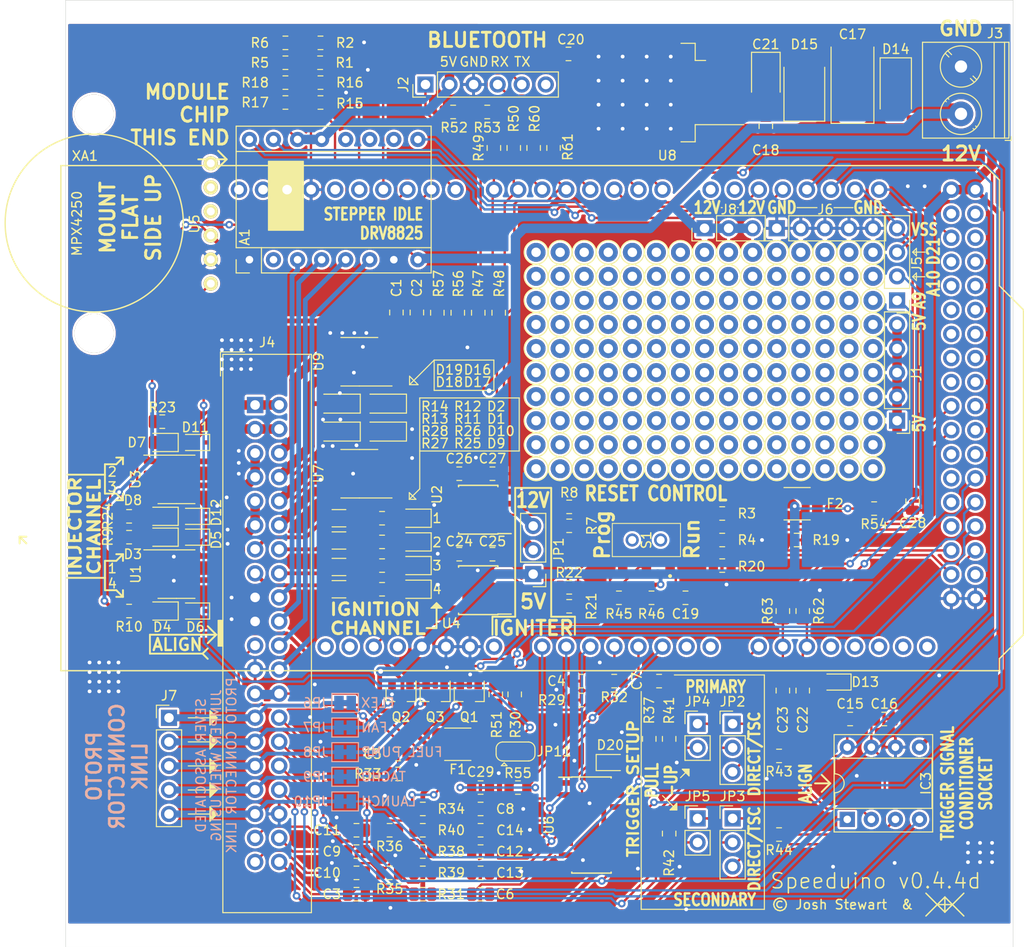
<source format=kicad_pcb>
(kicad_pcb (version 20171130) (host pcbnew "(5.1.9-0-10_14)")
  (title_block (title 0.4) (date 2021-03-27) (rev 4d) (company Speeduino))
  (layers (0 F.Cu signal) (31 B.Cu signal) (34 B.Paste user) (35 F.Paste user) (36 B.SilkS user) (37 F.SilkS user) (38 B.Mask user) (39 F.Mask user) (44 Edge.Cuts user))
  (net 0 "")
  (net 1 GND)
  (net 2 O2_Sensor)
  (net 3 "Net-(C4-Pad1)")
  (net 4 ADC-Clamp-4)
  (net 5 ADC-Clamp-5)
  (net 6 TPS_Sensor)
  (net 7 IAT_Sensor)
  (net 8 CLT_Sensor)
  (net 9 ADC-Clamp-3)
  (net 10 ADC-Clamp-1)
  (net 11 ADC-Clamp-2)
  (net 12 VDD)
  (net 13 12V-SW)
  (net 14 "Net-(D1-Pad2)")
  (net 15 "Net-(D2-Pad2)")
  (net 16 "Net-(D3-Pad2)")
  (net 17 "Net-(D3-Pad1)")
  (net 18 "Net-(D4-Pad1)")
  (net 19 "Net-(D4-Pad2)")
  (net 20 INJ-1-OUT)
  (net 21 INJ-2-OUT)
  (net 22 "Net-(D7-Pad2)")
  (net 23 "Net-(D8-Pad2)")
  (net 24 INJ-3-OUT)
  (net 25 INJ-4-OUT)
  (net 26 VRegIn)
  (net 27 IDLE-OUT)
  (net 28 BOOST-OUT)
  (net 29 MCU-D0)
  (net 30 MCU-D11)
  (net 31 MCU-D10)
  (net 32 "Net-(R5-Pad1)")
  (net 33 "Net-(R6-Pad1)")
  (net 34 "Net-(R7-Pad1)")
  (net 35 "Net-(R8-Pad1)")
  (net 36 "Net-(R11-Pad1)")
  (net 37 "Net-(R12-Pad1)")
  (net 38 IGN-1-OUT)
  (net 39 IGN-2-OUT)
  (net 40 MCU-D9)
  (net 41 MCU-D8)
  (net 42 "Net-(R17-Pad1)")
  (net 43 "Net-(R18-Pad1)")
  (net 44 MCU-D4)
  (net 45 "Net-(R48-Pad1)")
  (net 46 MCU-D49)
  (net 47 MCU-D1)
  (net 48 MCU-A10)
  (net 49 MCU-A9)
  (net 50 ADC-Clamp-6)
  (net 51 RESET)
  (net 52 MCU-D21)
  (net 53 MCU-D20)
  (net 54 MCU-D16)
  (net 55 MCU-D5)
  (net 56 MCU-D6)
  (net 57 MCU-D7)
  (net 58 MCU-D24)
  (net 59 MCU-D38)
  (net 60 MCU-D40)
  (net 61 MCU-D45)
  (net 62 MCU-D47)
  (net 63 MCU-D50)
  (net 64 MCU-D52)
  (net 65 "Net-(D10-Pad2)")
  (net 66 ADC-Clamp-10)
  (net 67 ADC-Clamp-8)
  (net 68 ADC-Clamp-9)
  (net 69 ADC-Clamp-13)
  (net 70 "Net-(C19-Pad1)")
  (net 71 "Net-(D11-Pad2)")
  (net 72 "Net-(D12-Pad2)")
  (net 73 "Net-(D9-Pad2)")
  (net 74 "Net-(J2-Pad5)")
  (net 75 "Net-(J5-Pad1)")
  (net 76 "Net-(J5-Pad2)")
  (net 77 "Net-(R21-Pad1)")
  (net 78 "Net-(R22-Pad1)")
  (net 79 "Net-(R25-Pad1)")
  (net 80 "Net-(R26-Pad1)")
  (net 81 IGN-3-OUT)
  (net 82 IGN-4-OUT)
  (net 83 "Net-(R45-Pad1)")
  (net 84 "Net-(R47-Pad1)")
  (net 85 "Net-(R56-Pad1)")
  (net 86 "Net-(R57-Pad1)")
  (net 87 MCU-D17)
  (net 88 MCU-D3)
  (net 89 STEP-A2)
  (net 90 STEP-A1)
  (net 91 STEP-B1)
  (net 92 STEP-B2)
  (net 93 Vdrive)
  (net 94 HC-2-OUT)
  (net 95 HC-1-OUT)
  (net 96 VR1-)
  (net 97 VR2-)
  (net 98 MAP-EXT)
  (net 99 TACHO-OUT)
  (net 100 "Net-(IC3-Pad2)")
  (net 101 "Net-(IC3-Pad3)")
  (net 102 PROTO-1)
  (net 103 PROTO-2)
  (net 104 PROTO-3)
  (net 105 CRANK-IN)
  (net 106 PROTO-4)
  (net 107 CAM-IN)
  (net 108 PROTO-5)
  (net 109 "Net-(JP2-Pad3)")
  (net 110 "Net-(JP3-Pad3)")
  (net 111 "Net-(JP4-Pad2)")
  (net 112 "Net-(JP5-Pad2)")
  (net 113 FAN-OUT)
  (net 114 FUELPUMP-OUT)
  (net 115 Clutch_in)
  (net 116 "Net-(A1-Pad2)")
  (net 117 "Net-(A1-Pad10)")
  (net 118 "Net-(A1-Pad11)")
  (net 119 "Net-(A1-Pad12)")
  (net 120 VDDA)
  (net 121 "Net-(J2-Pad6)")
  (net 122 "Net-(S1-Pad4)")
  (net 123 "Net-(S1-Pad5)")
  (net 124 "Net-(S1-Pad6)")
  (net 125 "Net-(U1-Pad4)")
  (net 126 "Net-(U1-Pad2)")
  (net 127 "Net-(U2-Pad8)")
  (net 128 "Net-(U2-Pad1)")
  (net 129 "Net-(U3-Pad4)")
  (net 130 "Net-(U3-Pad2)")
  (net 131 "Net-(U4-Pad1)")
  (net 132 "Net-(U4-Pad8)")
  (net 133 ADC-Clamp-7)
  (net 134 ADC-Clamp-11)
  (net 135 ADC-Clamp-12)
  (net 136 ADC-Clamp-14)
  (net 137 "Net-(U7-Pad4)")
  (net 138 "Net-(U7-Pad2)")
  (net 139 "Net-(U9-Pad4)")
  (net 140 "Net-(U9-Pad2)")
  (net 141 "Net-(XA1-PadVIN)")
  (net 142 "Net-(XA1-Pad3V3)")
  (net 143 "Net-(XA1-PadIORF)")
  (net 144 MCU-D15)
  (net 145 MCU-D14)
  (net 146 "Net-(XA1-PadSCL)")
  (net 147 "Net-(XA1-PadSDA)")
  (net 148 "Net-(XA1-PadAREF)")
  (net 149 MCU-D13)
  (net 150 MCU-D12)
  (net 151 MCU-A5)
  (net 152 MCU-A6)
  (net 153 MCU-A7)
  (net 154 "Net-(XA1-PadA11)")
  (net 155 "Net-(XA1-PadA12)")
  (net 156 "Net-(XA1-PadA13)")
  (net 157 "Net-(XA1-PadA14)")
  (net 158 "Net-(XA1-PadA15)")
  (net 159 MCU-D22)
  (net 160 MCU-D23)
  (net 161 MCU-D25)
  (net 162 MCU-D26)
  (net 163 MCU-D27)
  (net 164 MCU-D28)
  (net 165 MCU-D29)
  (net 166 MCU-D30)
  (net 167 MCU-D31)
  (net 168 MCU-D32)
  (net 169 MCU-D33)
  (net 170 MCU-D34)
  (net 171 MCU-D35)
  (net 172 MCU-D36)
  (net 173 MCU-D37)
  (net 174 MCU-D39)
  (net 175 MCU-D41)
  (net 176 MCU-D42)
  (net 177 MCU-D43)
  (net 178 MCU-D44)
  (net 179 MCU-D46)
  (net 180 MCU-D48)
  (net 181 MCU-D53)
  (net 182 "Net-(F2-Pad2)")
  (net 183 "Net-(JP11-Pad3)")
  (net 184 "Net-(JP11-Pad2)")
  (module Resistor_SMD:R_1206_3216Metric (layer F.Cu) (at 139.35 96.85)
    (fp_text reference R28 (at 10.125 -14.35) (layer F.SilkS))
    (fp_text value 10R)
    (pad 2 smd roundrect (at 1.4625 0) (size 1.125 1.75) (layers F.Cu F.Paste F.Mask) (roundrect_rratio 0.222222) (net 80 "Net-(R26-Pad1)"))
    (pad 1 smd roundrect (at -1.4625 0) (size 1.125 1.75) (layers F.Cu F.Paste F.Mask) (roundrect_rratio 0.222222) (net 81 IGN-3-OUT))
  )
  (module Resistor_SMD:R_1206_3216Metric (layer F.Cu) (at 139.35 99.2)
    (fp_text reference R27 (at 10.125 -15.4) (layer F.SilkS))
    (fp_text value 10R)
    (pad 2 smd roundrect (at 1.4625 0) (size 1.125 1.75) (layers F.Cu F.Paste F.Mask) (roundrect_rratio 0.222222) (net 79 "Net-(R25-Pad1)"))
    (pad 1 smd roundrect (at -1.4625 0) (size 1.125 1.75) (layers F.Cu F.Paste F.Mask) (roundrect_rratio 0.222222) (net 82 IGN-4-OUT))
  )
  (module Resistor_SMD:R_1206_3216Metric (layer F.Cu) (at 139.35 91.7)
    (fp_text reference R14 (at 10.125 -11.8) (layer F.SilkS))
    (fp_text value 10R)
    (pad 2 smd roundrect (at 1.4625 0) (size 1.125 1.75) (layers F.Cu F.Paste F.Mask) (roundrect_rratio 0.222222) (net 37 "Net-(R12-Pad1)"))
    (pad 1 smd roundrect (at -1.4625 0) (size 1.125 1.75) (layers F.Cu F.Paste F.Mask) (roundrect_rratio 0.222222) (net 38 IGN-1-OUT))
  )
  (module Resistor_SMD:R_1206_3216Metric (layer F.Cu) (at 139.35 94.05)
    (fp_text reference R13 (at 10.125 -12.85) (layer F.SilkS))
    (fp_text value 10R)
    (pad 2 smd roundrect (at 1.4625 0) (size 1.125 1.75) (layers F.Cu F.Paste F.Mask) (roundrect_rratio 0.222222) (net 36 "Net-(R11-Pad1)"))
    (pad 1 smd roundrect (at -1.4625 0) (size 1.125 1.75) (layers F.Cu F.Paste F.Mask) (roundrect_rratio 0.222222) (net 39 IGN-2-OUT))
  )
  (module Diode_SMD:D_SOD-123F (layer F.Cu) (at 139.4 79.6 180)
    (fp_text reference D19 (at -11.6 3.575) (layer F.SilkS))
    (fp_text value D)
    (pad 2 smd rect (at 1.4 0 180) (size 1.1 1.1) (layers F.Cu F.Paste F.Mask) (net 27 IDLE-OUT))
    (pad 1 smd rect (at -1.4 0 180) (size 1.1 1.1) (layers F.Cu F.Paste F.Mask) (net 13 12V-SW))
  )
  (module Diode_SMD:D_SOD-123F (layer F.Cu) (at 139.4 82.55 180)
    (fp_text reference D18 (at -11.6 5.225) (layer F.SilkS))
    (fp_text value D)
    (pad 2 smd rect (at 1.4 0 180) (size 1.1 1.1) (layers F.Cu F.Paste F.Mask) (net 95 HC-1-OUT))
    (pad 1 smd rect (at -1.4 0 180) (size 1.1 1.1) (layers F.Cu F.Paste F.Mask) (net 13 12V-SW))
  )
  (module Diode_SMD:D_SOD-123F (layer F.Cu) (at 144.275 82.55 180)
    (fp_text reference D17 (at -9.7 5.225) (layer F.SilkS))
    (fp_text value D)
    (pad 2 smd rect (at 1.4 0 180) (size 1.1 1.1) (layers F.Cu F.Paste F.Mask) (net 28 BOOST-OUT))
    (pad 1 smd rect (at -1.4 0 180) (size 1.1 1.1) (layers F.Cu F.Paste F.Mask) (net 13 12V-SW))
  )
  (module Diode_SMD:D_SOD-123F (layer F.Cu) (at 144.275 79.6 180)
    (fp_text reference D16 (at -9.7 3.575 180) (layer F.SilkS))
    (fp_text value D)
    (pad 2 smd rect (at 1.4 0 180) (size 1.1 1.1) (layers F.Cu F.Paste F.Mask) (net 94 HC-2-OUT))
    (pad 1 smd rect (at -1.4 0 180) (size 1.1 1.1) (layers F.Cu F.Paste F.Mask) (net 13 12V-SW))
  )
  (module Package_SO:SOIC-8_3.9x4.9mm_P1.27mm (layer F.Cu) (at 154.05 99.3 180)
    (fp_text reference U4 (at 2.85 -3.5 180) (layer F.SilkS))
    (fp_text value IXDN602)
    (pad 1 smd rect (at -2.7 -1.905 180) (size 1.55 0.6) (layers F.Cu F.Paste F.Mask) (net 131 "Net-(U4-Pad1)"))
    (pad 2 smd rect (at -2.7 -0.635 180) (size 1.55 0.6) (layers F.Cu F.Paste F.Mask) (net 77 "Net-(R21-Pad1)"))
    (pad 3 smd rect (at -2.7 0.635 180) (size 1.55 0.6) (layers F.Cu F.Paste F.Mask) (net 1 GND))
    (pad 4 smd rect (at -2.7 1.905 180) (size 1.55 0.6) (layers F.Cu F.Paste F.Mask) (net 78 "Net-(R22-Pad1)"))
    (pad 5 smd rect (at 2.7 1.905 180) (size 1.55 0.6) (layers F.Cu F.Paste F.Mask) (net 80 "Net-(R26-Pad1)"))
    (pad 6 smd rect (at 2.7 0.635 180) (size 1.55 0.6) (layers F.Cu F.Paste F.Mask) (net 93 Vdrive))
    (pad 7 smd rect (at 2.7 -0.635 180) (size 1.55 0.6) (layers F.Cu F.Paste F.Mask) (net 79 "Net-(R25-Pad1)"))
    (pad 8 smd rect (at 2.7 -1.905 180) (size 1.55 0.6) (layers F.Cu F.Paste F.Mask) (net 132 "Net-(U4-Pad8)"))
  )
  (module Connector_Pin:Pin_D1.0mm_L10.0mm (layer F.Cu) (at 195.715 86.48)
    (fp_text reference REF** hide)
    (fp_text value Pin_D1.0mm_L10.0mm)
    (pad 1 thru_hole circle (at 0 0) (size 2 2) (drill 1) (layers *.Cu *.Mask))
  )
  (module Connector_Pin:Pin_D1.0mm_L10.0mm (layer F.Cu) (at 193.175 86.48)
    (fp_text reference REF** hide)
    (fp_text value Pin_D1.0mm_L10.0mm)
    (pad 1 thru_hole circle (at 0 0) (size 2 2) (drill 1) (layers *.Cu *.Mask))
  )
  (module Connector_Pin:Pin_D1.0mm_L10.0mm (layer F.Cu) (at 190.635 86.48)
    (fp_text reference REF** hide)
    (fp_text value Pin_D1.0mm_L10.0mm)
    (pad 1 thru_hole circle (at 0 0) (size 2 2) (drill 1) (layers *.Cu *.Mask))
  )
  (module Connector_Pin:Pin_D1.0mm_L10.0mm (layer F.Cu) (at 188.095 86.48)
    (fp_text reference REF** hide)
    (fp_text value Pin_D1.0mm_L10.0mm)
    (pad 1 thru_hole circle (at 0 0) (size 2 2) (drill 1) (layers *.Cu *.Mask))
  )
  (module Connector_Pin:Pin_D1.0mm_L10.0mm (layer F.Cu) (at 185.555 86.48)
    (fp_text reference REF** hide)
    (fp_text value Pin_D1.0mm_L10.0mm)
    (pad 1 thru_hole circle (at 0 0) (size 2 2) (drill 1) (layers *.Cu *.Mask))
  )
  (module Connector_Pin:Pin_D1.0mm_L10.0mm (layer F.Cu) (at 183.015 86.48)
    (fp_text reference REF** hide)
    (fp_text value Pin_D1.0mm_L10.0mm)
    (pad 1 thru_hole circle (at 0 0) (size 2 2) (drill 1) (layers *.Cu *.Mask))
  )
  (module Connector_Pin:Pin_D1.0mm_L10.0mm (layer F.Cu) (at 180.475 86.48)
    (fp_text reference REF** hide)
    (fp_text value Pin_D1.0mm_L10.0mm)
    (pad 1 thru_hole circle (at 0 0) (size 2 2) (drill 1) (layers *.Cu *.Mask))
  )
  (module Connector_Pin:Pin_D1.0mm_L10.0mm (layer F.Cu) (at 177.935 86.48)
    (fp_text reference REF** hide)
    (fp_text value Pin_D1.0mm_L10.0mm)
    (pad 1 thru_hole circle (at 0 0) (size 2 2) (drill 1) (layers *.Cu *.Mask))
  )
  (module Connector_Pin:Pin_D1.0mm_L10.0mm (layer F.Cu) (at 175.395 86.48)
    (fp_text reference REF** hide)
    (fp_text value Pin_D1.0mm_L10.0mm)
    (pad 1 thru_hole circle (at 0 0) (size 2 2) (drill 1) (layers *.Cu *.Mask))
  )
  (module Connector_Pin:Pin_D1.0mm_L10.0mm (layer F.Cu) (at 172.855 86.48)
    (fp_text reference REF** hide)
    (fp_text value Pin_D1.0mm_L10.0mm)
    (pad 1 thru_hole circle (at 0 0) (size 2 2) (drill 1) (layers *.Cu *.Mask))
  )
  (module Connector_Pin:Pin_D1.0mm_L10.0mm (layer F.Cu) (at 170.315 86.48)
    (fp_text reference REF** hide)
    (fp_text value Pin_D1.0mm_L10.0mm)
    (pad 1 thru_hole circle (at 0 0) (size 2 2) (drill 1) (layers *.Cu *.Mask))
  )
  (module Connector_Pin:Pin_D1.0mm_L10.0mm (layer F.Cu) (at 167.775 86.48)
    (fp_text reference REF** hide)
    (fp_text value Pin_D1.0mm_L10.0mm)
    (pad 1 thru_hole circle (at 0 0) (size 2 2) (drill 1) (layers *.Cu *.Mask))
  )
  (module Connector_Pin:Pin_D1.0mm_L10.0mm (layer F.Cu) (at 165.235 86.48)
    (fp_text reference REF** hide)
    (fp_text value Pin_D1.0mm_L10.0mm)
    (pad 1 thru_hole circle (at 0 0) (size 2 2) (drill 1) (layers *.Cu *.Mask))
  )
  (module Connector_Pin:Pin_D1.0mm_L10.0mm (layer F.Cu) (at 162.695 86.48)
    (fp_text reference REF** hide)
    (fp_text value Pin_D1.0mm_L10.0mm)
    (pad 1 thru_hole circle (at 0 0) (size 2 2) (drill 1) (layers *.Cu *.Mask))
  )
  (module Connector_Pin:Pin_D1.0mm_L10.0mm (layer F.Cu) (at 160.155 86.48)
    (fp_text reference REF** hide)
    (fp_text value Pin_D1.0mm_L10.0mm)
    (pad 1 thru_hole circle (at 0 0) (size 2 2) (drill 1) (layers *.Cu *.Mask))
  )
  (module Connector_Pin:Pin_D1.0mm_L10.0mm (layer F.Cu) (at 195.715 83.94)
    (fp_text reference REF** hide)
    (fp_text value Pin_D1.0mm_L10.0mm)
    (pad 1 thru_hole circle (at 0 0) (size 2 2) (drill 1) (layers *.Cu *.Mask))
  )
  (module Connector_Pin:Pin_D1.0mm_L10.0mm (layer F.Cu) (at 193.175 83.94)
    (fp_text reference REF** hide)
    (fp_text value Pin_D1.0mm_L10.0mm)
    (pad 1 thru_hole circle (at 0 0) (size 2 2) (drill 1) (layers *.Cu *.Mask))
  )
  (module Connector_Pin:Pin_D1.0mm_L10.0mm (layer F.Cu) (at 190.635 83.94)
    (fp_text reference REF** hide)
    (fp_text value Pin_D1.0mm_L10.0mm)
    (pad 1 thru_hole circle (at 0 0) (size 2 2) (drill 1) (layers *.Cu *.Mask))
  )
  (module Connector_Pin:Pin_D1.0mm_L10.0mm (layer F.Cu) (at 188.095 83.94)
    (fp_text reference REF** hide)
    (fp_text value Pin_D1.0mm_L10.0mm)
    (pad 1 thru_hole circle (at 0 0) (size 2 2) (drill 1) (layers *.Cu *.Mask))
  )
  (module Connector_Pin:Pin_D1.0mm_L10.0mm (layer F.Cu) (at 185.555 83.94)
    (fp_text reference REF** hide)
    (fp_text value Pin_D1.0mm_L10.0mm)
    (pad 1 thru_hole circle (at 0 0) (size 2 2) (drill 1) (layers *.Cu *.Mask))
  )
  (module Connector_Pin:Pin_D1.0mm_L10.0mm (layer F.Cu) (at 183.015 83.94)
    (fp_text reference REF** hide)
    (fp_text value Pin_D1.0mm_L10.0mm)
    (pad 1 thru_hole circle (at 0 0) (size 2 2) (drill 1) (layers *.Cu *.Mask))
  )
  (module Connector_Pin:Pin_D1.0mm_L10.0mm (layer F.Cu) (at 180.475 83.94)
    (fp_text reference REF** hide)
    (fp_text value Pin_D1.0mm_L10.0mm)
    (pad 1 thru_hole circle (at 0 0) (size 2 2) (drill 1) (layers *.Cu *.Mask))
  )
  (module Connector_Pin:Pin_D1.0mm_L10.0mm (layer F.Cu) (at 177.935 83.94)
    (fp_text reference REF** hide)
    (fp_text value Pin_D1.0mm_L10.0mm)
    (pad 1 thru_hole circle (at 0 0) (size 2 2) (drill 1) (layers *.Cu *.Mask))
  )
  (module Connector_Pin:Pin_D1.0mm_L10.0mm (layer F.Cu) (at 175.395 83.94)
    (fp_text reference REF** hide)
    (fp_text value Pin_D1.0mm_L10.0mm)
    (pad 1 thru_hole circle (at 0 0) (size 2 2) (drill 1) (layers *.Cu *.Mask))
  )
  (module Connector_Pin:Pin_D1.0mm_L10.0mm (layer F.Cu) (at 172.855 83.94)
    (fp_text reference REF** hide)
    (fp_text value Pin_D1.0mm_L10.0mm)
    (pad 1 thru_hole circle (at 0 0) (size 2 2) (drill 1) (layers *.Cu *.Mask))
  )
  (module Connector_Pin:Pin_D1.0mm_L10.0mm (layer F.Cu) (at 170.315 83.94)
    (fp_text reference REF** hide)
    (fp_text value Pin_D1.0mm_L10.0mm)
    (pad 1 thru_hole circle (at 0 0) (size 2 2) (drill 1) (layers *.Cu *.Mask))
  )
  (module Connector_Pin:Pin_D1.0mm_L10.0mm (layer F.Cu) (at 167.775 83.94)
    (fp_text reference REF** hide)
    (fp_text value Pin_D1.0mm_L10.0mm)
    (pad 1 thru_hole circle (at 0 0) (size 2 2) (drill 1) (layers *.Cu *.Mask))
  )
  (module Connector_Pin:Pin_D1.0mm_L10.0mm (layer F.Cu) (at 165.235 83.94)
    (fp_text reference REF** hide)
    (fp_text value Pin_D1.0mm_L10.0mm)
    (pad 1 thru_hole circle (at 0 0) (size 2 2) (drill 1) (layers *.Cu *.Mask))
  )
  (module Connector_Pin:Pin_D1.0mm_L10.0mm (layer F.Cu) (at 162.695 83.94)
    (fp_text reference REF** hide)
    (fp_text value Pin_D1.0mm_L10.0mm)
    (pad 1 thru_hole circle (at 0 0) (size 2 2) (drill 1) (layers *.Cu *.Mask))
  )
  (module Connector_Pin:Pin_D1.0mm_L10.0mm (layer F.Cu) (at 160.155 83.94)
    (fp_text reference REF** hide)
    (fp_text value Pin_D1.0mm_L10.0mm)
    (pad 1 thru_hole circle (at 0 0) (size 2 2) (drill 1) (layers *.Cu *.Mask))
  )
  (module Connector_Pin:Pin_D1.0mm_L10.0mm (layer F.Cu) (at 195.715 81.4)
    (fp_text reference REF** hide)
    (fp_text value Pin_D1.0mm_L10.0mm)
    (pad 1 thru_hole circle (at 0 0) (size 2 2) (drill 1) (layers *.Cu *.Mask))
  )
  (module Connector_Pin:Pin_D1.0mm_L10.0mm (layer F.Cu) (at 193.175 81.4)
    (fp_text reference REF** hide)
    (fp_text value Pin_D1.0mm_L10.0mm)
    (pad 1 thru_hole circle (at 0 0) (size 2 2) (drill 1) (layers *.Cu *.Mask))
  )
  (module Connector_Pin:Pin_D1.0mm_L10.0mm (layer F.Cu) (at 190.635 81.4)
    (fp_text reference REF** hide)
    (fp_text value Pin_D1.0mm_L10.0mm)
    (pad 1 thru_hole circle (at 0 0) (size 2 2) (drill 1) (layers *.Cu *.Mask))
  )
  (module Connector_Pin:Pin_D1.0mm_L10.0mm (layer F.Cu) (at 188.095 81.4)
    (fp_text reference REF** hide)
    (fp_text value Pin_D1.0mm_L10.0mm)
    (pad 1 thru_hole circle (at 0 0) (size 2 2) (drill 1) (layers *.Cu *.Mask))
  )
  (module Connector_Pin:Pin_D1.0mm_L10.0mm (layer F.Cu) (at 185.555 81.4)
    (fp_text reference REF** hide)
    (fp_text value Pin_D1.0mm_L10.0mm)
    (pad 1 thru_hole circle (at 0 0) (size 2 2) (drill 1) (layers *.Cu *.Mask))
  )
  (module Connector_Pin:Pin_D1.0mm_L10.0mm (layer F.Cu) (at 183.015 81.4)
    (fp_text reference REF** hide)
    (fp_text value Pin_D1.0mm_L10.0mm)
    (pad 1 thru_hole circle (at 0 0) (size 2 2) (drill 1) (layers *.Cu *.Mask))
  )
  (module Connector_Pin:Pin_D1.0mm_L10.0mm (layer F.Cu) (at 180.475 81.4)
    (fp_text reference REF** hide)
    (fp_text value Pin_D1.0mm_L10.0mm)
    (pad 1 thru_hole circle (at 0 0) (size 2 2) (drill 1) (layers *.Cu *.Mask))
  )
  (module Connector_Pin:Pin_D1.0mm_L10.0mm (layer F.Cu) (at 177.935 81.4)
    (fp_text reference REF** hide)
    (fp_text value Pin_D1.0mm_L10.0mm)
    (pad 1 thru_hole circle (at 0 0) (size 2 2) (drill 1) (layers *.Cu *.Mask))
  )
  (module Connector_Pin:Pin_D1.0mm_L10.0mm (layer F.Cu) (at 175.395 81.4)
    (fp_text reference REF** hide)
    (fp_text value Pin_D1.0mm_L10.0mm)
    (pad 1 thru_hole circle (at 0 0) (size 2 2) (drill 1) (layers *.Cu *.Mask))
  )
  (module Connector_Pin:Pin_D1.0mm_L10.0mm (layer F.Cu) (at 172.855 81.4)
    (fp_text reference REF** hide)
    (fp_text value Pin_D1.0mm_L10.0mm)
    (pad 1 thru_hole circle (at 0 0) (size 2 2) (drill 1) (layers *.Cu *.Mask))
  )
  (module Connector_Pin:Pin_D1.0mm_L10.0mm (layer F.Cu) (at 170.315 81.4)
    (fp_text reference REF** hide)
    (fp_text value Pin_D1.0mm_L10.0mm)
    (pad 1 thru_hole circle (at 0 0) (size 2 2) (drill 1) (layers *.Cu *.Mask))
  )
  (module Connector_Pin:Pin_D1.0mm_L10.0mm (layer F.Cu) (at 167.775 81.4)
    (fp_text reference REF** hide)
    (fp_text value Pin_D1.0mm_L10.0mm)
    (pad 1 thru_hole circle (at 0 0) (size 2 2) (drill 1) (layers *.Cu *.Mask))
  )
  (module Connector_Pin:Pin_D1.0mm_L10.0mm (layer F.Cu) (at 165.235 81.4)
    (fp_text reference REF** hide)
    (fp_text value Pin_D1.0mm_L10.0mm)
    (pad 1 thru_hole circle (at 0 0) (size 2 2) (drill 1) (layers *.Cu *.Mask))
  )
  (module Connector_Pin:Pin_D1.0mm_L10.0mm (layer F.Cu) (at 162.695 81.4)
    (fp_text reference REF** hide)
    (fp_text value Pin_D1.0mm_L10.0mm)
    (pad 1 thru_hole circle (at 0 0) (size 2 2) (drill 1) (layers *.Cu *.Mask))
  )
  (module Connector_Pin:Pin_D1.0mm_L10.0mm (layer F.Cu) (at 160.155 81.4)
    (fp_text reference REF** hide)
    (fp_text value Pin_D1.0mm_L10.0mm)
    (pad 1 thru_hole circle (at 0 0) (size 2 2) (drill 1) (layers *.Cu *.Mask))
  )
  (module Connector_Pin:Pin_D1.0mm_L10.0mm (layer F.Cu) (at 195.715 78.86)
    (fp_text reference REF** hide)
    (fp_text value Pin_D1.0mm_L10.0mm)
    (pad 1 thru_hole circle (at 0 0) (size 2 2) (drill 1) (layers *.Cu *.Mask))
  )
  (module Connector_Pin:Pin_D1.0mm_L10.0mm (layer F.Cu) (at 193.175 78.86)
    (fp_text reference REF** hide)
    (fp_text value Pin_D1.0mm_L10.0mm)
    (pad 1 thru_hole circle (at 0 0) (size 2 2) (drill 1) (layers *.Cu *.Mask))
  )
  (module Connector_Pin:Pin_D1.0mm_L10.0mm (layer F.Cu) (at 190.635 78.86)
    (fp_text reference REF** hide)
    (fp_text value Pin_D1.0mm_L10.0mm)
    (pad 1 thru_hole circle (at 0 0) (size 2 2) (drill 1) (layers *.Cu *.Mask))
  )
  (module Connector_Pin:Pin_D1.0mm_L10.0mm (layer F.Cu) (at 188.095 78.86)
    (fp_text reference REF** hide)
    (fp_text value Pin_D1.0mm_L10.0mm)
    (pad 1 thru_hole circle (at 0 0) (size 2 2) (drill 1) (layers *.Cu *.Mask))
  )
  (module Connector_Pin:Pin_D1.0mm_L10.0mm (layer F.Cu) (at 185.555 78.86)
    (fp_text reference REF** hide)
    (fp_text value Pin_D1.0mm_L10.0mm)
    (pad 1 thru_hole circle (at 0 0) (size 2 2) (drill 1) (layers *.Cu *.Mask))
  )
  (module Connector_Pin:Pin_D1.0mm_L10.0mm (layer F.Cu) (at 183.015 78.86)
    (fp_text reference REF** hide)
    (fp_text value Pin_D1.0mm_L10.0mm)
    (pad 1 thru_hole circle (at 0 0) (size 2 2) (drill 1) (layers *.Cu *.Mask))
  )
  (module Connector_Pin:Pin_D1.0mm_L10.0mm (layer F.Cu) (at 180.475 78.86)
    (fp_text reference REF** hide)
    (fp_text value Pin_D1.0mm_L10.0mm)
    (pad 1 thru_hole circle (at 0 0) (size 2 2) (drill 1) (layers *.Cu *.Mask))
  )
  (module Connector_Pin:Pin_D1.0mm_L10.0mm (layer F.Cu) (at 177.935 78.86)
    (fp_text reference REF** hide)
    (fp_text value Pin_D1.0mm_L10.0mm)
    (pad 1 thru_hole circle (at 0 0) (size 2 2) (drill 1) (layers *.Cu *.Mask))
  )
  (module Connector_Pin:Pin_D1.0mm_L10.0mm (layer F.Cu) (at 175.395 78.86)
    (fp_text reference REF** hide)
    (fp_text value Pin_D1.0mm_L10.0mm)
    (pad 1 thru_hole circle (at 0 0) (size 2 2) (drill 1) (layers *.Cu *.Mask))
  )
  (module Connector_Pin:Pin_D1.0mm_L10.0mm (layer F.Cu) (at 172.855 78.86)
    (fp_text reference REF** hide)
    (fp_text value Pin_D1.0mm_L10.0mm)
    (pad 1 thru_hole circle (at 0 0) (size 2 2) (drill 1) (layers *.Cu *.Mask))
  )
  (module Connector_Pin:Pin_D1.0mm_L10.0mm (layer F.Cu) (at 170.315 78.86)
    (fp_text reference REF** hide)
    (fp_text value Pin_D1.0mm_L10.0mm)
    (pad 1 thru_hole circle (at 0 0) (size 2 2) (drill 1) (layers *.Cu *.Mask))
  )
  (module Connector_Pin:Pin_D1.0mm_L10.0mm (layer F.Cu) (at 167.775 78.86)
    (fp_text reference REF** hide)
    (fp_text value Pin_D1.0mm_L10.0mm)
    (pad 1 thru_hole circle (at 0 0) (size 2 2) (drill 1) (layers *.Cu *.Mask))
  )
  (module Connector_Pin:Pin_D1.0mm_L10.0mm (layer F.Cu) (at 165.235 78.86)
    (fp_text reference REF** hide)
    (fp_text value Pin_D1.0mm_L10.0mm)
    (pad 1 thru_hole circle (at 0 0) (size 2 2) (drill 1) (layers *.Cu *.Mask))
  )
  (module Connector_Pin:Pin_D1.0mm_L10.0mm (layer F.Cu) (at 162.695 78.86)
    (fp_text reference REF** hide)
    (fp_text value Pin_D1.0mm_L10.0mm)
    (pad 1 thru_hole circle (at 0 0) (size 2 2) (drill 1) (layers *.Cu *.Mask))
  )
  (module Connector_Pin:Pin_D1.0mm_L10.0mm (layer F.Cu) (at 160.155 78.86)
    (fp_text reference REF** hide)
    (fp_text value Pin_D1.0mm_L10.0mm)
    (pad 1 thru_hole circle (at 0 0) (size 2 2) (drill 1) (layers *.Cu *.Mask))
  )
  (module Connector_Pin:Pin_D1.0mm_L10.0mm (layer F.Cu) (at 195.715 76.32)
    (fp_text reference REF** hide)
    (fp_text value Pin_D1.0mm_L10.0mm)
    (pad 1 thru_hole circle (at 0 0) (size 2 2) (drill 1) (layers *.Cu *.Mask))
  )
  (module Connector_Pin:Pin_D1.0mm_L10.0mm (layer F.Cu) (at 193.175 76.32)
    (fp_text reference REF** hide)
    (fp_text value Pin_D1.0mm_L10.0mm)
    (pad 1 thru_hole circle (at 0 0) (size 2 2) (drill 1) (layers *.Cu *.Mask))
  )
  (module Connector_Pin:Pin_D1.0mm_L10.0mm (layer F.Cu) (at 190.635 76.32)
    (fp_text reference REF** hide)
    (fp_text value Pin_D1.0mm_L10.0mm)
    (pad 1 thru_hole circle (at 0 0) (size 2 2) (drill 1) (layers *.Cu *.Mask))
  )
  (module Connector_Pin:Pin_D1.0mm_L10.0mm (layer F.Cu) (at 188.095 76.32)
    (fp_text reference REF** hide)
    (fp_text value Pin_D1.0mm_L10.0mm)
    (pad 1 thru_hole circle (at 0 0) (size 2 2) (drill 1) (layers *.Cu *.Mask))
  )
  (module Connector_Pin:Pin_D1.0mm_L10.0mm (layer F.Cu) (at 185.555 76.32)
    (fp_text reference REF** hide)
    (fp_text value Pin_D1.0mm_L10.0mm)
    (pad 1 thru_hole circle (at 0 0) (size 2 2) (drill 1) (layers *.Cu *.Mask))
  )
  (module Connector_Pin:Pin_D1.0mm_L10.0mm (layer F.Cu) (at 183.015 76.32)
    (fp_text reference REF** hide)
    (fp_text value Pin_D1.0mm_L10.0mm)
    (pad 1 thru_hole circle (at 0 0) (size 2 2) (drill 1) (layers *.Cu *.Mask))
  )
  (module Connector_Pin:Pin_D1.0mm_L10.0mm (layer F.Cu) (at 180.475 76.32)
    (fp_text reference REF** hide)
    (fp_text value Pin_D1.0mm_L10.0mm)
    (pad 1 thru_hole circle (at 0 0) (size 2 2) (drill 1) (layers *.Cu *.Mask))
  )
  (module Connector_Pin:Pin_D1.0mm_L10.0mm (layer F.Cu) (at 177.935 76.32)
    (fp_text reference REF** hide)
    (fp_text value Pin_D1.0mm_L10.0mm)
    (pad 1 thru_hole circle (at 0 0) (size 2 2) (drill 1) (layers *.Cu *.Mask))
  )
  (module Connector_Pin:Pin_D1.0mm_L10.0mm (layer F.Cu) (at 175.395 76.32)
    (fp_text reference REF** hide)
    (fp_text value Pin_D1.0mm_L10.0mm)
    (pad 1 thru_hole circle (at 0 0) (size 2 2) (drill 1) (layers *.Cu *.Mask))
  )
  (module Connector_Pin:Pin_D1.0mm_L10.0mm (layer F.Cu) (at 172.855 76.32)
    (fp_text reference REF** hide)
    (fp_text value Pin_D1.0mm_L10.0mm)
    (pad 1 thru_hole circle (at 0 0) (size 2 2) (drill 1) (layers *.Cu *.Mask))
  )
  (module Connector_Pin:Pin_D1.0mm_L10.0mm (layer F.Cu) (at 170.315 76.32)
    (fp_text reference REF** hide)
    (fp_text value Pin_D1.0mm_L10.0mm)
    (pad 1 thru_hole circle (at 0 0) (size 2 2) (drill 1) (layers *.Cu *.Mask))
  )
  (module Connector_Pin:Pin_D1.0mm_L10.0mm (layer F.Cu) (at 167.775 76.32)
    (fp_text reference REF** hide)
    (fp_text value Pin_D1.0mm_L10.0mm)
    (pad 1 thru_hole circle (at 0 0) (size 2 2) (drill 1) (layers *.Cu *.Mask))
  )
  (module Connector_Pin:Pin_D1.0mm_L10.0mm (layer F.Cu) (at 165.235 76.32)
    (fp_text reference REF** hide)
    (fp_text value Pin_D1.0mm_L10.0mm)
    (pad 1 thru_hole circle (at 0 0) (size 2 2) (drill 1) (layers *.Cu *.Mask))
  )
  (module Connector_Pin:Pin_D1.0mm_L10.0mm (layer F.Cu) (at 162.695 76.32)
    (fp_text reference REF** hide)
    (fp_text value Pin_D1.0mm_L10.0mm)
    (pad 1 thru_hole circle (at 0 0) (size 2 2) (drill 1) (layers *.Cu *.Mask))
  )
  (module Connector_Pin:Pin_D1.0mm_L10.0mm (layer F.Cu) (at 160.155 76.32)
    (fp_text reference REF** hide)
    (fp_text value Pin_D1.0mm_L10.0mm)
    (pad 1 thru_hole circle (at 0 0) (size 2 2) (drill 1) (layers *.Cu *.Mask))
  )
  (module Connector_Pin:Pin_D1.0mm_L10.0mm (layer F.Cu) (at 195.715 73.78)
    (fp_text reference REF** hide)
    (fp_text value Pin_D1.0mm_L10.0mm)
    (pad 1 thru_hole circle (at 0 0) (size 2 2) (drill 1) (layers *.Cu *.Mask))
  )
  (module Connector_Pin:Pin_D1.0mm_L10.0mm (layer F.Cu) (at 193.175 73.78)
    (fp_text reference REF** hide)
    (fp_text value Pin_D1.0mm_L10.0mm)
    (pad 1 thru_hole circle (at 0 0) (size 2 2) (drill 1) (layers *.Cu *.Mask))
  )
  (module Connector_Pin:Pin_D1.0mm_L10.0mm (layer F.Cu) (at 190.635 73.78)
    (fp_text reference REF** hide)
    (fp_text value Pin_D1.0mm_L10.0mm)
    (pad 1 thru_hole circle (at 0 0) (size 2 2) (drill 1) (layers *.Cu *.Mask))
  )
  (module Connector_Pin:Pin_D1.0mm_L10.0mm (layer F.Cu) (at 188.095 73.78)
    (fp_text reference REF** hide)
    (fp_text value Pin_D1.0mm_L10.0mm)
    (pad 1 thru_hole circle (at 0 0) (size 2 2) (drill 1) (layers *.Cu *.Mask))
  )
  (module Connector_Pin:Pin_D1.0mm_L10.0mm (layer F.Cu) (at 185.555 73.78)
    (fp_text reference REF** hide)
    (fp_text value Pin_D1.0mm_L10.0mm)
    (pad 1 thru_hole circle (at 0 0) (size 2 2) (drill 1) (layers *.Cu *.Mask))
  )
  (module Connector_Pin:Pin_D1.0mm_L10.0mm (layer F.Cu) (at 183.015 73.78)
    (fp_text reference REF** hide)
    (fp_text value Pin_D1.0mm_L10.0mm)
    (pad 1 thru_hole circle (at 0 0) (size 2 2) (drill 1) (layers *.Cu *.Mask))
  )
  (module Connector_Pin:Pin_D1.0mm_L10.0mm (layer F.Cu) (at 180.475 73.78)
    (fp_text reference REF** hide)
    (fp_text value Pin_D1.0mm_L10.0mm)
    (pad 1 thru_hole circle (at 0 0) (size 2 2) (drill 1) (layers *.Cu *.Mask))
  )
  (module Connector_Pin:Pin_D1.0mm_L10.0mm (layer F.Cu) (at 177.935 73.78)
    (fp_text reference REF** hide)
    (fp_text value Pin_D1.0mm_L10.0mm)
    (pad 1 thru_hole circle (at 0 0) (size 2 2) (drill 1) (layers *.Cu *.Mask))
  )
  (module Connector_Pin:Pin_D1.0mm_L10.0mm (layer F.Cu) (at 175.395 73.78)
    (fp_text reference REF** hide)
    (fp_text value Pin_D1.0mm_L10.0mm)
    (pad 1 thru_hole circle (at 0 0) (size 2 2) (drill 1) (layers *.Cu *.Mask))
  )
  (module Connector_Pin:Pin_D1.0mm_L10.0mm (layer F.Cu) (at 172.855 73.78)
    (fp_text reference REF** hide)
    (fp_text value Pin_D1.0mm_L10.0mm)
    (pad 1 thru_hole circle (at 0 0) (size 2 2) (drill 1) (layers *.Cu *.Mask))
  )
  (module Connector_Pin:Pin_D1.0mm_L10.0mm (layer F.Cu) (at 170.315 73.78)
    (fp_text reference REF** hide)
    (fp_text value Pin_D1.0mm_L10.0mm)
    (pad 1 thru_hole circle (at 0 0) (size 2 2) (drill 1) (layers *.Cu *.Mask))
  )
  (module Connector_Pin:Pin_D1.0mm_L10.0mm (layer F.Cu) (at 167.775 73.78)
    (fp_text reference REF** hide)
    (fp_text value Pin_D1.0mm_L10.0mm)
    (pad 1 thru_hole circle (at 0 0) (size 2 2) (drill 1) (layers *.Cu *.Mask))
  )
  (module Connector_Pin:Pin_D1.0mm_L10.0mm (layer F.Cu) (at 165.235 73.78)
    (fp_text reference REF** hide)
    (fp_text value Pin_D1.0mm_L10.0mm)
    (pad 1 thru_hole circle (at 0 0) (size 2 2) (drill 1) (layers *.Cu *.Mask))
  )
  (module Connector_Pin:Pin_D1.0mm_L10.0mm (layer F.Cu) (at 162.695 73.78)
    (fp_text reference REF** hide)
    (fp_text value Pin_D1.0mm_L10.0mm)
    (pad 1 thru_hole circle (at 0 0) (size 2 2) (drill 1) (layers *.Cu *.Mask))
  )
  (module Connector_Pin:Pin_D1.0mm_L10.0mm (layer F.Cu) (at 160.155 73.78)
    (fp_text reference REF** hide)
    (fp_text value Pin_D1.0mm_L10.0mm)
    (pad 1 thru_hole circle (at 0 0) (size 2 2) (drill 1) (layers *.Cu *.Mask))
  )
  (module Connector_Pin:Pin_D1.0mm_L10.0mm (layer F.Cu) (at 195.715 71.24)
    (fp_text reference REF** hide)
    (fp_text value Pin_D1.0mm_L10.0mm)
    (pad 1 thru_hole circle (at 0 0) (size 2 2) (drill 1) (layers *.Cu *.Mask))
  )
  (module Connector_Pin:Pin_D1.0mm_L10.0mm (layer F.Cu) (at 193.175 71.24)
    (fp_text reference REF** hide)
    (fp_text value Pin_D1.0mm_L10.0mm)
    (pad 1 thru_hole circle (at 0 0) (size 2 2) (drill 1) (layers *.Cu *.Mask))
  )
  (module Connector_Pin:Pin_D1.0mm_L10.0mm (layer F.Cu) (at 190.635 71.24)
    (fp_text reference REF** hide)
    (fp_text value Pin_D1.0mm_L10.0mm)
    (pad 1 thru_hole circle (at 0 0) (size 2 2) (drill 1) (layers *.Cu *.Mask))
  )
  (module Connector_Pin:Pin_D1.0mm_L10.0mm (layer F.Cu) (at 188.095 71.24)
    (fp_text reference REF** hide)
    (fp_text value Pin_D1.0mm_L10.0mm)
    (pad 1 thru_hole circle (at 0 0) (size 2 2) (drill 1) (layers *.Cu *.Mask))
  )
  (module Connector_Pin:Pin_D1.0mm_L10.0mm (layer F.Cu) (at 185.555 71.24)
    (fp_text reference REF** hide)
    (fp_text value Pin_D1.0mm_L10.0mm)
    (pad 1 thru_hole circle (at 0 0) (size 2 2) (drill 1) (layers *.Cu *.Mask))
  )
  (module Connector_Pin:Pin_D1.0mm_L10.0mm (layer F.Cu) (at 183.015 71.24)
    (fp_text reference REF** hide)
    (fp_text value Pin_D1.0mm_L10.0mm)
    (pad 1 thru_hole circle (at 0 0) (size 2 2) (drill 1) (layers *.Cu *.Mask))
  )
  (module Connector_Pin:Pin_D1.0mm_L10.0mm (layer F.Cu) (at 180.475 71.24)
    (fp_text reference REF** hide)
    (fp_text value Pin_D1.0mm_L10.0mm)
    (pad 1 thru_hole circle (at 0 0) (size 2 2) (drill 1) (layers *.Cu *.Mask))
  )
  (module Connector_Pin:Pin_D1.0mm_L10.0mm (layer F.Cu) (at 177.935 71.24)
    (fp_text reference REF** hide)
    (fp_text value Pin_D1.0mm_L10.0mm)
    (pad 1 thru_hole circle (at 0 0) (size 2 2) (drill 1) (layers *.Cu *.Mask))
  )
  (module Connector_Pin:Pin_D1.0mm_L10.0mm (layer F.Cu) (at 175.395 71.24)
    (fp_text reference REF** hide)
    (fp_text value Pin_D1.0mm_L10.0mm)
    (pad 1 thru_hole circle (at 0 0) (size 2 2) (drill 1) (layers *.Cu *.Mask))
  )
  (module Connector_Pin:Pin_D1.0mm_L10.0mm (layer F.Cu) (at 172.855 71.24)
    (fp_text reference REF** hide)
    (fp_text value Pin_D1.0mm_L10.0mm)
    (pad 1 thru_hole circle (at 0 0) (size 2 2) (drill 1) (layers *.Cu *.Mask))
  )
  (module Connector_Pin:Pin_D1.0mm_L10.0mm (layer F.Cu) (at 170.315 71.24)
    (fp_text reference REF** hide)
    (fp_text value Pin_D1.0mm_L10.0mm)
    (pad 1 thru_hole circle (at 0 0) (size 2 2) (drill 1) (layers *.Cu *.Mask))
  )
  (module Connector_Pin:Pin_D1.0mm_L10.0mm (layer F.Cu) (at 167.775 71.24)
    (fp_text reference REF** hide)
    (fp_text value Pin_D1.0mm_L10.0mm)
    (pad 1 thru_hole circle (at 0 0) (size 2 2) (drill 1) (layers *.Cu *.Mask))
  )
  (module Connector_Pin:Pin_D1.0mm_L10.0mm (layer F.Cu) (at 165.235 71.24)
    (fp_text reference REF** hide)
    (fp_text value Pin_D1.0mm_L10.0mm)
    (pad 1 thru_hole circle (at 0 0) (size 2 2) (drill 1) (layers *.Cu *.Mask))
  )
  (module Connector_Pin:Pin_D1.0mm_L10.0mm (layer F.Cu) (at 162.695 71.24)
    (fp_text reference REF** hide)
    (fp_text value Pin_D1.0mm_L10.0mm)
    (pad 1 thru_hole circle (at 0 0) (size 2 2) (drill 1) (layers *.Cu *.Mask))
  )
  (module Connector_Pin:Pin_D1.0mm_L10.0mm (layer F.Cu) (at 160.155 71.24)
    (fp_text reference REF** hide)
    (fp_text value Pin_D1.0mm_L10.0mm)
    (pad 1 thru_hole circle (at 0 0) (size 2 2) (drill 1) (layers *.Cu *.Mask))
  )
  (module Connector_Pin:Pin_D1.0mm_L10.0mm (layer F.Cu) (at 195.715 68.7)
    (fp_text reference REF** hide)
    (fp_text value Pin_D1.0mm_L10.0mm)
    (pad 1 thru_hole circle (at 0 0) (size 2 2) (drill 1) (layers *.Cu *.Mask))
  )
  (module Connector_Pin:Pin_D1.0mm_L10.0mm (layer F.Cu) (at 193.175 68.7)
    (fp_text reference REF** hide)
    (fp_text value Pin_D1.0mm_L10.0mm)
    (pad 1 thru_hole circle (at 0 0) (size 2 2) (drill 1) (layers *.Cu *.Mask))
  )
  (module Connector_Pin:Pin_D1.0mm_L10.0mm (layer F.Cu) (at 190.635 68.7)
    (fp_text reference REF** hide)
    (fp_text value Pin_D1.0mm_L10.0mm)
    (pad 1 thru_hole circle (at 0 0) (size 2 2) (drill 1) (layers *.Cu *.Mask))
  )
  (module Connector_Pin:Pin_D1.0mm_L10.0mm (layer F.Cu) (at 188.095 68.7)
    (fp_text reference REF** hide)
    (fp_text value Pin_D1.0mm_L10.0mm)
    (pad 1 thru_hole circle (at 0 0) (size 2 2) (drill 1) (layers *.Cu *.Mask))
  )
  (module Connector_Pin:Pin_D1.0mm_L10.0mm (layer F.Cu) (at 185.555 68.7)
    (fp_text reference REF** hide)
    (fp_text value Pin_D1.0mm_L10.0mm)
    (pad 1 thru_hole circle (at 0 0) (size 2 2) (drill 1) (layers *.Cu *.Mask))
  )
  (module Connector_Pin:Pin_D1.0mm_L10.0mm (layer F.Cu) (at 183.015 68.7)
    (fp_text reference REF** hide)
    (fp_text value Pin_D1.0mm_L10.0mm)
    (pad 1 thru_hole circle (at 0 0) (size 2 2) (drill 1) (layers *.Cu *.Mask))
  )
  (module Connector_Pin:Pin_D1.0mm_L10.0mm (layer F.Cu) (at 180.475 68.7)
    (fp_text reference REF** hide)
    (fp_text value Pin_D1.0mm_L10.0mm)
    (pad 1 thru_hole circle (at 0 0) (size 2 2) (drill 1) (layers *.Cu *.Mask))
  )
  (module Connector_Pin:Pin_D1.0mm_L10.0mm (layer F.Cu) (at 177.935 68.7)
    (fp_text reference REF** hide)
    (fp_text value Pin_D1.0mm_L10.0mm)
    (pad 1 thru_hole circle (at 0 0) (size 2 2) (drill 1) (layers *.Cu *.Mask))
  )
  (module Connector_Pin:Pin_D1.0mm_L10.0mm (layer F.Cu) (at 175.395 68.7)
    (fp_text reference REF** hide)
    (fp_text value Pin_D1.0mm_L10.0mm)
    (pad 1 thru_hole circle (at 0 0) (size 2 2) (drill 1) (layers *.Cu *.Mask))
  )
  (module Connector_Pin:Pin_D1.0mm_L10.0mm (layer F.Cu) (at 172.855 68.7)
    (fp_text reference REF** hide)
    (fp_text value Pin_D1.0mm_L10.0mm)
    (pad 1 thru_hole circle (at 0 0) (size 2 2) (drill 1) (layers *.Cu *.Mask))
  )
  (module Connector_Pin:Pin_D1.0mm_L10.0mm (layer F.Cu) (at 170.315 68.7)
    (fp_text reference REF** hide)
    (fp_text value Pin_D1.0mm_L10.0mm)
    (pad 1 thru_hole circle (at 0 0) (size 2 2) (drill 1) (layers *.Cu *.Mask))
  )
  (module Connector_Pin:Pin_D1.0mm_L10.0mm (layer F.Cu) (at 167.775 68.7)
    (fp_text reference REF** hide)
    (fp_text value Pin_D1.0mm_L10.0mm)
    (pad 1 thru_hole circle (at 0 0) (size 2 2) (drill 1) (layers *.Cu *.Mask))
  )
  (module Connector_Pin:Pin_D1.0mm_L10.0mm (layer F.Cu) (at 165.235 68.7)
    (fp_text reference REF** hide)
    (fp_text value Pin_D1.0mm_L10.0mm)
    (pad 1 thru_hole circle (at 0 0) (size 2 2) (drill 1) (layers *.Cu *.Mask))
  )
  (module Connector_Pin:Pin_D1.0mm_L10.0mm (layer F.Cu) (at 162.695 68.7)
    (fp_text reference REF** hide)
    (fp_text value Pin_D1.0mm_L10.0mm)
    (pad 1 thru_hole circle (at 0 0) (size 2 2) (drill 1) (layers *.Cu *.Mask))
  )
  (module Connector_Pin:Pin_D1.0mm_L10.0mm (layer F.Cu) (at 160.155 68.7)
    (fp_text reference REF** hide)
    (fp_text value Pin_D1.0mm_L10.0mm)
    (pad 1 thru_hole circle (at 0 0) (size 2 2) (drill 1) (layers *.Cu *.Mask))
  )
  (module Connector_Pin:Pin_D1.0mm_L10.0mm (layer F.Cu) (at 195.715 66.16)
    (fp_text reference REF** hide)
    (fp_text value Pin_D1.0mm_L10.0mm)
    (pad 1 thru_hole circle (at 0 0) (size 2 2) (drill 1) (layers *.Cu *.Mask))
  )
  (module Connector_Pin:Pin_D1.0mm_L10.0mm (layer F.Cu) (at 193.175 66.16)
    (fp_text reference REF** hide)
    (fp_text value Pin_D1.0mm_L10.0mm)
    (pad 1 thru_hole circle (at 0 0) (size 2 2) (drill 1) (layers *.Cu *.Mask))
  )
  (module Connector_Pin:Pin_D1.0mm_L10.0mm (layer F.Cu) (at 190.635 66.16)
    (fp_text reference REF** hide)
    (fp_text value Pin_D1.0mm_L10.0mm)
    (pad 1 thru_hole circle (at 0 0) (size 2 2) (drill 1) (layers *.Cu *.Mask))
  )
  (module Connector_Pin:Pin_D1.0mm_L10.0mm (layer F.Cu) (at 188.095 66.16)
    (fp_text reference REF** hide)
    (fp_text value Pin_D1.0mm_L10.0mm)
    (pad 1 thru_hole circle (at 0 0) (size 2 2) (drill 1) (layers *.Cu *.Mask))
  )
  (module Connector_Pin:Pin_D1.0mm_L10.0mm (layer F.Cu) (at 185.555 66.16)
    (fp_text reference REF** hide)
    (fp_text value Pin_D1.0mm_L10.0mm)
    (pad 1 thru_hole circle (at 0 0) (size 2 2) (drill 1) (layers *.Cu *.Mask))
  )
  (module Connector_Pin:Pin_D1.0mm_L10.0mm (layer F.Cu) (at 183.015 66.16)
    (fp_text reference REF** hide)
    (fp_text value Pin_D1.0mm_L10.0mm)
    (pad 1 thru_hole circle (at 0 0) (size 2 2) (drill 1) (layers *.Cu *.Mask))
  )
  (module Connector_Pin:Pin_D1.0mm_L10.0mm (layer F.Cu) (at 180.475 66.16)
    (fp_text reference REF** hide)
    (fp_text value Pin_D1.0mm_L10.0mm)
    (pad 1 thru_hole circle (at 0 0) (size 2 2) (drill 1) (layers *.Cu *.Mask))
  )
  (module Connector_Pin:Pin_D1.0mm_L10.0mm (layer F.Cu) (at 177.935 66.16)
    (fp_text reference REF** hide)
    (fp_text value Pin_D1.0mm_L10.0mm)
    (pad 1 thru_hole circle (at 0 0) (size 2 2) (drill 1) (layers *.Cu *.Mask))
  )
  (module Connector_Pin:Pin_D1.0mm_L10.0mm (layer F.Cu) (at 175.395 66.16)
    (fp_text reference REF** hide)
    (fp_text value Pin_D1.0mm_L10.0mm)
    (pad 1 thru_hole circle (at 0 0) (size 2 2) (drill 1) (layers *.Cu *.Mask))
  )
  (module Connector_Pin:Pin_D1.0mm_L10.0mm (layer F.Cu) (at 172.855 66.16)
    (fp_text reference REF** hide)
    (fp_text value Pin_D1.0mm_L10.0mm)
    (pad 1 thru_hole circle (at 0 0) (size 2 2) (drill 1) (layers *.Cu *.Mask))
  )
  (module Connector_Pin:Pin_D1.0mm_L10.0mm (layer F.Cu) (at 170.315 66.16)
    (fp_text reference REF** hide)
    (fp_text value Pin_D1.0mm_L10.0mm)
    (pad 1 thru_hole circle (at 0 0) (size 2 2) (drill 1) (layers *.Cu *.Mask))
  )
  (module Connector_Pin:Pin_D1.0mm_L10.0mm (layer F.Cu) (at 167.775 66.16)
    (fp_text reference REF** hide)
    (fp_text value Pin_D1.0mm_L10.0mm)
    (pad 1 thru_hole circle (at 0 0) (size 2 2) (drill 1) (layers *.Cu *.Mask))
  )
  (module Connector_Pin:Pin_D1.0mm_L10.0mm (layer F.Cu) (at 165.235 66.16)
    (fp_text reference REF** hide)
    (fp_text value Pin_D1.0mm_L10.0mm)
    (pad 1 thru_hole circle (at 0 0) (size 2 2) (drill 1) (layers *.Cu *.Mask))
  )
  (module Connector_Pin:Pin_D1.0mm_L10.0mm (layer F.Cu) (at 162.695 66.16)
    (fp_text reference REF** hide)
    (fp_text value Pin_D1.0mm_L10.0mm)
    (pad 1 thru_hole circle (at 0 0) (size 2 2) (drill 1) (layers *.Cu *.Mask))
  )
  (module Connector_Pin:Pin_D1.0mm_L10.0mm (layer F.Cu) (at 160.155 66.16)
    (fp_text reference REF** hide)
    (fp_text value Pin_D1.0mm_L10.0mm)
    (pad 1 thru_hole circle (at 0 0) (size 2 2) (drill 1) (layers *.Cu *.Mask))
  )
  (module Connector_Pin:Pin_D1.0mm_L10.0mm (layer F.Cu) (at 195.715 63.62)
    (fp_text reference REF** hide)
    (fp_text value Pin_D1.0mm_L10.0mm)
    (pad 1 thru_hole circle (at 0 0) (size 2 2) (drill 1) (layers *.Cu *.Mask))
  )
  (module Connector_Pin:Pin_D1.0mm_L10.0mm (layer F.Cu) (at 193.175 63.62)
    (fp_text reference REF** hide)
    (fp_text value Pin_D1.0mm_L10.0mm)
    (pad 1 thru_hole circle (at 0 0) (size 2 2) (drill 1) (layers *.Cu *.Mask))
  )
  (module Connector_Pin:Pin_D1.0mm_L10.0mm (layer F.Cu) (at 190.635 63.62)
    (fp_text reference REF** hide)
    (fp_text value Pin_D1.0mm_L10.0mm)
    (pad 1 thru_hole circle (at 0 0) (size 2 2) (drill 1) (layers *.Cu *.Mask))
  )
  (module Connector_Pin:Pin_D1.0mm_L10.0mm (layer F.Cu) (at 188.095 63.62)
    (fp_text reference REF** hide)
    (fp_text value Pin_D1.0mm_L10.0mm)
    (pad 1 thru_hole circle (at 0 0) (size 2 2) (drill 1) (layers *.Cu *.Mask))
  )
  (module Connector_Pin:Pin_D1.0mm_L10.0mm (layer F.Cu) (at 185.555 63.62)
    (fp_text reference REF** hide)
    (fp_text value Pin_D1.0mm_L10.0mm)
    (pad 1 thru_hole circle (at 0 0) (size 2 2) (drill 1) (layers *.Cu *.Mask))
  )
  (module Connector_Pin:Pin_D1.0mm_L10.0mm (layer F.Cu) (at 183.015 63.62)
    (fp_text reference REF** hide)
    (fp_text value Pin_D1.0mm_L10.0mm)
    (pad 1 thru_hole circle (at 0 0) (size 2 2) (drill 1) (layers *.Cu *.Mask))
  )
  (module Connector_Pin:Pin_D1.0mm_L10.0mm (layer F.Cu) (at 180.475 63.62)
    (fp_text reference REF** hide)
    (fp_text value Pin_D1.0mm_L10.0mm)
    (pad 1 thru_hole circle (at 0 0) (size 2 2) (drill 1) (layers *.Cu *.Mask))
  )
  (module Connector_Pin:Pin_D1.0mm_L10.0mm (layer F.Cu) (at 177.935 63.62)
    (fp_text reference REF** hide)
    (fp_text value Pin_D1.0mm_L10.0mm)
    (pad 1 thru_hole circle (at 0 0) (size 2 2) (drill 1) (layers *.Cu *.Mask))
  )
  (module Connector_Pin:Pin_D1.0mm_L10.0mm (layer F.Cu) (at 175.395 63.62)
    (fp_text reference REF** hide)
    (fp_text value Pin_D1.0mm_L10.0mm)
    (pad 1 thru_hole circle (at 0 0) (size 2 2) (drill 1) (layers *.Cu *.Mask))
  )
  (module Connector_Pin:Pin_D1.0mm_L10.0mm (layer F.Cu) (at 172.855 63.62)
    (fp_text reference REF** hide)
    (fp_text value Pin_D1.0mm_L10.0mm)
    (pad 1 thru_hole circle (at 0 0) (size 2 2) (drill 1) (layers *.Cu *.Mask))
  )
  (module Connector_Pin:Pin_D1.0mm_L10.0mm (layer F.Cu) (at 170.315 63.62)
    (fp_text reference REF** hide)
    (fp_text value Pin_D1.0mm_L10.0mm)
    (pad 1 thru_hole circle (at 0 0) (size 2 2) (drill 1) (layers *.Cu *.Mask))
  )
  (module Connector_Pin:Pin_D1.0mm_L10.0mm (layer F.Cu) (at 167.775 63.62)
    (fp_text reference REF** hide)
    (fp_text value Pin_D1.0mm_L10.0mm)
    (pad 1 thru_hole circle (at 0 0) (size 2 2) (drill 1) (layers *.Cu *.Mask))
  )
  (module Connector_Pin:Pin_D1.0mm_L10.0mm (layer F.Cu) (at 165.235 63.62)
    (fp_text reference REF** hide)
    (fp_text value Pin_D1.0mm_L10.0mm)
    (pad 1 thru_hole circle (at 0 0) (size 2 2) (drill 1) (layers *.Cu *.Mask))
  )
  (module Connector_Pin:Pin_D1.0mm_L10.0mm (layer F.Cu) (at 162.695 63.62)
    (fp_text reference REF** hide)
    (fp_text value Pin_D1.0mm_L10.0mm)
    (pad 1 thru_hole circle (at 0 0) (size 2 2) (drill 1) (layers *.Cu *.Mask))
  )
  (module Connector_Pin:Pin_D1.0mm_L10.0mm (layer F.Cu) (at 160.155 63.62)
    (fp_text reference REF** hide)
    (fp_text value Pin_D1.0mm_L10.0mm)
    (pad 1 thru_hole circle (at 0 0) (size 2 2) (drill 1) (layers *.Cu *.Mask))
  )
  (module Connector_PinHeader_2.54mm:PinHeader_1x03_P2.54mm_Vertical (layer F.Cu) (at 177.935 61.08 90)
    (fp_text reference J8 (at 1.98 2.565 180) (layer F.SilkS))
    (fp_text value Conn_01x03)
    (pad 3 thru_hole oval (at 0 5.08 90) (size 1.7 1.7) (drill 1) (layers *.Cu *.Mask) (net 13 12V-SW))
    (pad 2 thru_hole oval (at 0 2.54 90) (size 1.7 1.7) (drill 1) (layers *.Cu *.Mask) (net 13 12V-SW))
    (pad 1 thru_hole rect (at 0 0 90) (size 1.7 1.7) (drill 1) (layers *.Cu *.Mask) (net 13 12V-SW))
  )
  (module Connector_PinHeader_2.54mm:PinHeader_1x05_P2.54mm_Vertical (layer F.Cu) (at 121.412 112.776)
    (fp_text reference J7 (at 0 -2.33) (layer F.SilkS))
    (fp_text value Conn_01x05)
    (pad 5 thru_hole oval (at 0 10.16) (size 1.7 1.7) (drill 1) (layers *.Cu *.Mask) (net 108 PROTO-5))
    (pad 4 thru_hole oval (at 0 7.62) (size 1.7 1.7) (drill 1) (layers *.Cu *.Mask) (net 106 PROTO-4))
    (pad 3 thru_hole oval (at 0 5.08) (size 1.7 1.7) (drill 1) (layers *.Cu *.Mask) (net 104 PROTO-3))
    (pad 2 thru_hole oval (at 0 2.54) (size 1.7 1.7) (drill 1) (layers *.Cu *.Mask) (net 103 PROTO-2))
    (pad 1 thru_hole rect (at 0 0) (size 1.7 1.7) (drill 1) (layers *.Cu *.Mask) (net 102 PROTO-1))
  )
  (module Connector_PinHeader_2.54mm:PinHeader_1x06_P2.54mm_Vertical (layer F.Cu) (at 148.48 45.9 90)
    (fp_text reference J2 (at 0 -2.33 90) (layer F.SilkS))
    (fp_text value Conn_01x06)
    (pad 6 thru_hole oval (at 0 12.7 90) (size 1.7 1.7) (drill 1) (layers *.Cu *.Mask) (net 121 "Net-(J2-Pad6)"))
    (pad 5 thru_hole oval (at 0 10.16 90) (size 1.7 1.7) (drill 1) (layers *.Cu *.Mask) (net 74 "Net-(J2-Pad5)"))
    (pad 4 thru_hole oval (at 0 7.62 90) (size 1.7 1.7) (drill 1) (layers *.Cu *.Mask) (net 29 MCU-D0))
    (pad 3 thru_hole oval (at 0 5.08 90) (size 1.7 1.7) (drill 1) (layers *.Cu *.Mask) (net 1 GND))
    (pad 2 thru_hole oval (at 0 2.54 90) (size 1.7 1.7) (drill 1) (layers *.Cu *.Mask) (net 12 VDD))
    (pad 1 thru_hole rect (at 0 0 90) (size 1.7 1.7) (drill 1) (layers *.Cu *.Mask) (net 88 MCU-D3))
  )
  (module Resistor_SMD:R_0805_2012Metric (layer F.Cu) (at 179.8 96.7 180)
    (fp_text reference R20 (at -3.1 -0.1 180) (layer F.SilkS))
    (fp_text value 100k)
    (pad 2 smd roundrect (at 0.9375 0 180) (size 0.975 1.4) (layers F.Cu F.Paste F.Mask) (net 64 MCU-D52))
    (pad 1 smd roundrect (at -0.9375 0 180) (size 0.975 1.4) (layers F.Cu F.Paste F.Mask) (net 1 GND))
  )
  (module Resistor_SMD:R_0805_2012Metric (layer F.Cu) (at 179.8 91.2)
    (fp_text reference R3 (at 2.6 0 180) (layer F.SilkS))
    (fp_text value 100k)
    (pad 1 smd roundrect (at -0.9375 0) (size 0.975 1.4) (layers F.Cu F.Paste F.Mask) (net 59 MCU-D38))
    (pad 2 smd roundrect (at 0.9375 0) (size 0.975 1.4) (layers F.Cu F.Paste F.Mask) (net 1 GND))
  )
  (module Package_SO:SOIC-8_3.9x4.9mm_P1.27mm (layer F.Cu) (at 141.5 75.175 180)
    (fp_text reference U9 (at 4.3 0 90) (layer F.SilkS))
    (fp_text value VNLD5090)
    (pad 8 smd roundrect (at 2.475 -1.905 180) (size 1.95 0.6) (layers F.Cu F.Paste F.Mask) (net 27 IDLE-OUT))
    (pad 7 smd roundrect (at 2.475 -0.635 180) (size 1.95 0.6) (layers F.Cu F.Paste F.Mask) (net 1 GND))
    (pad 6 smd roundrect (at 2.475 0.635 180) (size 1.95 0.6) (layers F.Cu F.Paste F.Mask) (net 94 HC-2-OUT))
    (pad 5 smd roundrect (at 2.475 1.905 180) (size 1.95 0.6) (layers F.Cu F.Paste F.Mask) (net 1 GND))
    (pad 4 smd roundrect (at -2.475 1.905 180) (size 1.95 0.6) (layers F.Cu F.Paste F.Mask) (net 139 "Net-(U9-Pad4)"))
    (pad 3 smd roundrect (at -2.475 0.635 180) (size 1.95 0.6) (layers F.Cu F.Paste F.Mask) (net 86 "Net-(R57-Pad1)"))
    (pad 2 smd roundrect (at -2.475 -0.635 180) (size 1.95 0.6) (layers F.Cu F.Paste F.Mask) (net 140 "Net-(U9-Pad2)"))
    (pad 1 smd roundrect (at -2.475 -1.905 180) (size 1.95 0.6) (layers F.Cu F.Paste F.Mask) (net 85 "Net-(R56-Pad1)"))
  )
  (module Package_SO:SOIC-8_3.9x4.9mm_P1.27mm (layer F.Cu) (at 141.5 87 180)
    (fp_text reference U7 (at 4.3 0 90) (layer F.SilkS))
    (fp_text value VNLD5090)
    (pad 8 smd roundrect (at 2.475 -1.905 180) (size 1.95 0.6) (layers F.Cu F.Paste F.Mask) (net 28 BOOST-OUT))
    (pad 7 smd roundrect (at 2.475 -0.635 180) (size 1.95 0.6) (layers F.Cu F.Paste F.Mask) (net 1 GND))
    (pad 6 smd roundrect (at 2.475 0.635 180) (size 1.95 0.6) (layers F.Cu F.Paste F.Mask) (net 95 HC-1-OUT))
    (pad 5 smd roundrect (at 2.475 1.905 180) (size 1.95 0.6) (layers F.Cu F.Paste F.Mask) (net 1 GND))
    (pad 4 smd roundrect (at -2.475 1.905 180) (size 1.95 0.6) (layers F.Cu F.Paste F.Mask) (net 137 "Net-(U7-Pad4)"))
    (pad 3 smd roundrect (at -2.475 0.635 180) (size 1.95 0.6) (layers F.Cu F.Paste F.Mask) (net 45 "Net-(R48-Pad1)"))
    (pad 2 smd roundrect (at -2.475 -0.635 180) (size 1.95 0.6) (layers F.Cu F.Paste F.Mask) (net 138 "Net-(U7-Pad2)"))
    (pad 1 smd roundrect (at -2.475 -1.905 180) (size 1.95 0.6) (layers F.Cu F.Paste F.Mask) (net 84 "Net-(R47-Pad1)"))
  )
  (module Package_SO:SOIC-8_3.9x4.9mm_P1.27mm (layer F.Cu) (at 122.2 87.6)
    (fp_text reference U3 (at -4.3 0 90) (layer F.SilkS))
    (fp_text value VNLD5090)
    (pad 8 smd roundrect (at 2.475 -1.905) (size 1.95 0.6) (layers F.Cu F.Paste F.Mask) (net 21 INJ-2-OUT))
    (pad 7 smd roundrect (at 2.475 -0.635) (size 1.95 0.6) (layers F.Cu F.Paste F.Mask) (net 1 GND))
    (pad 6 smd roundrect (at 2.475 0.635) (size 1.95 0.6) (layers F.Cu F.Paste F.Mask) (net 24 INJ-3-OUT))
    (pad 5 smd roundrect (at 2.475 1.905) (size 1.95 0.6) (layers F.Cu F.Paste F.Mask) (net 1 GND))
    (pad 4 smd roundrect (at -2.475 1.905) (size 1.95 0.6) (layers F.Cu F.Paste F.Mask) (net 129 "Net-(U3-Pad4)"))
    (pad 3 smd roundrect (at -2.475 0.635) (size 1.95 0.6) (layers F.Cu F.Paste F.Mask) (net 43 "Net-(R18-Pad1)"))
    (pad 2 smd roundrect (at -2.475 -0.635) (size 1.95 0.6) (layers F.Cu F.Paste F.Mask) (net 130 "Net-(U3-Pad2)"))
    (pad 1 smd roundrect (at -2.475 -1.905) (size 1.95 0.6) (layers F.Cu F.Paste F.Mask) (net 42 "Net-(R17-Pad1)"))
  )
  (module Package_SO:SOIC-8_3.9x4.9mm_P1.27mm (layer F.Cu) (at 122.2 97.6)
    (fp_text reference U1 (at -4.3 0 90) (layer F.SilkS))
    (fp_text value VNLD5090)
    (pad 8 smd roundrect (at 2.475 -1.905) (size 1.95 0.6) (layers F.Cu F.Paste F.Mask) (net 20 INJ-1-OUT))
    (pad 7 smd roundrect (at 2.475 -0.635) (size 1.95 0.6) (layers F.Cu F.Paste F.Mask) (net 1 GND))
    (pad 6 smd roundrect (at 2.475 0.635) (size 1.95 0.6) (layers F.Cu F.Paste F.Mask) (net 25 INJ-4-OUT))
    (pad 5 smd roundrect (at 2.475 1.905) (size 1.95 0.6) (layers F.Cu F.Paste F.Mask) (net 1 GND))
    (pad 4 smd roundrect (at -2.475 1.905) (size 1.95 0.6) (layers F.Cu F.Paste F.Mask) (net 125 "Net-(U1-Pad4)"))
    (pad 3 smd roundrect (at -2.475 0.635) (size 1.95 0.6) (layers F.Cu F.Paste F.Mask) (net 33 "Net-(R6-Pad1)"))
    (pad 2 smd roundrect (at -2.475 -0.635) (size 1.95 0.6) (layers F.Cu F.Paste F.Mask) (net 126 "Net-(U1-Pad2)"))
    (pad 1 smd roundrect (at -2.475 -1.905) (size 1.95 0.6) (layers F.Cu F.Paste F.Mask) (net 32 "Net-(R5-Pad1)"))
  )
  (module Capacitor_SMD:C_0805_2012Metric (layer F.Cu) (at 163.576 42.672)
    (fp_text reference C20 (at 0.254 -1.524) (layer F.SilkS))
    (fp_text value 0.1uF)
    (pad 2 smd roundrect (at 0.9375 0) (size 0.975 1.4) (layers F.Cu F.Paste F.Mask) (net 1 GND))
    (pad 1 smd roundrect (at -0.9375 0) (size 0.975 1.4) (layers F.Cu F.Paste F.Mask) (net 12 VDD))
  )
  (module Capacitor_SMD:C_0805_2012Metric (layer F.Cu) (at 184.404 50.292 270)
    (fp_text reference C18 (at 2.54 0) (layer F.SilkS))
    (fp_text value 0.1uF)
    (pad 2 smd roundrect (at 0.9375 0 270) (size 0.975 1.4) (layers F.Cu F.Paste F.Mask) (net 1 GND))
    (pad 1 smd roundrect (at -0.9375 0 270) (size 0.975 1.4) (layers F.Cu F.Paste F.Mask) (net 26 VRegIn))
  )
  (module Resistor_SMD:R_0805_2012Metric (layer F.Cu) (at 148.2 126.9 180)
    (fp_text reference R38 (at -3 0 180) (layer F.SilkS))
    (fp_text value 470R)
    (pad 1 smd roundrect (at -0.9375 0 180) (size 0.975 1.4) (layers F.Cu F.Paste F.Mask) (net 4 ADC-Clamp-4))
    (pad 2 smd roundrect (at 0.9375 0 180) (size 0.975 1.4) (layers F.Cu F.Paste F.Mask) (net 6 TPS_Sensor))
  )
  (module Resistor_SMD:R_0805_2012Metric (layer F.Cu) (at 162 52.6 270)
    (fp_text reference R61 (at -0.1 -1.5 90) (layer F.SilkS))
    (fp_text value 100k)
    (pad 2 smd roundrect (at 0.9375 0 270) (size 0.975 1.4) (layers F.Cu F.Paste F.Mask) (net 44 MCU-D4))
    (pad 1 smd roundrect (at -0.9375 0 270) (size 0.975 1.4) (layers F.Cu F.Paste F.Mask) (net 1 GND))
  )
  (module Resistor_SMD:R_0805_2012Metric (layer F.Cu) (at 159.9 52.6 90)
    (fp_text reference R60 (at 3.1 0.1 90) (layer F.SilkS))
    (fp_text value 100k)
    (pad 2 smd roundrect (at 0.9375 0 90) (size 0.975 1.4) (layers F.Cu F.Paste F.Mask) (net 1 GND))
    (pad 1 smd roundrect (at -0.9375 0 90) (size 0.975 1.4) (layers F.Cu F.Paste F.Mask) (net 55 MCU-D5))
  )
  (module Resistor_SMD:R_0805_2012Metric (layer F.Cu) (at 149.733 70 90)
    (fp_text reference R57 (at 3.071 0.139 90) (layer F.SilkS))
    (fp_text value 1k)
    (pad 2 smd roundrect (at 0.9375 0 90) (size 0.975 1.4) (layers F.Cu F.Paste F.Mask) (net 44 MCU-D4))
    (pad 1 smd roundrect (at -0.9375 0 90) (size 0.975 1.4) (layers F.Cu F.Paste F.Mask) (net 86 "Net-(R57-Pad1)"))
  )
  (module Resistor_SMD:R_0805_2012Metric (layer F.Cu) (at 151.892 70 90)
    (fp_text reference R56 (at 3.071 0.071 270) (layer F.SilkS))
    (fp_text value 1k)
    (pad 2 smd roundrect (at 0.9375 0 90) (size 0.975 1.4) (layers F.Cu F.Paste F.Mask) (net 55 MCU-D5))
    (pad 1 smd roundrect (at -0.9375 0 90) (size 0.975 1.4) (layers F.Cu F.Paste F.Mask) (net 85 "Net-(R56-Pad1)"))
  )
  (module Resistor_SMD:R_0805_2012Metric (layer F.Cu) (at 155 48.8 180)
    (fp_text reference R53 (at 0 -1.65) (layer F.SilkS))
    (fp_text value 1k)
    (pad 2 smd roundrect (at 0.9375 0 180) (size 0.975 1.4) (layers F.Cu F.Paste F.Mask) (net 74 "Net-(J2-Pad5)"))
    (pad 1 smd roundrect (at -0.9375 0 180) (size 0.975 1.4) (layers F.Cu F.Paste F.Mask) (net 47 MCU-D1))
  )
  (module Resistor_SMD:R_0805_2012Metric (layer F.Cu) (at 151.4 48.8 180)
    (fp_text reference R52 (at -0.1 -1.65) (layer F.SilkS))
    (fp_text value 2k)
    (pad 2 smd roundrect (at 0.9375 0 180) (size 0.975 1.4) (layers F.Cu F.Paste F.Mask) (net 1 GND))
    (pad 1 smd roundrect (at -0.9375 0 180) (size 0.975 1.4) (layers F.Cu F.Paste F.Mask) (net 74 "Net-(J2-Pad5)"))
  )
  (module Resistor_SMD:R_0805_2012Metric (layer F.Cu) (at 155.9 110.3 90)
    (fp_text reference R51 (at -3.2 0.1 270) (layer F.SilkS))
    (fp_text value 10k)
    (pad 2 smd roundrect (at 0.9375 0 90) (size 0.975 1.4) (layers F.Cu F.Paste F.Mask) (net 13 12V-SW))
    (pad 1 smd roundrect (at -0.9375 0 90) (size 0.975 1.4) (layers F.Cu F.Paste F.Mask) (net 99 TACHO-OUT))
  )
  (module Resistor_SMD:R_0805_2012Metric (layer F.Cu) (at 157.8 52.6 270)
    (fp_text reference R50 (at -3.1 0 90) (layer F.SilkS))
    (fp_text value 100k)
    (pad 2 smd roundrect (at 0.9375 0 270) (size 0.975 1.4) (layers F.Cu F.Paste F.Mask) (net 56 MCU-D6))
    (pad 1 smd roundrect (at -0.9375 0 270) (size 0.975 1.4) (layers F.Cu F.Paste F.Mask) (net 1 GND))
  )
  (module Resistor_SMD:R_0805_2012Metric (layer F.Cu) (at 155.7 52.6 90)
    (fp_text reference R49 (at 0 -1.6 90) (layer F.SilkS))
    (fp_text value 100k)
    (pad 2 smd roundrect (at 0.9375 0 90) (size 0.975 1.4) (layers F.Cu F.Paste F.Mask) (net 1 GND))
    (pad 1 smd roundrect (at -0.9375 0 90) (size 0.975 1.4) (layers F.Cu F.Paste F.Mask) (net 57 MCU-D7))
  )
  (module Resistor_SMD:R_0805_2012Metric (layer F.Cu) (at 156.21 70 90)
    (fp_text reference R48 (at 3.071 0.062 90) (layer F.SilkS))
    (fp_text value 1k)
    (pad 2 smd roundrect (at 0.9375 0 90) (size 0.975 1.4) (layers F.Cu F.Paste F.Mask) (net 56 MCU-D6))
    (pad 1 smd roundrect (at -0.9375 0 90) (size 0.975 1.4) (layers F.Cu F.Paste F.Mask) (net 45 "Net-(R48-Pad1)"))
  )
  (module Resistor_SMD:R_0805_2012Metric (layer F.Cu) (at 154.051 70 90)
    (fp_text reference R47 (at 3.071 0.003 90) (layer F.SilkS))
    (fp_text value 1k)
    (pad 2 smd roundrect (at 0.9375 0 90) (size 0.975 1.4) (layers F.Cu F.Paste F.Mask) (net 57 MCU-D7))
    (pad 1 smd roundrect (at -0.9375 0 90) (size 0.975 1.4) (layers F.Cu F.Paste F.Mask) (net 84 "Net-(R47-Pad1)"))
  )
  (module Jumper:SolderJumper-2_P1.3mm_Bridged_Pad1.0x1.5mm (layer B.Cu) (at 140 121.6 180)
    (fp_text reference JP10 (at 3.6 0) (layer B.SilkS) (effects (justify mirror)))
    (fp_text value SolderJumper_2_Bridged)
    (fp_poly (pts (xy -0.25 0.3) (xy 0.25 0.3) (xy 0.25 -0.3) (xy -0.25 -0.3)) (layer B.Cu) (width 0))
    (pad 2 smd rect (at 0.65 0 180) (size 1 1.5) (layers B.Cu B.Mask) (net 108 PROTO-5))
    (pad 1 smd rect (at -0.65 0 180) (size 1 1.5) (layers B.Cu B.Mask) (net 115 Clutch_in))
  )
  (module Jumper:SolderJumper-2_P1.3mm_Bridged_Pad1.0x1.5mm (layer B.Cu) (at 140 119 180)
    (fp_text reference JP9 (at 3.1 0) (layer B.SilkS) (effects (justify mirror)))
    (fp_text value SolderJumper_2_Bridged)
    (fp_poly (pts (xy -0.25 0.3) (xy 0.25 0.3) (xy 0.25 -0.3) (xy -0.25 -0.3)) (layer B.Cu) (width 0))
    (pad 2 smd rect (at 0.65 0 180) (size 1 1.5) (layers B.Cu B.Mask) (net 106 PROTO-4))
    (pad 1 smd rect (at -0.65 0 180) (size 1 1.5) (layers B.Cu B.Mask) (net 99 TACHO-OUT))
  )
  (module Jumper:SolderJumper-2_P1.3mm_Bridged_Pad1.0x1.5mm (layer B.Cu) (at 140 116.4 180)
    (fp_text reference JP8 (at 3.1 0) (layer B.SilkS) (effects (justify mirror)))
    (fp_text value SolderJumper_2_Bridged)
    (fp_poly (pts (xy -0.25 0.3) (xy 0.25 0.3) (xy 0.25 -0.3) (xy -0.25 -0.3)) (layer B.Cu) (width 0))
    (pad 2 smd rect (at 0.65 0 180) (size 1 1.5) (layers B.Cu B.Mask) (net 104 PROTO-3))
    (pad 1 smd rect (at -0.65 0 180) (size 1 1.5) (layers B.Cu B.Mask) (net 114 FUELPUMP-OUT))
  )
  (module Jumper:SolderJumper-2_P1.3mm_Bridged_Pad1.0x1.5mm (layer B.Cu) (at 140 113.8 180)
    (fp_text reference JP7 (at 3.1 0) (layer B.SilkS) (effects (justify mirror)))
    (fp_text value SolderJumper_2_Bridged)
    (fp_poly (pts (xy -0.25 0.3) (xy 0.25 0.3) (xy 0.25 -0.3) (xy -0.25 -0.3)) (layer B.Cu) (width 0))
    (pad 2 smd rect (at 0.65 0 180) (size 1 1.5) (layers B.Cu B.Mask) (net 103 PROTO-2))
    (pad 1 smd rect (at -0.65 0 180) (size 1 1.5) (layers B.Cu B.Mask) (net 113 FAN-OUT))
  )
  (module Jumper:SolderJumper-2_P1.3mm_Bridged_Pad1.0x1.5mm (layer B.Cu) (at 140 111.2 180)
    (fp_text reference JP6 (at 3.1 0) (layer B.SilkS) (effects (justify mirror)))
    (fp_text value SolderJumper_2_Bridged)
    (fp_poly (pts (xy -0.25 0.3) (xy 0.25 0.3) (xy 0.25 -0.3) (xy -0.25 -0.3)) (layer B.Cu) (width 0))
    (pad 2 smd rect (at 0.65 0 180) (size 1 1.5) (layers B.Cu B.Mask) (net 102 PROTO-1))
    (pad 1 smd rect (at -0.65 0 180) (size 1 1.5) (layers B.Cu B.Mask) (net 66 ADC-Clamp-10))
  )
  (module Connector_PinHeader_2.54mm:PinHeader_1x02_P2.54mm_Vertical (layer F.Cu) (at 177.2 123.4)
    (fp_text reference JP5 (at 0 -2.33) (layer F.SilkS))
    (fp_text value PULL-UP)
    (pad 2 thru_hole oval (at 0 2.54) (size 1.7 1.7) (drill 1) (layers *.Cu *.Mask) (net 112 "Net-(JP5-Pad2)"))
    (pad 1 thru_hole rect (at 0 0) (size 1.7 1.7) (drill 1) (layers *.Cu *.Mask) (net 107 CAM-IN))
  )
  (module Connector_PinHeader_2.54mm:PinHeader_1x02_P2.54mm_Vertical (layer F.Cu) (at 177.2 113.4)
    (fp_text reference JP4 (at 0 -2.33) (layer F.SilkS))
    (fp_text value PULL-UP)
    (pad 2 thru_hole oval (at 0 2.54) (size 1.7 1.7) (drill 1) (layers *.Cu *.Mask) (net 111 "Net-(JP4-Pad2)"))
    (pad 1 thru_hole rect (at 0 0) (size 1.7 1.7) (drill 1) (layers *.Cu *.Mask) (net 105 CRANK-IN))
  )
  (module Connector_PinHeader_2.54mm:PinHeader_1x03_P2.54mm_Vertical (layer F.Cu) (at 180.9 123.4)
    (fp_text reference JP3 (at 0 -2.33) (layer F.SilkS))
    (fp_text value VR-HALL)
    (pad 3 thru_hole oval (at 0 5.08) (size 1.7 1.7) (drill 1) (layers *.Cu *.Mask) (net 110 "Net-(JP3-Pad3)"))
    (pad 2 thru_hole oval (at 0 2.54) (size 1.7 1.7) (drill 1) (layers *.Cu *.Mask) (net 107 CAM-IN))
    (pad 1 thru_hole rect (at 0 0) (size 1.7 1.7) (drill 1) (layers *.Cu *.Mask) (net 101 "Net-(IC3-Pad3)"))
  )
  (module Connector_PinHeader_2.54mm:PinHeader_1x03_P2.54mm_Vertical (layer F.Cu) (at 180.9 113.4)
    (fp_text reference JP2 (at 0 -2.33) (layer F.SilkS))
    (fp_text value VR-HALL)
    (pad 3 thru_hole oval (at 0 5.08) (size 1.7 1.7) (drill 1) (layers *.Cu *.Mask) (net 109 "Net-(JP2-Pad3)"))
    (pad 2 thru_hole oval (at 0 2.54) (size 1.7 1.7) (drill 1) (layers *.Cu *.Mask) (net 105 CRANK-IN))
    (pad 1 thru_hole rect (at 0 0) (size 1.7 1.7) (drill 1) (layers *.Cu *.Mask) (net 100 "Net-(IC3-Pad2)"))
  )
  (module Connector_PinHeader_2.54mm:PinHeader_1x03_P2.54mm_Vertical (layer F.Cu) (at 159.85 97.6 180)
    (fp_text reference JP1 (at -2.7 2.5 90) (layer F.SilkS))
    (fp_text value "Ignition Voltage")
    (pad 3 thru_hole oval (at 0 5.08 180) (size 1.7 1.7) (drill 1) (layers *.Cu *.Mask) (net 13 12V-SW))
    (pad 2 thru_hole oval (at 0 2.54 180) (size 1.7 1.7) (drill 1) (layers *.Cu *.Mask) (net 93 Vdrive))
    (pad 1 thru_hole rect (at 0 0 180) (size 1.7 1.7) (drill 1) (layers *.Cu *.Mask) (net 12 VDD))
  )
  (module Misc:MPX4250 (layer F.Cu) (at 125.82 66.922 90)
    (fp_text reference U5 (at 6.3 -1.72 270) (layer F.SilkS))
    (fp_text value MPX4250 (at 6.35 -14.12 270) (layer F.SilkS))
    (pad 1 thru_hole circle (at 0 0 90) (size 1.5 1.5) (drill 0.84) (layers *.Cu *.Mask F.SilkS) (net 184 "Net-(JP11-Pad2)"))
    (pad 2 thru_hole circle (at 2.54 0 90) (size 1.5 1.5) (drill 0.84) (layers *.Cu *.Mask F.SilkS) (net 1 GND))
    (pad 3 thru_hole circle (at 5.08 0 90) (size 1.5 1.5) (drill 0.84) (layers *.Cu *.Mask F.SilkS) (net 12 VDD))
    (pad 4 thru_hole circle (at 7.62 0 90) (size 1.5 1.5) (drill 0.84) (layers *.Cu *.Mask F.SilkS))
    (pad 5 thru_hole circle (at 10.16 0 90) (size 1.5 1.5) (drill 0.84) (layers *.Cu *.Mask F.SilkS))
    (pad 6 thru_hole circle (at 12.7 0 90) (size 1.5 1.5) (drill 0.84) (layers *.Cu *.Mask F.SilkS))
    (pad ~ thru_hole circle (at 17.9 -12.32 90) (size 4.1 4.1) (drill 4.1) (layers *.Cu *.Mask F.SilkS))
    (pad ~ thru_hole circle (at -5.25 -12.32 90) (size 4.1 4.1) (drill 4.1) (layers *.Cu *.Mask F.SilkS))
  )
  (module Capacitor_SMD:C_0805_2012Metric (layer F.Cu) (at 145.415 69.977 270)
    (fp_text reference C1 (at -2.6 0 270) (layer F.SilkS))
    (fp_text value 0.01uF)
    (pad 1 smd roundrect (at -0.9375 0 270) (size 0.975 1.4) (layers F.Cu F.Paste F.Mask) (net 1 GND))
    (pad 2 smd roundrect (at 0.9375 0 270) (size 0.975 1.4) (layers F.Cu F.Paste F.Mask) (net 12 VDD))
  )
  (module Capacitor_SMD:C_0805_2012Metric (layer F.Cu) (at 147.574 69.977 270)
    (fp_text reference C2 (at -2.6 0 270) (layer F.SilkS))
    (fp_text value 1uF)
    (pad 2 smd roundrect (at 0.9375 0 270) (size 0.975 1.4) (layers F.Cu F.Paste F.Mask) (net 12 VDD))
    (pad 1 smd roundrect (at -0.9375 0 270) (size 0.975 1.4) (layers F.Cu F.Paste F.Mask) (net 1 GND))
  )
  (module Capacitor_SMD:C_0805_2012Metric (layer F.Cu) (at 141.2 131.4)
    (fp_text reference C3 (at -2.6 0) (layer F.SilkS))
    (fp_text value 0.1uF)
    (pad 2 smd roundrect (at 0.9375 0) (size 0.975 1.4) (layers F.Cu F.Paste F.Mask) (net 1 GND))
    (pad 1 smd roundrect (at -0.9375 0) (size 0.975 1.4) (layers F.Cu F.Paste F.Mask) (net 2 O2_Sensor))
  )
  (module Capacitor_SMD:C_0805_2012Metric (layer F.Cu) (at 164.9 108.9 180)
    (fp_text reference C4 (at 2.6 0 180) (layer F.SilkS))
    (fp_text value 0.1uF)
    (pad 1 smd roundrect (at -0.9375 0 180) (size 0.975 1.4) (layers F.Cu F.Paste F.Mask) (net 3 "Net-(C4-Pad1)"))
    (pad 2 smd roundrect (at 0.9375 0 180) (size 0.975 1.4) (layers F.Cu F.Paste F.Mask) (net 1 GND))
  )
  (module Capacitor_SMD:C_0805_2012Metric (layer F.Cu) (at 145.6 116.6)
    (fp_text reference C5 (at -2.7 0) (layer F.SilkS))
    (fp_text value 0.22uF)
    (pad 1 smd roundrect (at -0.9375 0) (size 0.975 1.4) (layers F.Cu F.Paste F.Mask) (net 66 ADC-Clamp-10))
    (pad 2 smd roundrect (at 0.9375 0) (size 0.975 1.4) (layers F.Cu F.Paste F.Mask) (net 1 GND))
  )
  (module Capacitor_SMD:C_0805_2012Metric (layer F.Cu) (at 154.3 131.4)
    (fp_text reference C6 (at 2.6 0) (layer F.SilkS))
    (fp_text value 0.22uF)
    (pad 1 smd roundrect (at -0.9375 0) (size 0.975 1.4) (layers F.Cu F.Paste F.Mask) (net 50 ADC-Clamp-6))
    (pad 2 smd roundrect (at 0.9375 0) (size 0.975 1.4) (layers F.Cu F.Paste F.Mask) (net 1 GND))
  )
  (module Capacitor_SMD:C_0805_2012Metric (layer F.Cu) (at 173.1375 108.9)
    (fp_text reference C7 (at -2.3375 0 90) (layer F.SilkS))
    (fp_text value 0.22uF)
    (pad 1 smd roundrect (at -0.9375 0) (size 0.975 1.4) (layers F.Cu F.Paste F.Mask) (net 10 ADC-Clamp-1))
    (pad 2 smd roundrect (at 0.9375 0) (size 0.975 1.4) (layers F.Cu F.Paste F.Mask) (net 1 GND))
  )
  (module Capacitor_SMD:C_0805_2012Metric (layer F.Cu) (at 154.3 122.4 180)
    (fp_text reference C8 (at -2.6 0) (layer F.SilkS))
    (fp_text value 470pf)
    (pad 2 smd roundrect (at 0.9375 0 180) (size 0.975 1.4) (layers F.Cu F.Paste F.Mask) (net 11 ADC-Clamp-2))
    (pad 1 smd roundrect (at -0.9375 0 180) (size 0.975 1.4) (layers F.Cu F.Paste F.Mask) (net 1 GND))
  )
  (module Capacitor_SMD:C_0805_2012Metric (layer F.Cu) (at 141.2 126.9)
    (fp_text reference C9 (at -2.6 0) (layer F.SilkS))
    (fp_text value 0.1uF)
    (pad 2 smd roundrect (at 0.9375 0) (size 0.975 1.4) (layers F.Cu F.Paste F.Mask) (net 1 GND))
    (pad 1 smd roundrect (at -0.9375 0) (size 0.975 1.4) (layers F.Cu F.Paste F.Mask) (net 6 TPS_Sensor))
  )
  (module Capacitor_SMD:C_0805_2012Metric (layer F.Cu) (at 141.2 129.15)
    (fp_text reference C10 (at -3.1 0) (layer F.SilkS))
    (fp_text value 0.1uF)
    (pad 2 smd roundrect (at 0.9375 0) (size 0.975 1.4) (layers F.Cu F.Paste F.Mask) (net 1 GND))
    (pad 1 smd roundrect (at -0.9375 0) (size 0.975 1.4) (layers F.Cu F.Paste F.Mask) (net 7 IAT_Sensor))
  )
  (module Capacitor_SMD:C_0805_2012Metric (layer F.Cu) (at 141.2 124.65)
    (fp_text reference C11 (at -3.1 0) (layer F.SilkS))
    (fp_text value 0.1uF)
    (pad 2 smd roundrect (at 0.9375 0) (size 0.975 1.4) (layers F.Cu F.Paste F.Mask) (net 1 GND))
    (pad 1 smd roundrect (at -0.9375 0) (size 0.975 1.4) (layers F.Cu F.Paste F.Mask) (net 8 CLT_Sensor))
  )
  (module Capacitor_SMD:C_0805_2012Metric (layer F.Cu) (at 154.3 126.9)
    (fp_text reference C12 (at 3.1 0) (layer F.SilkS))
    (fp_text value 0.22uF)
    (pad 1 smd roundrect (at -0.9375 0) (size 0.975 1.4) (layers F.Cu F.Paste F.Mask) (net 4 ADC-Clamp-4))
    (pad 2 smd roundrect (at 0.9375 0) (size 0.975 1.4) (layers F.Cu F.Paste F.Mask) (net 1 GND))
  )
  (module Capacitor_SMD:C_0805_2012Metric (layer F.Cu) (at 154.3 129.15)
    (fp_text reference C13 (at 3.1 0) (layer F.SilkS))
    (fp_text value 0.22uF)
    (pad 1 smd roundrect (at -0.9375 0) (size 0.975 1.4) (layers F.Cu F.Paste F.Mask) (net 5 ADC-Clamp-5))
    (pad 2 smd roundrect (at 0.9375 0) (size 0.975 1.4) (layers F.Cu F.Paste F.Mask) (net 1 GND))
  )
  (module Capacitor_SMD:C_0805_2012Metric (layer F.Cu) (at 154.3 124.65)
    (fp_text reference C14 (at 3.1 0) (layer F.SilkS))
    (fp_text value 0.22uF)
    (pad 1 smd roundrect (at -0.9375 0) (size 0.975 1.4) (layers F.Cu F.Paste F.Mask) (net 9 ADC-Clamp-3))
    (pad 2 smd roundrect (at 0.9375 0) (size 0.975 1.4) (layers F.Cu F.Paste F.Mask) (net 1 GND))
  )
  (module Capacitor_SMD:C_0805_2012Metric (layer F.Cu) (at 196.9 112.9 180)
    (fp_text reference C16 (at 0 1.6 180) (layer F.SilkS))
    (fp_text value 0.1uF)
    (pad 2 smd roundrect (at 0.9375 0 180) (size 0.975 1.4) (layers F.Cu F.Paste F.Mask) (net 67 ADC-Clamp-8))
    (pad 1 smd roundrect (at -0.9375 0 180) (size 0.975 1.4) (layers F.Cu F.Paste F.Mask) (net 1 GND))
  )
  (module Capacitor_Tantalum_SMD:CP_EIA-7343-31_Kemet-D (layer F.Cu) (at 193.548 45.593 90)
    (fp_text reference C17 (at 5 0 180) (layer F.SilkS))
    (fp_text value 10uF hide)
    (pad 1 smd roundrect (at -3.1125 0 90) (size 2.075 2.55) (layers F.Cu F.Paste F.Mask) (roundrect_rratio 0.120482) (net 26 VRegIn))
    (pad 2 smd roundrect (at 3.1125 0 90) (size 2.075 2.55) (layers F.Cu F.Paste F.Mask) (roundrect_rratio 0.120482) (net 1 GND))
  )
  (module Capacitor_Tantalum_SMD:CP_EIA-3528-21_Kemet-B (layer F.Cu) (at 184.404 44.958 270)
    (fp_text reference C21 (at -3.302 0) (layer F.SilkS))
    (fp_text value 47uF)
    (pad 1 smd roundrect (at -1.5375 0 270) (size 1.325 2.35) (layers F.Cu F.Paste F.Mask) (roundrect_rratio 0.188679) (net 12 VDD))
    (pad 2 smd roundrect (at 1.5375 0 270) (size 1.325 2.35) (layers F.Cu F.Paste F.Mask) (roundrect_rratio 0.188679) (net 1 GND))
  )
  (module LED_SMD:LED_0805_2012Metric (layer F.Cu) (at 147.4 94.2 180)
    (fp_text reference D1 (at -8.55 13) (layer F.SilkS))
    (fp_text value LED)
    (pad 2 smd roundrect (at 0.9375 0 180) (size 0.975 1.4) (layers F.Cu F.Paste F.Mask) (net 14 "Net-(D1-Pad2)"))
    (pad 1 smd roundrect (at -0.9375 0 180) (size 0.975 1.4) (layers F.Cu F.Paste F.Mask) (net 1 GND))
  )
  (module LED_SMD:LED_0805_2012Metric (layer F.Cu) (at 147.4 91.7 180)
    (fp_text reference D2 (at -8.55 11.8) (layer F.SilkS))
    (fp_text value LED)
    (pad 1 smd roundrect (at -0.9375 0 180) (size 0.975 1.4) (layers F.Cu F.Paste F.Mask) (net 1 GND))
    (pad 2 smd roundrect (at 0.9375 0 180) (size 0.975 1.4) (layers F.Cu F.Paste F.Mask) (net 15 "Net-(D2-Pad2)"))
  )
  (module LED_SMD:LED_0805_2012Metric (layer F.Cu) (at 120.7 93.7 180)
    (fp_text reference D3 (at 3.1 -1.8 180) (layer F.SilkS))
    (fp_text value LED)
    (fp_text user 1 (at 4.7 -3.3) (layer F.SilkS) (effects (justify right)))
    (pad 2 smd roundrect (at 0.9375 0 180) (size 0.975 1.4) (layers F.Cu F.Paste F.Mask) (net 16 "Net-(D3-Pad2)"))
    (pad 1 smd roundrect (at -0.9375 0 180) (size 0.975 1.4) (layers F.Cu F.Paste F.Mask) (net 17 "Net-(D3-Pad1)"))
  )
  (module LED_SMD:LED_0805_2012Metric (layer F.Cu) (at 120.7 101.5 180)
    (fp_text reference D4 (at 0 -1.7 180) (layer F.SilkS))
    (fp_text value LED)
    (fp_text user 4 (at 4.7 2.9) (layer F.SilkS) (effects (justify right)))
    (pad 1 smd roundrect (at -0.9375 0 180) (size 0.975 1.4) (layers F.Cu F.Paste F.Mask) (net 18 "Net-(D4-Pad1)"))
    (pad 2 smd roundrect (at 0.9375 0 180) (size 0.975 1.4) (layers F.Cu F.Paste F.Mask) (net 19 "Net-(D4-Pad2)"))
  )
  (module LED_SMD:LED_0805_2012Metric (layer F.Cu) (at 120.7 83.7 180)
    (fp_text reference D7 (at 2.7 0 180) (layer F.SilkS))
    (fp_text value LED)
    (fp_text user 2 (at 4.7 -3.1) (layer F.SilkS) (effects (justify right)))
    (pad 2 smd roundrect (at 0.9375 0 180) (size 0.975 1.4) (layers F.Cu F.Paste F.Mask) (net 22 "Net-(D7-Pad2)"))
    (pad 1 smd roundrect (at -0.9375 0 180) (size 0.975 1.4) (layers F.Cu F.Paste F.Mask) (net 71 "Net-(D11-Pad2)"))
  )
  (module LED_SMD:LED_0805_2012Metric (layer F.Cu) (at 120.7 91.5 180)
    (fp_text reference D8 (at 3.1 1.7 180) (layer F.SilkS))
    (fp_text value LED)
    (fp_text user 3 (at 4.7 3.1) (layer F.SilkS) (effects (justify right)))
    (pad 1 smd roundrect (at -0.9375 0 180) (size 0.975 1.4) (layers F.Cu F.Paste F.Mask) (net 72 "Net-(D12-Pad2)"))
    (pad 2 smd roundrect (at 0.9375 0 180) (size 0.975 1.4) (layers F.Cu F.Paste F.Mask) (net 23 "Net-(D8-Pad2)"))
  )
  (module Diode_SMD:D_SOD-323 (layer F.Cu) (at 124.2 83.7 180)
    (fp_text reference D11 (at 0 1.6 180) (layer F.SilkS))
    (fp_text value D)
    (pad 2 smd rect (at 1.05 0 180) (size 0.6 0.45) (layers F.Cu F.Paste F.Mask) (net 71 "Net-(D11-Pad2)"))
    (pad 1 smd rect (at -1.05 0 180) (size 0.6 0.45) (layers F.Cu F.Paste F.Mask) (net 21 INJ-2-OUT))
  )
  (module Resistor_SMD:R_0805_2012Metric (layer F.Cu) (at 137.3625 43.6)
    (fp_text reference R1 (at 2.6 0 180) (layer F.SilkS))
    (fp_text value 100k)
    (pad 1 smd roundrect (at -0.9375 0) (size 0.975 1.4) (layers F.Cu F.Paste F.Mask) (net 41 MCU-D8))
    (pad 2 smd roundrect (at 0.9375 0) (size 0.975 1.4) (layers F.Cu F.Paste F.Mask) (net 1 GND))
  )
  (module Resistor_SMD:R_0805_2012Metric (layer F.Cu) (at 137.4 41.5 180)
    (fp_text reference R2 (at -2.6 0) (layer F.SilkS))
    (fp_text value 100k)
    (pad 2 smd roundrect (at 0.9375 0 180) (size 0.975 1.4) (layers F.Cu F.Paste F.Mask) (net 30 MCU-D11))
    (pad 1 smd roundrect (at -0.9375 0 180) (size 0.975 1.4) (layers F.Cu F.Paste F.Mask) (net 1 GND))
  )
  (module Resistor_SMD:R_0805_2012Metric (layer F.Cu) (at 179.8 94 180)
    (fp_text reference R4 (at -2.6 0 180) (layer F.SilkS))
    (fp_text value 100k)
    (pad 2 smd roundrect (at 0.9375 0 180) (size 0.975 1.4) (layers F.Cu F.Paste F.Mask) (net 60 MCU-D40))
    (pad 1 smd roundrect (at -0.9375 0 180) (size 0.975 1.4) (layers F.Cu F.Paste F.Mask) (net 1 GND))
  )
  (module Resistor_SMD:R_0805_2012Metric (layer F.Cu) (at 133.7 43.6)
    (fp_text reference R5 (at -2.7 0) (layer F.SilkS))
    (fp_text value 1k hide)
    (pad 2 smd roundrect (at 0.9375 0) (size 0.975 1.4) (layers F.Cu F.Paste F.Mask) (net 41 MCU-D8))
    (pad 1 smd roundrect (at -0.9375 0) (size 0.975 1.4) (layers F.Cu F.Paste F.Mask) (net 32 "Net-(R5-Pad1)"))
  )
  (module Resistor_SMD:R_0805_2012Metric (layer F.Cu) (at 133.7 41.5)
    (fp_text reference R6 (at -2.7 0) (layer F.SilkS))
    (fp_text value 1k)
    (pad 1 smd roundrect (at -0.9375 0) (size 0.975 1.4) (layers F.Cu F.Paste F.Mask) (net 33 "Net-(R6-Pad1)"))
    (pad 2 smd roundrect (at 0.9375 0) (size 0.975 1.4) (layers F.Cu F.Paste F.Mask) (net 30 MCU-D11))
  )
  (module Resistor_SMD:R_0805_2012Metric (layer F.Cu) (at 163.65 92.5)
    (fp_text reference R7 (at 2.4 0 90) (layer F.SilkS))
    (fp_text value 1k)
    (pad 1 smd roundrect (at -0.9375 0) (size 0.975 1.4) (layers F.Cu F.Paste F.Mask) (net 34 "Net-(R7-Pad1)"))
    (pad 2 smd roundrect (at 0.9375 0) (size 0.975 1.4) (layers F.Cu F.Paste F.Mask) (net 59 MCU-D38))
  )
  (module Resistor_SMD:R_0805_2012Metric (layer F.Cu) (at 163.65 90.5)
    (fp_text reference R8 (at 0 -1.5) (layer F.SilkS))
    (fp_text value 1k)
    (pad 2 smd roundrect (at 0.9375 0) (size 0.975 1.4) (layers F.Cu F.Paste F.Mask) (net 60 MCU-D40))
    (pad 1 smd roundrect (at -0.9375 0) (size 0.975 1.4) (layers F.Cu F.Paste F.Mask) (net 35 "Net-(R8-Pad1)"))
  )
  (module Resistor_SMD:R_0805_2012Metric (layer F.Cu) (at 117.2 93.7 180)
    (fp_text reference R9 (at 2.25 0 270) (layer F.SilkS))
    (fp_text value 2.4k)
    (pad 1 smd roundrect (at -0.9375 0 180) (size 0.975 1.4) (layers F.Cu F.Paste F.Mask) (net 16 "Net-(D3-Pad2)"))
    (pad 2 smd roundrect (at 0.9375 0 180) (size 0.975 1.4) (layers F.Cu F.Paste F.Mask) (net 13 12V-SW))
  )
  (module Resistor_SMD:R_0805_2012Metric (layer F.Cu) (at 117.2 101.5 180)
    (fp_text reference R10 (at 0 -1.65 180) (layer F.SilkS))
    (fp_text value 2.4k)
    (pad 2 smd roundrect (at 0.9375 0 180) (size 0.975 1.4) (layers F.Cu F.Paste F.Mask) (net 13 12V-SW))
    (pad 1 smd roundrect (at -0.9375 0 180) (size 0.975 1.4) (layers F.Cu F.Paste F.Mask) (net 19 "Net-(D4-Pad2)"))
  )
  (module Resistor_SMD:R_0805_2012Metric (layer F.Cu) (at 143.9 94.2)
    (fp_text reference R11 (at 9.05 -13 180) (layer F.SilkS))
    (fp_text value 2.4k)
    (pad 2 smd roundrect (at 0.9375 0) (size 0.975 1.4) (layers F.Cu F.Paste F.Mask) (net 14 "Net-(D1-Pad2)"))
    (pad 1 smd roundrect (at -0.9375 0) (size 0.975 1.4) (layers F.Cu F.Paste F.Mask) (net 36 "Net-(R11-Pad1)"))
  )
  (module Resistor_SMD:R_0805_2012Metric (layer F.Cu) (at 143.9 91.7)
    (fp_text reference R12 (at 9.05 -11.8) (layer F.SilkS))
    (fp_text value 2.4k)
    (pad 1 smd roundrect (at -0.9375 0) (size 0.975 1.4) (layers F.Cu F.Paste F.Mask) (net 37 "Net-(R12-Pad1)"))
    (pad 2 smd roundrect (at 0.9375 0) (size 0.975 1.4) (layers F.Cu F.Paste F.Mask) (net 15 "Net-(D2-Pad2)"))
  )
  (module Resistor_SMD:R_0805_2012Metric (layer F.Cu) (at 137.4 47.8)
    (fp_text reference R15 (at 3.1 0.1 180) (layer F.SilkS))
    (fp_text value 100k)
    (pad 2 smd roundrect (at 0.9375 0) (size 0.975 1.4) (layers F.Cu F.Paste F.Mask) (net 1 GND))
    (pad 1 smd roundrect (at -0.9375 0) (size 0.975 1.4) (layers F.Cu F.Paste F.Mask) (net 40 MCU-D9))
  )
  (module Resistor_SMD:R_0805_2012Metric (layer F.Cu) (at 137.4 45.7 180)
    (fp_text reference R16 (at -3.1 0 180) (layer F.SilkS))
    (fp_text value 100k)
    (pad 1 smd roundrect (at -0.9375 0 180) (size 0.975 1.4) (layers F.Cu F.Paste F.Mask) (net 1 GND))
    (pad 2 smd roundrect (at 0.9375 0 180) (size 0.975 1.4) (layers F.Cu F.Paste F.Mask) (net 31 MCU-D10))
  )
  (module Resistor_SMD:R_0805_2012Metric (layer F.Cu) (at 133.7 47.8)
    (fp_text reference R17 (at -3.2 0) (layer F.SilkS))
    (fp_text value 1k)
    (pad 2 smd roundrect (at 0.9375 0) (size 0.975 1.4) (layers F.Cu F.Paste F.Mask) (net 40 MCU-D9))
    (pad 1 smd roundrect (at -0.9375 0) (size 0.975 1.4) (layers F.Cu F.Paste F.Mask) (net 42 "Net-(R17-Pad1)"))
  )
  (module Resistor_SMD:R_0805_2012Metric (layer F.Cu) (at 133.7 45.7)
    (fp_text reference R18 (at -3.2 0) (layer F.SilkS))
    (fp_text value 1k)
    (pad 1 smd roundrect (at -0.9375 0) (size 0.975 1.4) (layers F.Cu F.Paste F.Mask) (net 43 "Net-(R18-Pad1)"))
    (pad 2 smd roundrect (at 0.9375 0) (size 0.975 1.4) (layers F.Cu F.Paste F.Mask) (net 31 MCU-D10))
  )
  (module Resistor_SMD:R_0805_2012Metric (layer F.Cu) (at 187.6625 94)
    (fp_text reference R19 (at 3.1 0 180) (layer F.SilkS))
    (fp_text value 100k)
    (pad 1 smd roundrect (at -0.9375 0) (size 0.975 1.4) (layers F.Cu F.Paste F.Mask) (net 63 MCU-D50))
    (pad 2 smd roundrect (at 0.9375 0) (size 0.975 1.4) (layers F.Cu F.Paste F.Mask) (net 1 GND))
  )
  (module Resistor_SMD:R_0805_2012Metric (layer F.Cu) (at 163.65 101)
    (fp_text reference R21 (at 2.35 0 90) (layer F.SilkS))
    (fp_text value 1k)
    (pad 2 smd roundrect (at 0.9375 0) (size 0.975 1.4) (layers F.Cu F.Paste F.Mask) (net 63 MCU-D50))
    (pad 1 smd roundrect (at -0.9375 0) (size 0.975 1.4) (layers F.Cu F.Paste F.Mask) (net 77 "Net-(R21-Pad1)"))
  )
  (module Resistor_SMD:R_0805_2012Metric (layer F.Cu) (at 163.65 99)
    (fp_text reference R22 (at 0 -1.55 180) (layer F.SilkS))
    (fp_text value 1k)
    (pad 1 smd roundrect (at -0.9375 0) (size 0.975 1.4) (layers F.Cu F.Paste F.Mask) (net 78 "Net-(R22-Pad1)"))
    (pad 2 smd roundrect (at 0.9375 0) (size 0.975 1.4) (layers F.Cu F.Paste F.Mask) (net 64 MCU-D52))
  )
  (module Resistor_SMD:R_0805_2012Metric (layer F.Cu) (at 120.7 81.5 180)
    (fp_text reference R23 (at 0 1.5) (layer F.SilkS))
    (fp_text value 2.4k)
    (pad 1 smd roundrect (at -0.9375 0 180) (size 0.975 1.4) (layers F.Cu F.Paste F.Mask) (net 22 "Net-(D7-Pad2)"))
    (pad 2 smd roundrect (at 0.9375 0 180) (size 0.975 1.4) (layers F.Cu F.Paste F.Mask) (net 13 12V-SW))
  )
  (module Resistor_SMD:R_0805_2012Metric (layer F.Cu) (at 117.2 91.5 180)
    (fp_text reference R24 (at 2.25 0 270) (layer F.SilkS))
    (fp_text value 2.4k)
    (pad 1 smd roundrect (at -0.9375 0 180) (size 0.975 1.4) (layers F.Cu F.Paste F.Mask) (net 23 "Net-(D8-Pad2)"))
    (pad 2 smd roundrect (at 0.9375 0 180) (size 0.975 1.4) (layers F.Cu F.Paste F.Mask) (net 13 12V-SW))
  )
  (module Resistor_SMD:R_0805_2012Metric (layer F.Cu) (at 143.9 99.2)
    (fp_text reference R25 (at 9.05 -15.4) (layer F.SilkS))
    (fp_text value 2.4k)
    (pad 1 smd roundrect (at -0.9375 0) (size 0.975 1.4) (layers F.Cu F.Paste F.Mask) (net 79 "Net-(R25-Pad1)"))
    (pad 2 smd roundrect (at 0.9375 0) (size 0.975 1.4) (layers F.Cu F.Paste F.Mask) (net 73 "Net-(D9-Pad2)"))
  )
  (module Resistor_SMD:R_0805_2012Metric (layer F.Cu) (at 143.9 96.7)
    (fp_text reference R26 (at 9.05 -14.2) (layer F.SilkS))
    (fp_text value 2.4k)
    (pad 1 smd roundrect (at -0.9375 0) (size 0.975 1.4) (layers F.Cu F.Paste F.Mask) (net 80 "Net-(R26-Pad1)"))
    (pad 2 smd roundrect (at 0.9375 0) (size 0.975 1.4) (layers F.Cu F.Paste F.Mask) (net 65 "Net-(D10-Pad2)"))
  )
  (module Resistor_SMD:R_0805_2012Metric (layer F.Cu) (at 164.9 110.9)
    (fp_text reference R29 (at -3.1 0) (layer F.SilkS))
    (fp_text value 1k)
    (pad 1 smd roundrect (at -0.9375 0) (size 0.975 1.4) (layers F.Cu F.Paste F.Mask) (net 1 GND))
    (pad 2 smd roundrect (at 0.9375 0) (size 0.975 1.4) (layers F.Cu F.Paste F.Mask) (net 3 "Net-(C4-Pad1)"))
  )
  (module Resistor_SMD:R_0805_2012Metric (layer F.Cu) (at 157.9 110.3 90)
    (fp_text reference R30 (at -3.2 0.1 90) (layer F.SilkS))
    (fp_text value 3.9k)
    (pad 2 smd roundrect (at 0.9375 0 90) (size 0.975 1.4) (layers F.Cu F.Paste F.Mask) (net 13 12V-SW))
    (pad 1 smd roundrect (at -0.9375 0 90) (size 0.975 1.4) (layers F.Cu F.Paste F.Mask) (net 3 "Net-(C4-Pad1)"))
  )
  (module Resistor_SMD:R_0805_2012Metric (layer F.Cu) (at 148.2 131.4 180)
    (fp_text reference R31 (at -3 0 180) (layer F.SilkS))
    (fp_text value 470R)
    (pad 1 smd roundrect (at -0.9375 0 180) (size 0.975 1.4) (layers F.Cu F.Paste F.Mask) (net 50 ADC-Clamp-6))
    (pad 2 smd roundrect (at 0.9375 0 180) (size 0.975 1.4) (layers F.Cu F.Paste F.Mask) (net 2 O2_Sensor))
  )
  (module Resistor_SMD:R_0805_2012Metric (layer F.Cu) (at 168.4 108.9 180)
    (fp_text reference R32 (at 0 -1.7) (layer F.SilkS))
    (fp_text value 470R)
    (pad 1 smd roundrect (at -0.9375 0 180) (size 0.975 1.4) (layers F.Cu F.Paste F.Mask) (net 10 ADC-Clamp-1))
    (pad 2 smd roundrect (at 0.9375 0 180) (size 0.975 1.4) (layers F.Cu F.Paste F.Mask) (net 3 "Net-(C4-Pad1)"))
  )
  (module Resistor_SMD:R_0805_2012Metric (layer F.Cu) (at 145.6 118.7 180)
    (fp_text reference R33 (at 3.2 0) (layer F.SilkS))
    (fp_text value 2.4k)
    (pad 2 smd roundrect (at 0.9375 0 180) (size 0.975 1.4) (layers F.Cu F.Paste F.Mask) (net 66 ADC-Clamp-10))
    (pad 1 smd roundrect (at -0.9375 0 180) (size 0.975 1.4) (layers F.Cu F.Paste F.Mask) (net 120 VDDA))
  )
  (module Resistor_SMD:R_0805_2012Metric (layer F.Cu) (at 148.2 122.4 180)
    (fp_text reference R34 (at -3 0) (layer F.SilkS))
    (fp_text value 470R)
    (pad 1 smd roundrect (at -0.9375 0 180) (size 0.975 1.4) (layers F.Cu F.Paste F.Mask) (net 11 ADC-Clamp-2))
    (pad 2 smd roundrect (at 0.9375 0 180) (size 0.975 1.4) (layers F.Cu F.Paste F.Mask) (net 98 MAP-EXT))
  )
  (module Resistor_SMD:R_0805_2012Metric (layer F.Cu) (at 144.7 129.15)
    (fp_text reference R35 (at 0 1.7) (layer F.SilkS))
    (fp_text value 2.49k)
    (pad 2 smd roundrect (at 0.9375 0) (size 0.975 1.4) (layers F.Cu F.Paste F.Mask) (net 120 VDDA))
    (pad 1 smd roundrect (at -0.9375 0) (size 0.975 1.4) (layers F.Cu F.Paste F.Mask) (net 7 IAT_Sensor))
  )
  (module Resistor_SMD:R_0805_2012Metric (layer F.Cu) (at 144.7 124.65)
    (fp_text reference R36 (at 0 1.7) (layer F.SilkS))
    (fp_text value 2.49k)
    (pad 1 smd roundrect (at -0.9375 0) (size 0.975 1.4) (layers F.Cu F.Paste F.Mask) (net 8 CLT_Sensor))
    (pad 2 smd roundrect (at 0.9375 0) (size 0.975 1.4) (layers F.Cu F.Paste F.Mask) (net 120 VDDA))
  )
  (module Resistor_SMD:R_0805_2012Metric (layer F.Cu) (at 172.1 115 270)
    (fp_text reference R37 (at -3 0 90) (layer F.SilkS))
    (fp_text value 1k)
    (pad 2 smd roundrect (at 0.9375 0 270) (size 0.975 1.4) (layers F.Cu F.Paste F.Mask) (net 69 ADC-Clamp-13))
    (pad 1 smd roundrect (at -0.9375 0 270) (size 0.975 1.4) (layers F.Cu F.Paste F.Mask) (net 115 Clutch_in))
  )
  (module Resistor_SMD:R_0805_2012Metric (layer F.Cu) (at 148.2 129.15 180)
    (fp_text reference R39 (at -3 0) (layer F.SilkS))
    (fp_text value 470R)
    (pad 2 smd roundrect (at 0.9375 0 180) (size 0.975 1.4) (layers F.Cu F.Paste F.Mask) (net 7 IAT_Sensor))
    (pad 1 smd roundrect (at -0.9375 0 180) (size 0.975 1.4) (layers F.Cu F.Paste F.Mask) (net 5 ADC-Clamp-5))
  )
  (module Resistor_SMD:R_0805_2012Metric (layer F.Cu) (at 148.2 124.65 180)
    (fp_text reference R40 (at -3 0) (layer F.SilkS))
    (fp_text value 470R)
    (pad 2 smd roundrect (at 0.9375 0 180) (size 0.975 1.4) (layers F.Cu F.Paste F.Mask) (net 8 CLT_Sensor))
    (pad 1 smd roundrect (at -0.9375 0 180) (size 0.975 1.4) (layers F.Cu F.Paste F.Mask) (net 9 ADC-Clamp-3))
  )
  (module Resistor_SMD:R_0805_2012Metric (layer F.Cu) (at 174.2 115 90)
    (fp_text reference R41 (at 3 0 90) (layer F.SilkS))
    (fp_text value 1k)
    (pad 2 smd roundrect (at 0.9375 0 90) (size 0.975 1.4) (layers F.Cu F.Paste F.Mask) (net 120 VDDA))
    (pad 1 smd roundrect (at -0.9375 0 90) (size 0.975 1.4) (layers F.Cu F.Paste F.Mask) (net 111 "Net-(JP4-Pad2)"))
  )
  (module Resistor_SMD:R_0805_2012Metric (layer F.Cu) (at 174.2 125 90)
    (fp_text reference R42 (at -3.1 0 90) (layer F.SilkS))
    (fp_text value 1k)
    (pad 2 smd roundrect (at 0.9375 0 90) (size 0.975 1.4) (layers F.Cu F.Paste F.Mask) (net 120 VDDA))
    (pad 1 smd roundrect (at -0.9375 0 90) (size 0.975 1.4) (layers F.Cu F.Paste F.Mask) (net 112 "Net-(JP5-Pad2)"))
  )
  (module Package_SO:SOIC-16_3.9x9.9mm_P1.27mm (layer F.Cu) (at 166 124.1)
    (fp_text reference U6 (at -4.5 0 270) (layer F.SilkS))
    (fp_text value SP720)
    (pad 1 smd rect (at -2.7 -4.445) (size 1.5 0.6) (layers F.Cu F.Paste F.Mask) (net 10 ADC-Clamp-1))
    (pad 2 smd rect (at -2.7 -3.175) (size 1.5 0.6) (layers F.Cu F.Paste F.Mask) (net 11 ADC-Clamp-2))
    (pad 3 smd rect (at -2.7 -1.905) (size 1.5 0.6) (layers F.Cu F.Paste F.Mask) (net 9 ADC-Clamp-3))
    (pad 4 smd rect (at -2.7 -0.635) (size 1.5 0.6) (layers F.Cu F.Paste F.Mask) (net 4 ADC-Clamp-4))
    (pad 5 smd rect (at -2.7 0.635) (size 1.5 0.6) (layers F.Cu F.Paste F.Mask) (net 5 ADC-Clamp-5))
    (pad 6 smd rect (at -2.7 1.905) (size 1.5 0.6) (layers F.Cu F.Paste F.Mask) (net 50 ADC-Clamp-6))
    (pad 7 smd rect (at -2.7 3.175) (size 1.5 0.6) (layers F.Cu F.Paste F.Mask) (net 133 ADC-Clamp-7))
    (pad 8 smd rect (at -2.7 4.445) (size 1.5 0.6) (layers F.Cu F.Paste F.Mask) (net 1 GND))
    (pad 9 smd rect (at 2.7 4.445) (size 1.5 0.6) (layers F.Cu F.Paste F.Mask) (net 67 ADC-Clamp-8))
    (pad 10 smd rect (at 2.7 3.175) (size 1.5 0.6) (layers F.Cu F.Paste F.Mask) (net 68 ADC-Clamp-9))
    (pad 11 smd rect (at 2.7 1.905) (size 1.5 0.6) (layers F.Cu F.Paste F.Mask) (net 66 ADC-Clamp-10))
    (pad 12 smd rect (at 2.7 0.635) (size 1.5 0.6) (layers F.Cu F.Paste F.Mask) (net 134 ADC-Clamp-11))
    (pad 13 smd rect (at 2.7 -0.635) (size 1.5 0.6) (layers F.Cu F.Paste F.Mask) (net 135 ADC-Clamp-12))
    (pad 14 smd rect (at 2.7 -1.905) (size 1.5 0.6) (layers F.Cu F.Paste F.Mask) (net 69 ADC-Clamp-13))
    (pad 15 smd rect (at 2.7 -3.175) (size 1.5 0.6) (layers F.Cu F.Paste F.Mask) (net 136 ADC-Clamp-14))
    (pad 16 smd rect (at 2.7 -4.445) (size 1.5 0.6) (layers F.Cu F.Paste F.Mask) (net 120 VDDA))
  )
  (module Shields:Arduino_Mega2560_Shield_IO_Only (layer F.Cu) (at 110 107.8)
    (fp_text reference XA1 (at 2.54 -54.356) (layer F.SilkS))
    (fp_text value Arduino_Mega2560_Shield)
    (pad A0 thru_hole oval (at 50.8 -2.54) (size 1.7272 1.7272) (drill 1.016) (layers *.Cu *.Mask) (net 5 ADC-Clamp-5))
    (pad VIN thru_hole oval (at 45.72 -2.54) (size 1.7272 1.7272) (drill 1.016) (layers *.Cu *.Mask) (net 141 "Net-(XA1-PadVIN)"))
    (pad GND3 thru_hole oval (at 43.18 -2.54) (size 1.7272 1.7272) (drill 1.016) (layers *.Cu *.Mask) (net 1 GND))
    (pad GND2 thru_hole oval (at 40.64 -2.54) (size 1.7272 1.7272) (drill 1.016) (layers *.Cu *.Mask) (net 1 GND))
    (pad 5V1 thru_hole oval (at 38.1 -2.54) (size 1.7272 1.7272) (drill 1.016) (layers *.Cu *.Mask) (net 12 VDD))
    (pad 3V3 thru_hole oval (at 35.56 -2.54) (size 1.7272 1.7272) (drill 1.016) (layers *.Cu *.Mask) (net 142 "Net-(XA1-Pad3V3)"))
    (pad RST1 thru_hole oval (at 33.02 -2.54) (size 1.7272 1.7272) (drill 1.016) (layers *.Cu *.Mask) (net 51 RESET))
    (pad IORF thru_hole oval (at 30.48 -2.54) (size 1.7272 1.7272) (drill 1.016) (layers *.Cu *.Mask) (net 143 "Net-(XA1-PadIORF)"))
    (pad D21 thru_hole oval (at 86.36 -50.8) (size 1.7272 1.7272) (drill 1.016) (layers *.Cu *.Mask) (net 52 MCU-D21))
    (pad D20 thru_hole oval (at 83.82 -50.8) (size 1.7272 1.7272) (drill 1.016) (layers *.Cu *.Mask) (net 53 MCU-D20))
    (pad D19 thru_hole oval (at 81.28 -50.8) (size 1.7272 1.7272) (drill 1.016) (layers *.Cu *.Mask) (net 68 ADC-Clamp-9))
    (pad D18 thru_hole oval (at 78.74 -50.8) (size 1.7272 1.7272) (drill 1.016) (layers *.Cu *.Mask) (net 67 ADC-Clamp-8))
    (pad D17 thru_hole oval (at 76.2 -50.8) (size 1.7272 1.7272) (drill 1.016) (layers *.Cu *.Mask) (net 87 MCU-D17))
    (pad D16 thru_hole oval (at 73.66 -50.8) (size 1.7272 1.7272) (drill 1.016) (layers *.Cu *.Mask) (net 54 MCU-D16))
    (pad D15 thru_hole oval (at 71.12 -50.8) (size 1.7272 1.7272) (drill 1.016) (layers *.Cu *.Mask) (net 144 MCU-D15))
    (pad D14 thru_hole oval (at 68.58 -50.8) (size 1.7272 1.7272) (drill 1.016) (layers *.Cu *.Mask) (net 145 MCU-D14))
    (pad D0 thru_hole oval (at 63.5 -50.8) (size 1.7272 1.7272) (drill 1.016) (layers *.Cu *.Mask) (net 29 MCU-D0))
    (pad D1 thru_hole oval (at 60.96 -50.8) (size 1.7272 1.7272) (drill 1.016) (layers *.Cu *.Mask) (net 47 MCU-D1))
    (pad D2 thru_hole oval (at 58.42 -50.8) (size 1.7272 1.7272) (drill 1.016) (layers *.Cu *.Mask) (net 66 ADC-Clamp-10))
    (pad D3 thru_hole oval (at 55.88 -50.8) (size 1.7272 1.7272) (drill 1.016) (layers *.Cu *.Mask) (net 88 MCU-D3))
    (pad D4 thru_hole oval (at 53.34 -50.8) (size 1.7272 1.7272) (drill 1.016) (layers *.Cu *.Mask) (net 44 MCU-D4))
    (pad D5 thru_hole oval (at 50.8 -50.8) (size 1.7272 1.7272) (drill 1.016) (layers *.Cu *.Mask) (net 55 MCU-D5))
    (pad D6 thru_hole oval (at 48.26 -50.8) (size 1.7272 1.7272) (drill 1.016) (layers *.Cu *.Mask) (net 56 MCU-D6))
    (pad D7 thru_hole oval (at 45.72 -50.8) (size 1.7272 1.7272) (drill 1.016) (layers *.Cu *.Mask) (net 57 MCU-D7))
    (pad GND1 thru_hole oval (at 26.416 -50.8) (size 1.7272 1.7272) (drill 1.016) (layers *.Cu *.Mask) (net 1 GND))
    (pad D8 thru_hole oval (at 41.656 -50.8) (size 1.7272 1.7272) (drill 1.016) (layers *.Cu *.Mask) (net 41 MCU-D8))
    (pad D9 thru_hole oval (at 39.116 -50.8) (size 1.7272 1.7272) (drill 1.016) (layers *.Cu *.Mask) (net 40 MCU-D9))
    (pad D10 thru_hole oval (at 36.576 -50.8) (size 1.7272 1.7272) (drill 1.016) (layers *.Cu *.Mask) (net 31 MCU-D10))
    (pad SCL thru_hole oval (at 18.796 -50.8) (size 1.7272 1.7272) (drill 1.016) (layers *.Cu *.Mask) (net 146 "Net-(XA1-PadSCL)"))
    (pad SDA thru_hole oval (at 21.336 -50.8) (size 1.7272 1.7272) (drill 1.016) (layers *.Cu *.Mask) (net 147 "Net-(XA1-PadSDA)"))
    (pad AREF thru_hole oval (at 23.876 -50.8) (size 1.7272 1.7272) (drill 1.016) (layers *.Cu *.Mask) (net 148 "Net-(XA1-PadAREF)"))
    (pad D13 thru_hole oval (at 28.956 -50.8) (size 1.7272 1.7272) (drill 1.016) (layers *.Cu *.Mask) (net 149 MCU-D13))
    (pad D12 thru_hole oval (at 31.496 -50.8) (size 1.7272 1.7272) (drill 1.016) (layers *.Cu *.Mask) (net 150 MCU-D12))
    (pad D11 thru_hole oval (at 34.036 -50.8) (size 1.7272 1.7272) (drill 1.016) (layers *.Cu *.Mask) (net 30 MCU-D11))
    (pad "" thru_hole oval (at 27.94 -2.54) (size 1.7272 1.7272) (drill 1.016) (layers *.Cu *.Mask))
    (pad A1 thru_hole oval (at 53.34 -2.54) (size 1.7272 1.7272) (drill 1.016) (layers *.Cu *.Mask) (net 9 ADC-Clamp-3))
    (pad A2 thru_hole oval (at 55.88 -2.54) (size 1.7272 1.7272) (drill 1.016) (layers *.Cu *.Mask) (net 4 ADC-Clamp-4))
    (pad A3 thru_hole oval (at 58.42 -2.54) (size 1.7272 1.7272) (drill 1.016) (layers *.Cu *.Mask) (net 11 ADC-Clamp-2))
    (pad A4 thru_hole oval (at 60.96 -2.54) (size 1.7272 1.7272) (drill 1.016) (layers *.Cu *.Mask) (net 10 ADC-Clamp-1))
    (pad A5 thru_hole oval (at 63.5 -2.54) (size 1.7272 1.7272) (drill 1.016) (layers *.Cu *.Mask) (net 151 MCU-A5))
    (pad A6 thru_hole oval (at 66.04 -2.54) (size 1.7272 1.7272) (drill 1.016) (layers *.Cu *.Mask) (net 152 MCU-A6))
    (pad A7 thru_hole oval (at 68.58 -2.54) (size 1.7272 1.7272) (drill 1.016) (layers *.Cu *.Mask) (net 153 MCU-A7))
    (pad A8 thru_hole oval (at 73.66 -2.54) (size 1.7272 1.7272) (drill 1.016) (layers *.Cu *.Mask) (net 50 ADC-Clamp-6))
    (pad A9 thru_hole oval (at 76.2 -2.54) (size 1.7272 1.7272) (drill 1.016) (layers *.Cu *.Mask) (net 49 MCU-A9))
    (pad A10 thru_hole oval (at 78.74 -2.54) (size 1.7272 1.7272) (drill 1.016) (layers *.Cu *.Mask) (net 48 MCU-A10))
    (pad A11 thru_hole oval (at 81.28 -2.54) (size 1.7272 1.7272) (drill 1.016) (layers *.Cu *.Mask) (net 154 "Net-(XA1-PadA11)"))
    (pad A12 thru_hole oval (at 83.82 -2.54) (size 1.7272 1.7272) (drill 1.016) (layers *.Cu *.Mask) (net 155 "Net-(XA1-PadA12)"))
    (pad A13 thru_hole oval (at 86.36 -2.54) (size 1.7272 1.7272) (drill 1.016) (layers *.Cu *.Mask) (net 156 "Net-(XA1-PadA13)"))
    (pad A14 thru_hole oval (at 88.9 -2.54) (size 1.7272 1.7272) (drill 1.016) (layers *.Cu *.Mask) (net 157 "Net-(XA1-PadA14)"))
    (pad A15 thru_hole oval (at 91.44 -2.54) (size 1.7272 1.7272) (drill 1.016) (layers *.Cu *.Mask) (net 158 "Net-(XA1-PadA15)"))
    (pad 5V3 thru_hole oval (at 93.98 -50.8) (size 1.7272 1.7272) (drill 1.016) (layers *.Cu *.Mask) (net 12 VDD))
    (pad 5V4 thru_hole oval (at 96.52 -50.8) (size 1.7272 1.7272) (drill 1.016) (layers *.Cu *.Mask) (net 12 VDD))
    (pad D22 thru_hole oval (at 93.98 -48.26) (size 1.7272 1.7272) (drill 1.016) (layers *.Cu *.Mask) (net 159 MCU-D22))
    (pad D23 thru_hole oval (at 96.52 -48.26) (size 1.7272 1.7272) (drill 1.016) (layers *.Cu *.Mask) (net 160 MCU-D23))
    (pad D24 thru_hole oval (at 93.98 -45.72) (size 1.7272 1.7272) (drill 1.016) (layers *.Cu *.Mask) (net 58 MCU-D24))
    (pad D25 thru_hole oval (at 96.52 -45.72) (size 1.7272 1.7272) (drill 1.016) (layers *.Cu *.Mask) (net 161 MCU-D25))
    (pad D26 thru_hole oval (at 93.98 -43.18) (size 1.7272 1.7272) (drill 1.016) (layers *.Cu *.Mask) (net 162 MCU-D26))
    (pad D27 thru_hole oval (at 96.52 -43.18) (size 1.7272 1.7272) (drill 1.016) (layers *.Cu *.Mask) (net 163 MCU-D27))
    (pad D28 thru_hole oval (at 93.98 -40.64) (size 1.7272 1.7272) (drill 1.016) (layers *.Cu *.Mask) (net 164 MCU-D28))
    (pad D29 thru_hole oval (at 96.52 -40.64) (size 1.7272 1.7272) (drill 1.016) (layers *.Cu *.Mask) (net 165 MCU-D29))
    (pad D30 thru_hole oval (at 93.98 -38.1) (size 1.7272 1.7272) (drill 1.016) (layers *.Cu *.Mask) (net 166 MCU-D30))
    (pad D31 thru_hole oval (at 96.52 -38.1) (size 1.7272 1.7272) (drill 1.016) (layers *.Cu *.Mask) (net 167 MCU-D31))
    (pad D32 thru_hole oval (at 93.98 -35.56) (size 1.7272 1.7272) (drill 1.016) (layers *.Cu *.Mask) (net 168 MCU-D32))
    (pad D33 thru_hole oval (at 96.52 -35.56) (size 1.7272 1.7272) (drill 1.016) (layers *.Cu *.Mask) (net 169 MCU-D33))
    (pad D34 thru_hole oval (at 93.98 -33.02) (size 1.7272 1.7272) (drill 1.016) (layers *.Cu *.Mask) (net 170 MCU-D34))
    (pad D35 thru_hole oval (at 96.52 -33.02) (size 1.7272 1.7272) (drill 1.016) (layers *.Cu *.Mask) (net 171 MCU-D35))
    (pad D36 thru_hole oval (at 93.98 -30.48) (size 1.7272 1.7272) (drill 1.016) (layers *.Cu *.Mask) (net 172 MCU-D36))
    (pad D37 thru_hole oval (at 96.52 -30.48) (size 1.7272 1.7272) (drill 1.016) (layers *.Cu *.Mask) (net 173 MCU-D37))
    (pad D38 thru_hole oval (at 93.98 -27.94) (size 1.7272 1.7272) (drill 1.016) (layers *.Cu *.Mask) (net 59 MCU-D38))
    (pad D39 thru_hole oval (at 96.52 -27.94) (size 1.7272 1.7272) (drill 1.016) (layers *.Cu *.Mask) (net 174 MCU-D39))
    (pad D40 thru_hole oval (at 93.98 -25.4) (size 1.7272 1.7272) (drill 1.016) (layers *.Cu *.Mask) (net 60 MCU-D40))
    (pad D41 thru_hole oval (at 96.52 -25.4) (size 1.7272 1.7272) (drill 1.016) (layers *.Cu *.Mask) (net 175 MCU-D41))
    (pad D42 thru_hole oval (at 93.98 -22.86) (size 1.7272 1.7272) (drill 1.016) (layers *.Cu *.Mask) (net 176 MCU-D42))
    (pad D43 thru_hole oval (at 96.52 -22.86) (size 1.7272 1.7272) (drill 1.016) (layers *.Cu *.Mask) (net 177 MCU-D43))
    (pad D44 thru_hole oval (at 93.98 -20.32) (size 1.7272 1.7272) (drill 1.016) (layers *.Cu *.Mask) (net 178 MCU-D44))
    (pad D45 thru_hole oval (at 96.52 -20.32) (size 1.7272 1.7272) (drill 1.016) (layers *.Cu *.Mask) (net 61 MCU-D45))
    (pad D46 thru_hole oval (at 93.98 -17.78) (size 1.7272 1.7272) (drill 1.016) (layers *.Cu *.Mask) (net 179 MCU-D46))
    (pad D47 thru_hole oval (at 96.52 -17.78) (size 1.7272 1.7272) (drill 1.016) (layers *.Cu *.Mask) (net 62 MCU-D47))
    (pad D48 thru_hole oval (at 93.98 -15.24) (size 1.7272 1.7272) (drill 1.016) (layers *.Cu *.Mask) (net 180 MCU-D48))
    (pad D49 thru_hole oval (at 96.52 -15.24) (size 1.7272 1.7272) (drill 1.016) (layers *.Cu *.Mask) (net 46 MCU-D49))
    (pad D50 thru_hole oval (at 93.98 -12.7) (size 1.7272 1.7272) (drill 1.016) (layers *.Cu *.Mask) (net 63 MCU-D50))
    (pad D51 thru_hole oval (at 96.52 -12.7) (size 1.7272 1.7272) (drill 1.016) (layers *.Cu *.Mask) (net 69 ADC-Clamp-13))
    (pad D52 thru_hole oval (at 93.98 -10.16) (size 1.7272 1.7272) (drill 1.016) (layers *.Cu *.Mask) (net 64 MCU-D52))
    (pad D53 thru_hole oval (at 96.52 -10.16) (size 1.7272 1.7272) (drill 1.016) (layers *.Cu *.Mask) (net 181 MCU-D53))
    (pad GND5 thru_hole oval (at 93.98 -7.62) (size 1.7272 1.7272) (drill 1.016) (layers *.Cu *.Mask) (net 1 GND))
    (pad GND6 thru_hole oval (at 96.52 -7.62) (size 1.7272 1.7272) (drill 1.016) (layers *.Cu *.Mask) (net 1 GND))
  )
  (module Diode_SMD:D_SOD-323 (layer F.Cu) (at 124.2 93.7 180)
    (fp_text reference D5 (at -2.2 -0.3 270) (layer F.SilkS))
    (fp_text value D)
    (pad 1 smd rect (at -1.05 0 180) (size 0.6 0.45) (layers F.Cu F.Paste F.Mask) (net 20 INJ-1-OUT))
    (pad 2 smd rect (at 1.05 0 180) (size 0.6 0.45) (layers F.Cu F.Paste F.Mask) (net 17 "Net-(D3-Pad1)"))
  )
  (module Diode_SMD:D_SOD-323 (layer F.Cu) (at 124.2 101.5 180)
    (fp_text reference D6 (at 0 -1.7 180) (layer F.SilkS))
    (fp_text value D)
    (pad 2 smd rect (at 1.05 0 180) (size 0.6 0.45) (layers F.Cu F.Paste F.Mask) (net 18 "Net-(D4-Pad1)"))
    (pad 1 smd rect (at -1.05 0 180) (size 0.6 0.45) (layers F.Cu F.Paste F.Mask) (net 25 INJ-4-OUT))
  )
  (module Resistor_SMD:R_0805_2012Metric (layer F.Cu) (at 188.3 101.5 270)
    (fp_text reference R62 (at 0 -1.7 90) (layer F.SilkS))
    (fp_text value 470R)
    (pad 2 smd roundrect (at 0.9375 0 270) (size 0.975 1.4) (layers F.Cu F.Paste F.Mask) (net 48 MCU-A10))
    (pad 1 smd roundrect (at -0.9375 0 270) (size 0.975 1.4) (layers F.Cu F.Paste F.Mask) (net 76 "Net-(J5-Pad2)"))
  )
  (module Capacitor_SMD:C_0805_2012Metric (layer F.Cu) (at 193.3 112.9)
    (fp_text reference C15 (at 0 -1.6) (layer F.SilkS))
    (fp_text value 0.01uF)
    (pad 2 smd roundrect (at 0.9375 0) (size 0.975 1.4) (layers F.Cu F.Paste F.Mask) (net 68 ADC-Clamp-9))
    (pad 1 smd roundrect (at -0.9375 0) (size 0.975 1.4) (layers F.Cu F.Paste F.Mask) (net 1 GND))
  )
  (module Capacitor_SMD:C_0805_2012Metric_Pad1.15x1.40mm_HandSolder (layer F.Cu) (at 175.925 100.1)
    (fp_text reference C19 (at 0 1.7 180) (layer F.SilkS))
    (fp_text value 22uF)
    (pad 1 smd roundrect (at -1.025 0) (size 1.15 1.4) (layers F.Cu F.Paste F.Mask) (roundrect_rratio 0.217391) (net 70 "Net-(C19-Pad1)"))
    (pad 2 smd roundrect (at 1.025 0) (size 1.15 1.4) (layers F.Cu F.Paste F.Mask) (roundrect_rratio 0.217391) (net 1 GND))
  )
  (module Capacitor_SMD:C_0805_2012Metric (layer F.Cu) (at 188.3 109.9 270)
    (fp_text reference C22 (at 3.1 0 270) (layer F.SilkS))
    (fp_text value 0.1uF)
    (pad 1 smd roundrect (at -0.9375 0 270) (size 0.975 1.4) (layers F.Cu F.Paste F.Mask) (net 48 MCU-A10))
    (pad 2 smd roundrect (at 0.9375 0 270) (size 0.975 1.4) (layers F.Cu F.Paste F.Mask) (net 1 GND))
  )
  (module Capacitor_SMD:C_0805_2012Metric (layer F.Cu) (at 186.2 109.9 270)
    (fp_text reference C23 (at 3.1 0 90) (layer F.SilkS))
    (fp_text value 0.1uF)
    (pad 1 smd roundrect (at -0.9375 0 270) (size 0.975 1.4) (layers F.Cu F.Paste F.Mask) (net 49 MCU-A9))
    (pad 2 smd roundrect (at 0.9375 0 270) (size 0.975 1.4) (layers F.Cu F.Paste F.Mask) (net 1 GND))
  )
  (module LED_SMD:LED_0805_2012Metric (layer F.Cu) (at 147.4 99.2 180)
    (fp_text reference D9 (at -8.55 15.4 180) (layer F.SilkS))
    (fp_text value LED)
    (pad 1 smd roundrect (at -0.9375 0 180) (size 0.975 1.4) (layers F.Cu F.Paste F.Mask) (net 1 GND))
    (pad 2 smd roundrect (at 0.9375 0 180) (size 0.975 1.4) (layers F.Cu F.Paste F.Mask) (net 73 "Net-(D9-Pad2)"))
  )
  (module LED_SMD:LED_0805_2012Metric (layer F.Cu) (at 147.4 96.7 180)
    (fp_text reference D10 (at -9.05 14.2 180) (layer F.SilkS))
    (fp_text value LED)
    (pad 2 smd roundrect (at 0.9375 0 180) (size 0.975 1.4) (layers F.Cu F.Paste F.Mask) (net 65 "Net-(D10-Pad2)"))
    (pad 1 smd roundrect (at -0.9375 0 180) (size 0.975 1.4) (layers F.Cu F.Paste F.Mask) (net 1 GND))
  )
  (module Diode_SMD:D_SOD-323 (layer F.Cu) (at 124.2 91.5 180)
    (fp_text reference D12 (at -2.2 0.4 270) (layer F.SilkS))
    (fp_text value D)
    (pad 1 smd rect (at -1.05 0 180) (size 0.6 0.45) (layers F.Cu F.Paste F.Mask) (net 24 INJ-3-OUT))
    (pad 2 smd rect (at 1.05 0 180) (size 0.6 0.45) (layers F.Cu F.Paste F.Mask) (net 72 "Net-(D12-Pad2)"))
  )
  (module Diode_SMD:D_SOD-323 (layer F.Cu) (at 191.9 109 180)
    (fp_text reference D13 (at -3 0 180) (layer F.SilkS))
    (fp_text value D_Zener)
    (pad 1 smd rect (at -1.05 0 180) (size 0.6 0.45) (layers F.Cu F.Paste F.Mask) (net 69 ADC-Clamp-13))
    (pad 2 smd rect (at 1.05 0 180) (size 0.6 0.45) (layers F.Cu F.Paste F.Mask) (net 1 GND))
  )
  (module Resistor_SMD:R_0805_2012Metric (layer F.Cu) (at 185.8 116.8 180)
    (fp_text reference R43 (at 0 -1.65) (layer F.SilkS))
    (fp_text value 220R)
    (pad 1 smd roundrect (at -0.9375 0 180) (size 0.975 1.4) (layers F.Cu F.Paste F.Mask) (net 68 ADC-Clamp-9))
    (pad 2 smd roundrect (at 0.9375 0 180) (size 0.975 1.4) (layers F.Cu F.Paste F.Mask) (net 109 "Net-(JP2-Pad3)"))
  )
  (module Resistor_SMD:R_0805_2012Metric (layer F.Cu) (at 185.8 125.1 180)
    (fp_text reference R44 (at 0 -1.65) (layer F.SilkS))
    (fp_text value 220R)
    (pad 1 smd roundrect (at -0.9375 0 180) (size 0.975 1.4) (layers F.Cu F.Paste F.Mask) (net 67 ADC-Clamp-8))
    (pad 2 smd roundrect (at 0.9375 0 180) (size 0.975 1.4) (layers F.Cu F.Paste F.Mask) (net 110 "Net-(JP3-Pad3)"))
  )
  (module Resistor_SMD:R_0805_2012Metric (layer F.Cu) (at 168.9 100.1)
    (fp_text reference R45 (at 0 1.7 180) (layer F.SilkS))
    (fp_text value 10k)
    (pad 1 smd roundrect (at -0.9375 0) (size 0.975 1.4) (layers F.Cu F.Paste F.Mask) (net 83 "Net-(R45-Pad1)"))
    (pad 2 smd roundrect (at 0.9375 0) (size 0.975 1.4) (layers F.Cu F.Paste F.Mask) (net 12 VDD))
  )
  (module Resistor_SMD:R_0805_2012Metric (layer F.Cu) (at 172.3375 100.1 180)
    (fp_text reference R46 (at 0 -1.7) (layer F.SilkS))
    (fp_text value 120R)
    (pad 2 smd roundrect (at 0.9375 0 180) (size 0.975 1.4) (layers F.Cu F.Paste F.Mask) (net 12 VDD))
    (pad 1 smd roundrect (at -0.9375 0 180) (size 0.975 1.4) (layers F.Cu F.Paste F.Mask) (net 70 "Net-(C19-Pad1)"))
  )
  (module Resistor_SMD:R_0805_2012Metric (layer F.Cu) (at 186.2 101.5 90)
    (fp_text reference R63 (at 0 -1.6 90) (layer F.SilkS))
    (fp_text value 470R)
    (pad 2 smd roundrect (at 0.9375 0 90) (size 0.975 1.4) (layers F.Cu F.Paste F.Mask) (net 75 "Net-(J5-Pad1)"))
    (pad 1 smd roundrect (at -0.9375 0 90) (size 0.975 1.4) (layers F.Cu F.Paste F.Mask) (net 49 MCU-A9))
  )
  (module Package_SO:SOIC-8_3.9x4.9mm_P1.27mm (layer F.Cu) (at 154.05 90.8 180)
    (fp_text reference U2 (at 4.35 1.6 270) (layer F.SilkS))
    (fp_text value IXDN602)
    (pad 8 smd rect (at 2.7 -1.905 180) (size 1.55 0.6) (layers F.Cu F.Paste F.Mask) (net 127 "Net-(U2-Pad8)"))
    (pad 7 smd rect (at 2.7 -0.635 180) (size 1.55 0.6) (layers F.Cu F.Paste F.Mask) (net 36 "Net-(R11-Pad1)"))
    (pad 6 smd rect (at 2.7 0.635 180) (size 1.55 0.6) (layers F.Cu F.Paste F.Mask) (net 93 Vdrive))
    (pad 5 smd rect (at 2.7 1.905 180) (size 1.55 0.6) (layers F.Cu F.Paste F.Mask) (net 37 "Net-(R12-Pad1)"))
    (pad 4 smd rect (at -2.7 1.905 180) (size 1.55 0.6) (layers F.Cu F.Paste F.Mask) (net 35 "Net-(R8-Pad1)"))
    (pad 3 smd rect (at -2.7 0.635 180) (size 1.55 0.6) (layers F.Cu F.Paste F.Mask) (net 1 GND))
    (pad 2 smd rect (at -2.7 -0.635 180) (size 1.55 0.6) (layers F.Cu F.Paste F.Mask) (net 34 "Net-(R7-Pad1)"))
    (pad 1 smd rect (at -2.7 -1.905 180) (size 1.55 0.6) (layers F.Cu F.Paste F.Mask) (net 128 "Net-(U2-Pad1)"))
  )
  (module Connector_IDC:IDC-Header_2x20_P2.54mm_Vertical (layer F.Cu) (at 130.5 79.74)
    (fp_text reference J4 (at 1.27 -6.604) (layer F.SilkS))
    (fp_text value Conn_02x20_Counter_Clockwise)
    (pad 1 thru_hole rect (at 0 0) (size 1.7272 1.7272) (drill 1.016) (layers *.Cu *.Mask) (net 20 INJ-1-OUT))
    (pad 2 thru_hole oval (at 2.54 0) (size 1.7272 1.7272) (drill 1.016) (layers *.Cu *.Mask) (net 20 INJ-1-OUT))
    (pad 3 thru_hole oval (at 0 2.54) (size 1.7272 1.7272) (drill 1.016) (layers *.Cu *.Mask) (net 21 INJ-2-OUT))
    (pad 4 thru_hole oval (at 2.54 2.54) (size 1.7272 1.7272) (drill 1.016) (layers *.Cu *.Mask) (net 21 INJ-2-OUT))
    (pad 5 thru_hole oval (at 0 5.08) (size 1.7272 1.7272) (drill 1.016) (layers *.Cu *.Mask) (net 24 INJ-3-OUT))
    (pad 6 thru_hole oval (at 2.54 5.08) (size 1.7272 1.7272) (drill 1.016) (layers *.Cu *.Mask) (net 94 HC-2-OUT))
    (pad 7 thru_hole oval (at 0 7.62) (size 1.7272 1.7272) (drill 1.016) (layers *.Cu *.Mask) (net 24 INJ-3-OUT))
    (pad 8 thru_hole oval (at 2.54 7.62) (size 1.7272 1.7272) (drill 1.016) (layers *.Cu *.Mask) (net 27 IDLE-OUT))
    (pad 9 thru_hole oval (at 0 10.16) (size 1.7272 1.7272) (drill 1.016) (layers *.Cu *.Mask) (net 25 INJ-4-OUT))
    (pad 10 thru_hole oval (at 2.54 10.16) (size 1.7272 1.7272) (drill 1.016) (layers *.Cu *.Mask) (net 95 HC-1-OUT))
    (pad 11 thru_hole oval (at 0 12.7) (size 1.7272 1.7272) (drill 1.016) (layers *.Cu *.Mask) (net 25 INJ-4-OUT))
    (pad 12 thru_hole oval (at 2.54 12.7) (size 1.7272 1.7272) (drill 1.016) (layers *.Cu *.Mask) (net 28 BOOST-OUT))
    (pad 13 thru_hole oval (at 0 15.24) (size 1.7272 1.7272) (drill 1.016) (layers *.Cu *.Mask) (net 38 IGN-1-OUT))
    (pad 14 thru_hole oval (at 2.54 15.24) (size 1.7272 1.7272) (drill 1.016) (layers *.Cu *.Mask) (net 39 IGN-2-OUT))
    (pad 15 thru_hole oval (at 0 17.78) (size 1.7272 1.7272) (drill 1.016) (layers *.Cu *.Mask) (net 82 IGN-4-OUT))
    (pad 16 thru_hole oval (at 2.54 17.78) (size 1.7272 1.7272) (drill 1.016) (layers *.Cu *.Mask) (net 81 IGN-3-OUT))
    (pad 17 thru_hole oval (at 0 20.32) (size 1.7272 1.7272) (drill 1.016) (layers *.Cu *.Mask) (net 1 GND))
    (pad 18 thru_hole oval (at 2.54 20.32) (size 1.7272 1.7272) (drill 1.016) (layers *.Cu *.Mask) (net 89 STEP-A2))
    (pad 19 thru_hole oval (at 0 22.86) (size 1.7272 1.7272) (drill 1.016) (layers *.Cu *.Mask) (net 1 GND))
    (pad 20 thru_hole oval (at 2.54 22.86) (size 1.7272 1.7272) (drill 1.016) (layers *.Cu *.Mask) (net 90 STEP-A1))
    (pad 21 thru_hole oval (at 0 25.4) (size 1.7272 1.7272) (drill 1.016) (layers *.Cu *.Mask) (net 98 MAP-EXT))
    (pad 22 thru_hole oval (at 2.54 25.4) (size 1.7272 1.7272) (drill 1.016) (layers *.Cu *.Mask) (net 91 STEP-B1))
    (pad 23 thru_hole oval (at 0 27.94) (size 1.7272 1.7272) (drill 1.016) (layers *.Cu *.Mask) (net 1 GND))
    (pad 24 thru_hole oval (at 2.54 27.94) (size 1.7272 1.7272) (drill 1.016) (layers *.Cu *.Mask) (net 92 STEP-B2))
    (pad 25 thru_hole oval (at 0 30.48) (size 1.7272 1.7272) (drill 1.016) (layers *.Cu *.Mask) (net 120 VDDA))
    (pad 26 thru_hole oval (at 2.54 30.48) (size 1.7272 1.7272) (drill 1.016) (layers *.Cu *.Mask) (net 120 VDDA))
    (pad 27 thru_hole oval (at 0 33.02) (size 1.7272 1.7272) (drill 1.016) (layers *.Cu *.Mask) (net 102 PROTO-1))
    (pad 28 thru_hole oval (at 2.54 33.02) (size 1.7272 1.7272) (drill 1.016) (layers *.Cu *.Mask) (net 96 VR1-))
    (pad 29 thru_hole oval (at 0 35.56) (size 1.7272 1.7272) (drill 1.016) (layers *.Cu *.Mask) (net 103 PROTO-2))
    (pad 30 thru_hole oval (at 2.54 35.56) (size 1.7272 1.7272) (drill 1.016) (layers *.Cu *.Mask) (net 97 VR2-))
    (pad 31 thru_hole oval (at 0 38.1) (size 1.7272 1.7272) (drill 1.016) (layers *.Cu *.Mask) (net 104 PROTO-3))
    (pad 32 thru_hole oval (at 2.54 38.1) (size 1.7272 1.7272) (drill 1.016) (layers *.Cu *.Mask) (net 105 CRANK-IN))
    (pad 33 thru_hole oval (at 0 40.64) (size 1.7272 1.7272) (drill 1.016) (layers *.Cu *.Mask) (net 106 PROTO-4))
    (pad 34 thru_hole oval (at 2.54 40.64) (size 1.7272 1.7272) (drill 1.016) (layers *.Cu *.Mask) (net 107 CAM-IN))
    (pad 35 thru_hole oval (at 0 43.18) (size 1.7272 1.7272) (drill 1.016) (layers *.Cu *.Mask) (net 108 PROTO-5))
    (pad 36 thru_hole oval (at 2.54 43.18) (size 1.7272 1.7272) (drill 1.016) (layers *.Cu *.Mask) (net 1 GND))
    (pad 37 thru_hole oval (at 0 45.72) (size 1.7272 1.7272) (drill 1.016) (layers *.Cu *.Mask) (net 8 CLT_Sensor))
    (pad 38 thru_hole oval (at 2.54 45.72) (size 1.7272 1.7272) (drill 1.016) (layers *.Cu *.Mask) (net 6 TPS_Sensor))
    (pad 39 thru_hole oval (at 0 48.26) (size 1.7272 1.7272) (drill 1.016) (layers *.Cu *.Mask) (net 7 IAT_Sensor))
    (pad 40 thru_hole oval (at 2.54 48.26) (size 1.7272 1.7272) (drill 1.016) (layers *.Cu *.Mask) (net 2 O2_Sensor))
  )
  (module Diode_SMD:D_SMA (layer F.Cu) (at 198.12 46.482 270)
    (fp_text reference D14 (at -4.318 0) (layer F.SilkS))
    (fp_text value B130-13-F)
    (pad 1 smd rect (at -2 0 270) (size 2.5 1.8) (layers F.Cu F.Paste F.Mask) (net 26 VRegIn))
    (pad 2 smd rect (at 2 0 270) (size 2.5 1.8) (layers F.Cu F.Paste F.Mask) (net 13 12V-SW))
  )
  (module Misc:AYZ0202AGRLC (layer F.Cu) (at 171.8 94 180)
    (fp_text reference S1 (at 0 0 270) (layer F.SilkS))
    (fp_text value AYZ0202AGRLC hide)
    (pad 1 smd rect (at -2.5 -2.825 180) (size 1 1.15) (layers F.Cu F.Paste F.Mask) (net 70 "Net-(C19-Pad1)"))
    (pad 2 smd rect (at 0 -2.825 180) (size 1 1.15) (layers F.Cu F.Paste F.Mask) (net 51 RESET))
    (pad 3 smd rect (at 2.5 -2.825 180) (size 1 1.15) (layers F.Cu F.Paste F.Mask) (net 83 "Net-(R45-Pad1)"))
    (pad 4 smd rect (at -2.5 2.825 180) (size 1 1.15) (layers F.Cu F.Paste F.Mask) (net 122 "Net-(S1-Pad4)"))
    (pad 5 smd rect (at 0 2.825 180) (size 1 1.15) (layers F.Cu F.Paste F.Mask) (net 123 "Net-(S1-Pad5)"))
    (pad 6 smd rect (at 2.5 2.825 180) (size 1 1.15) (layers F.Cu F.Paste F.Mask) (net 124 "Net-(S1-Pad6)"))
    (pad MH1 thru_hole circle (at -1.5 0 180) (size 1.381 1.381) (drill 0.85) (layers *.Cu *.Mask))
    (pad MH2 thru_hole circle (at 1.5 0 180) (size 1.381 1.381) (drill 0.85) (layers *.Cu *.Mask))
  )
  (module Package_TO_SOT_SMD:TO-263-3_TabPin2 (layer F.Cu) (at 174 46.75 180)
    (fp_text reference U8 (at 0 -6.65) (layer F.SilkS))
    (fp_text value LM2940S-5.0/NOPB)
    (pad 1 smd rect (at -5.775 -2.54 180) (size 4.6 1.1) (layers F.Cu F.Paste F.Mask) (net 26 VRegIn))
    (pad 2 smd rect (at -5.775 0 180) (size 4.6 1.1) (layers F.Cu F.Paste F.Mask) (net 1 GND))
    (pad 3 smd rect (at -5.775 2.54 180) (size 4.6 1.1) (layers F.Cu F.Paste F.Mask) (net 12 VDD))
    (pad 2 smd rect (at 3.375 0 180) (size 9.4 10.8) (layers F.Cu F.Mask) (net 1 GND))
  )
  (module Module:Pololu_Breakout-16_15.2x20.3mm (layer F.Cu) (at 129.9 64.4 90)
    (fp_text reference A1 (at 2.4 -0.5 90) (layer F.SilkS))
    (fp_text value Pololu_Breakout_DRV8825)
    (pad 1 thru_hole rect (at 0 0 90) (size 1.6 1.6) (drill 0.8) (layers *.Cu *.Mask) (net 1 GND))
    (pad 9 thru_hole oval (at 12.7 17.78 90) (size 1.6 1.6) (drill 0.8) (layers *.Cu *.Mask) (net 58 MCU-D24))
    (pad 2 thru_hole oval (at 0 2.54 90) (size 1.6 1.6) (drill 0.8) (layers *.Cu *.Mask) (net 116 "Net-(A1-Pad2)"))
    (pad 10 thru_hole oval (at 12.7 15.24 90) (size 1.6 1.6) (drill 0.8) (layers *.Cu *.Mask) (net 117 "Net-(A1-Pad10)"))
    (pad 3 thru_hole oval (at 0 5.08 90) (size 1.6 1.6) (drill 0.8) (layers *.Cu *.Mask) (net 89 STEP-A2))
    (pad 11 thru_hole oval (at 12.7 12.7 90) (size 1.6 1.6) (drill 0.8) (layers *.Cu *.Mask) (net 118 "Net-(A1-Pad11)"))
    (pad 4 thru_hole oval (at 0 7.62 90) (size 1.6 1.6) (drill 0.8) (layers *.Cu *.Mask) (net 90 STEP-A1))
    (pad 12 thru_hole oval (at 12.7 10.16 90) (size 1.6 1.6) (drill 0.8) (layers *.Cu *.Mask) (net 119 "Net-(A1-Pad12)"))
    (pad 5 thru_hole oval (at 0 10.16 90) (size 1.6 1.6) (drill 0.8) (layers *.Cu *.Mask) (net 91 STEP-B1))
    (pad 13 thru_hole oval (at 12.7 7.62 90) (size 1.6 1.6) (drill 0.8) (layers *.Cu *.Mask) (net 12 VDD))
    (pad 6 thru_hole oval (at 0 12.7 90) (size 1.6 1.6) (drill 0.8) (layers *.Cu *.Mask) (net 92 STEP-B2))
    (pad 14 thru_hole oval (at 12.7 5.08 90) (size 1.6 1.6) (drill 0.8) (layers *.Cu *.Mask) (net 12 VDD))
    (pad 7 thru_hole rect (at 0 15.24 90) (size 1.6 1.6) (drill 0.8) (layers *.Cu *.Mask) (net 1 GND))
    (pad 15 thru_hole oval (at 12.7 2.54 90) (size 1.6 1.6) (drill 0.8) (layers *.Cu *.Mask) (net 87 MCU-D17))
    (pad 8 thru_hole oval (at 0 17.78 90) (size 1.6 1.6) (drill 0.8) (layers *.Cu *.Mask) (net 13 12V-SW))
    (pad 16 thru_hole oval (at 12.7 0 90) (size 1.6 1.6) (drill 0.8) (layers *.Cu *.Mask) (net 54 MCU-D16))
  )
  (module Capacitor_SMD:C_0805_2012Metric (layer F.Cu) (at 152.05 95.5)
    (fp_text reference C24 (at 0 -1.35 180) (layer F.SilkS))
    (fp_text value 0.1uF)
    (pad 2 smd roundrect (at 0.9375 0) (size 0.975 1.4) (layers F.Cu F.Paste F.Mask) (net 93 Vdrive))
    (pad 1 smd roundrect (at -0.9375 0) (size 0.975 1.4) (layers F.Cu F.Paste F.Mask) (net 1 GND))
  )
  (module Capacitor_SMD:C_0805_2012Metric (layer F.Cu) (at 155.55 95.5 180)
    (fp_text reference C25 (at 0 1.35 180) (layer F.SilkS))
    (fp_text value 1uF)
    (pad 1 smd roundrect (at -0.9375 0 180) (size 0.975 1.4) (layers F.Cu F.Paste F.Mask) (net 1 GND))
    (pad 2 smd roundrect (at 0.9375 0 180) (size 0.975 1.4) (layers F.Cu F.Paste F.Mask) (net 93 Vdrive))
  )
  (module Capacitor_SMD:C_0805_2012Metric (layer F.Cu) (at 152.05 87)
    (fp_text reference C26 (at 0 -1.6) (layer F.SilkS))
    (fp_text value 0.1uF)
    (pad 2 smd roundrect (at 0.9375 0) (size 0.975 1.4) (layers F.Cu F.Paste F.Mask) (net 93 Vdrive))
    (pad 1 smd roundrect (at -0.9375 0) (size 0.975 1.4) (layers F.Cu F.Paste F.Mask) (net 1 GND))
  )
  (module Capacitor_SMD:C_0805_2012Metric (layer F.Cu) (at 155.55 87 180)
    (fp_text reference C27 (at 0 1.6) (layer F.SilkS))
    (fp_text value 1uF)
    (pad 1 smd roundrect (at -0.9375 0 180) (size 0.975 1.4) (layers F.Cu F.Paste F.Mask) (net 1 GND))
    (pad 2 smd roundrect (at 0.9375 0 180) (size 0.975 1.4) (layers F.Cu F.Paste F.Mask) (net 93 Vdrive))
  )
  (module Package_DIP:DIP-8_W7.62mm_Socket (layer F.Cu) (at 193 123.5 90)
    (fp_text reference IC3 (at 3.8 8.3 90) (layer F.SilkS))
    (fp_text value "Trig Cond Socket")
    (pad 1 thru_hole rect (at 0 0 90) (size 1.6 1.6) (drill 0.8) (layers *.Cu *.Mask) (net 96 VR1-))
    (pad 5 thru_hole oval (at 7.62 7.62 90) (size 1.6 1.6) (drill 0.8) (layers *.Cu *.Mask) (net 12 VDD))
    (pad 2 thru_hole oval (at 0 2.54 90) (size 1.6 1.6) (drill 0.8) (layers *.Cu *.Mask) (net 100 "Net-(IC3-Pad2)"))
    (pad 6 thru_hole oval (at 7.62 5.08 90) (size 1.6 1.6) (drill 0.8) (layers *.Cu *.Mask) (net 1 GND))
    (pad 3 thru_hole oval (at 0 5.08 90) (size 1.6 1.6) (drill 0.8) (layers *.Cu *.Mask) (net 101 "Net-(IC3-Pad3)"))
    (pad 7 thru_hole oval (at 7.62 2.54 90) (size 1.6 1.6) (drill 0.8) (layers *.Cu *.Mask) (net 67 ADC-Clamp-8))
    (pad 4 thru_hole oval (at 0 7.62 90) (size 1.6 1.6) (drill 0.8) (layers *.Cu *.Mask) (net 97 VR2-))
    (pad 8 thru_hole oval (at 7.62 0 90) (size 1.6 1.6) (drill 0.8) (layers *.Cu *.Mask) (net 68 ADC-Clamp-9))
  )
  (module TerminalBlock_Phoenix:TerminalBlock_Phoenix_PT-1,5-2-5.0-H_1x02_P5.00mm_Horizontal (layer F.Cu) (at 205 49 90)
    (fp_text reference J3 (at 8.5 3.6 180) (layer F.SilkS))
    (fp_text value Conn_01x02)
    (pad 2 thru_hole circle (at 0 0 90) (size 2.6 2.6) (drill 1.3) (layers *.Cu *.Mask) (net 13 12V-SW))
    (pad 1 thru_hole rect (at 5 0 90) (size 2.6 2.6) (drill 1.3) (layers *.Cu *.Mask) (net 1 GND))
  )
  (module Connector_PinHeader_2.54mm:PinHeader_1x04_P2.54mm_Vertical (layer F.Cu) (at 198.255 68.7 180)
    (fp_text reference J5 (at -2.095 3.8 90) (layer F.SilkS))
    (fp_text value Conn_01x04)
    (pad 1 thru_hole rect (at 0 0 180) (size 1.7 1.7) (drill 1) (layers *.Cu *.Mask) (net 75 "Net-(J5-Pad1)"))
    (pad 2 thru_hole oval (at 0 2.54 180) (size 1.7 1.7) (drill 1) (layers *.Cu *.Mask) (net 76 "Net-(J5-Pad2)"))
    (pad 3 thru_hole oval (at 0 5.08 180) (size 1.7 1.7) (drill 1) (layers *.Cu *.Mask) (net 52 MCU-D21))
    (pad 4 thru_hole oval (at 0 7.62 180) (size 1.7 1.7) (drill 1) (layers *.Cu *.Mask) (net 53 MCU-D20))
  )
  (module Package_TO_SOT_SMD:SOT-23 (layer F.Cu) (at 153.1 110.3 270)
    (fp_text reference Q1 (at 2.4 0 180) (layer F.SilkS))
    (fp_text value SSM3K357R)
    (pad 1 smd rect (at -1 -0.95 270) (size 0.9 0.8) (layers F.Cu F.Paste F.Mask) (net 46 MCU-D49))
    (pad 2 smd rect (at -1 0.95 270) (size 0.9 0.8) (layers F.Cu F.Paste F.Mask) (net 1 GND))
    (pad 3 smd rect (at 1 0 270) (size 0.9 0.8) (layers F.Cu F.Paste F.Mask) (net 99 TACHO-OUT))
  )
  (module Package_TO_SOT_SMD:SOT-23 (layer F.Cu) (at 145.9 110.3 270)
    (fp_text reference Q2 (at 2.4 0 180) (layer F.SilkS))
    (fp_text value SSM3K357R)
    (pad 3 smd rect (at 1 0 270) (size 0.9 0.8) (layers F.Cu F.Paste F.Mask) (net 113 FAN-OUT))
    (pad 2 smd rect (at -1 0.95 270) (size 0.9 0.8) (layers F.Cu F.Paste F.Mask) (net 1 GND))
    (pad 1 smd rect (at -1 -0.95 270) (size 0.9 0.8) (layers F.Cu F.Paste F.Mask) (net 62 MCU-D47))
  )
  (module Package_TO_SOT_SMD:SOT-23 (layer F.Cu) (at 149.5 110.3 270)
    (fp_text reference Q3 (at 2.4 0 180) (layer F.SilkS))
    (fp_text value SSM3K357R)
    (pad 1 smd rect (at -1 -0.95 270) (size 0.9 0.8) (layers F.Cu F.Paste F.Mask) (net 61 MCU-D45))
    (pad 2 smd rect (at -1 0.95 270) (size 0.9 0.8) (layers F.Cu F.Paste F.Mask) (net 1 GND))
    (pad 3 smd rect (at 1 0 270) (size 0.9 0.8) (layers F.Cu F.Paste F.Mask) (net 114 FUELPUMP-OUT))
  )
  (module Connector_PinHeader_2.54mm:PinHeader_1x05_P2.54mm_Vertical (layer F.Cu) (at 198.255 81.4 180)
    (fp_text reference J1 (at -2.045 5 90) (layer F.SilkS))
    (fp_text value Conn_01x05)
    (pad 1 thru_hole rect (at 0 0 180) (size 1.7 1.7) (drill 1) (layers *.Cu *.Mask) (net 182 "Net-(F2-Pad2)"))
    (pad 2 thru_hole oval (at 0 2.54 180) (size 1.7 1.7) (drill 1) (layers *.Cu *.Mask) (net 182 "Net-(F2-Pad2)"))
    (pad 3 thru_hole oval (at 0 5.08 180) (size 1.7 1.7) (drill 1) (layers *.Cu *.Mask) (net 182 "Net-(F2-Pad2)"))
    (pad 4 thru_hole oval (at 0 7.62 180) (size 1.7 1.7) (drill 1) (layers *.Cu *.Mask) (net 182 "Net-(F2-Pad2)"))
    (pad 5 thru_hole oval (at 0 10.16 180) (size 1.7 1.7) (drill 1) (layers *.Cu *.Mask) (net 182 "Net-(F2-Pad2)"))
  )
  (module Connector_PinHeader_2.54mm:PinHeader_1x05_P2.54mm_Vertical (layer F.Cu) (at 185.555 61.08 90)
    (fp_text reference J6 (at 1.98 5.145 180) (layer F.SilkS))
    (fp_text value Conn_01x05)
    (pad 5 thru_hole oval (at 0 10.16 90) (size 1.7 1.7) (drill 1) (layers *.Cu *.Mask) (net 1 GND))
    (pad 4 thru_hole oval (at 0 7.62 90) (size 1.7 1.7) (drill 1) (layers *.Cu *.Mask) (net 1 GND))
    (pad 3 thru_hole oval (at 0 5.08 90) (size 1.7 1.7) (drill 1) (layers *.Cu *.Mask) (net 1 GND))
    (pad 2 thru_hole oval (at 0 2.54 90) (size 1.7 1.7) (drill 1) (layers *.Cu *.Mask) (net 1 GND))
    (pad 1 thru_hole rect (at 0 0 90) (size 1.7 1.7) (drill 1) (layers *.Cu *.Mask) (net 1 GND))
  )
  (module Fuse:Fuse_1812_4532Metric (layer F.Cu) (at 151.892 115.57 180)
    (fp_text reference F1 (at 0 -2.65 180) (layer F.SilkS))
    (fp_text value Polyfuse)
    (pad 1 smd roundrect (at -2.1375 0 180) (size 1.125 3.4) (layers F.Cu F.Paste F.Mask) (roundrect_rratio 0.222222) (net 120 VDDA))
    (pad 2 smd roundrect (at 2.1375 0 180) (size 1.125 3.4) (layers F.Cu F.Paste F.Mask) (roundrect_rratio 0.222222) (net 12 VDD))
  )
  (module Fuse:Fuse_1812_4532Metric (layer F.Cu) (at 187.706 90.17)
    (fp_text reference F2 (at 4 0) (layer F.SilkS))
    (fp_text value Polyfuse)
    (pad 1 smd roundrect (at -2.1375 0) (size 1.125 3.4) (layers F.Cu F.Paste F.Mask) (roundrect_rratio 0.222222) (net 12 VDD))
    (pad 2 smd roundrect (at 2.1375 0) (size 1.125 3.4) (layers F.Cu F.Paste F.Mask) (roundrect_rratio 0.222222) (net 182 "Net-(F2-Pad2)"))
  )
  (module Diode_SMD:D_SOD-323 (layer F.Cu) (at 168 117.5)
    (fp_text reference D20 (at 0 -1.85) (layer F.SilkS))
    (fp_text value D_Zener)
    (pad 1 smd rect (at -1.05 0) (size 0.6 0.45) (layers F.Cu F.Paste F.Mask) (net 10 ADC-Clamp-1))
    (pad 2 smd rect (at 1.05 0) (size 0.6 0.45) (layers F.Cu F.Paste F.Mask) (net 1 GND))
  )
  (module Capacitor_SMD:C_0805_2012Metric (layer F.Cu) (at 199.898 89.916 90)
    (fp_text reference C28 (at -2.286 0 180) (layer F.SilkS))
    (fp_text value 0.1uF)
    (pad 1 smd roundrect (at -0.9375 0 90) (size 0.975 1.4) (layers F.Cu F.Paste F.Mask) (net 1 GND))
    (pad 2 smd roundrect (at 0.9375 0 90) (size 0.975 1.4) (layers F.Cu F.Paste F.Mask) (net 53 MCU-D20))
  )
  (module Resistor_SMD:R_0805_2012Metric (layer F.Cu) (at 195.834 90.678 180)
    (fp_text reference R54 (at 0 -1.65) (layer F.SilkS))
    (fp_text value 1k)
    (pad 1 smd roundrect (at -0.9375 0 180) (size 0.975 1.4) (layers F.Cu F.Paste F.Mask) (net 53 MCU-D20))
    (pad 2 smd roundrect (at 0.9375 0 180) (size 0.975 1.4) (layers F.Cu F.Paste F.Mask) (net 12 VDD))
  )
  (module Capacitor_SMD:C_0805_2012Metric (layer F.Cu) (at 154.3 120.142)
    (fp_text reference C29 (at 0 -1.65) (layer F.SilkS))
    (fp_text value 470pf)
    (pad 1 smd roundrect (at -0.9375 0) (size 0.975 1.4) (layers F.Cu F.Paste F.Mask) (net 151 MCU-A5))
    (pad 2 smd roundrect (at 0.9375 0) (size 0.975 1.4) (layers F.Cu F.Paste F.Mask) (net 1 GND))
  )
  (module Jumper:SolderJumper-3_P1.3mm_Bridged12_RoundedPad1.0x1.5mm (layer F.Cu) (at 157.988 116.332)
    (fp_text reference JP11 (at 4.064 0) (layer F.SilkS))
    (fp_text value Jumper_3_Bridged12)
    (fp_poly (pts (xy -0.9 -0.3) (xy -0.4 -0.3) (xy -0.4 0.3) (xy -0.9 0.3)) (layer F.Cu) (width 0))
    (pad 3 smd custom (at 1.3 0) (size 1 0.5) (layers F.Cu F.Mask) (net 183 "Net-(JP11-Pad3)") (options (clearance outline) (anchor rect)) (primitives (gr_circle (center 0 0.25) (end 0.5 0.25) (width 0)) (gr_circle (center 0 -0.25) (end 0.5 -0.25) (width 0)) (gr_poly (pts (xy -0.55 -0.75) (xy 0 -0.75) (xy 0 0.75) (xy -0.55 0.75)) (width 0))))
    (pad 2 smd rect (at 0 0) (size 1 1.5) (layers F.Cu F.Mask) (net 184 "Net-(JP11-Pad2)"))
    (pad 1 smd custom (at -1.3 0) (size 1 0.5) (layers F.Cu F.Mask) (net 98 MAP-EXT) (options (clearance outline) (anchor rect)) (primitives (gr_circle (center 0 0.25) (end 0.5 0.25) (width 0)) (gr_circle (center 0 -0.25) (end 0.5 -0.25) (width 0)) (gr_poly (pts (xy 0.55 -0.75) (xy 0 -0.75) (xy 0 0.75) (xy 0.55 0.75)) (width 0))))
  )
  (module Resistor_SMD:R_0805_2012Metric (layer F.Cu) (at 158.242 120.142 180)
    (fp_text reference R55 (at 0 1.524) (layer F.SilkS))
    (fp_text value 470R)
    (pad 1 smd roundrect (at -0.9375 0 180) (size 0.975 1.4) (layers F.Cu F.Paste F.Mask) (net 151 MCU-A5))
    (pad 2 smd roundrect (at 0.9375 0 180) (size 0.975 1.4) (layers F.Cu F.Paste F.Mask) (net 183 "Net-(JP11-Pad3)"))
  )
  (module Diode_SMD:D_SMB (layer F.Cu) (at 188.468 46.228 90)
    (fp_text reference D15 (at 4.572 0 180) (layer F.SilkS))
    (fp_text value D_TVS)
    (pad 1 smd rect (at -2.15 0 90) (size 2.5 2.3) (layers F.Cu F.Paste F.Mask) (net 26 VRegIn))
    (pad 2 smd rect (at 2.15 0 90) (size 2.5 2.3) (layers F.Cu F.Paste F.Mask) (net 1 GND))
  )
  (gr_text FLEX (at 141.6 111.2) (layer B.SilkS) (effects (font (size 1 1)) (justify right mirror)))
  (gr_text FAN (at 141.6 113.8) (layer B.SilkS) (effects (font (size 1 1)) (justify right mirror)))
  (gr_text "FUEL PUMP" (at 141.6 116.4) (layer B.SilkS) (effects (font (size 1 1)) (justify right mirror)))
  (gr_text TACHO (at 141.6 119) (layer B.SilkS) (effects (font (size 1 1)) (justify right mirror)))
  (gr_text LAUNCH (at 141.6 121.6) (layer B.SilkS) (effects (font (size 1 1)) (justify right mirror)))
  (gr_line (start 203.3 133.3) (end 203.3 131.7) (layer F.SilkS) (width 0.15))
  (gr_line (start 202.5 132.5) (end 204.1 132.5) (layer F.SilkS) (width 0.15))
  (gr_line (start 203.3 131.7) (end 205.3 133.7) (layer F.SilkS) (width 0.15))
  (gr_line (start 201.3 133.7) (end 203.3 131.7) (layer F.SilkS) (width 0.15))
  (gr_line (start 203.3 133.3) (end 205.3 131.3) (layer F.SilkS) (width 0.15))
  (gr_line (start 201.3 131.3) (end 203.3 133.3) (layer F.SilkS) (width 0.15))
  (gr_line (start 147.7 77.6) (end 146.8 77.6) (layer F.SilkS) (width 0.12))
  (gr_line (start 146.8 76.7) (end 147.7 77.6) (layer F.SilkS) (width 0.12))
  (gr_line (start 146.8 77.6) (end 146.8 76.7) (layer F.SilkS) (width 0.12))
  (gr_line (start 149.4 75) (end 146.8 77.6) (layer F.SilkS) (width 0.12))
  (gr_line (start 149.4 78.2) (end 149.4 75) (layer F.SilkS) (width 0.12))
  (gr_line (start 155.7 78.2) (end 149.4 78.2) (layer F.SilkS) (width 0.12))
  (gr_line (start 155.7 75) (end 155.7 78.2) (layer F.SilkS) (width 0.12))
  (gr_line (start 149.4 75) (end 155.7 75) (layer F.SilkS) (width 0.12))
  (gr_poly (pts (xy 150.25 101.2) (xy 149.05 101.2) (xy 149.65 100.6)) (layer F.SilkS) (width 0.1))
  (gr_poly (pts (xy 126.492 122.936) (xy 125.73 123.698) (xy 125.73 122.174)) (layer F.SilkS) (width 0.1))
  (gr_poly (pts (xy 126.492 120.396) (xy 125.73 121.158) (xy 125.73 119.634)) (layer F.SilkS) (width 0.1))
  (gr_poly (pts (xy 126.492 117.856) (xy 125.73 118.618) (xy 125.73 117.094)) (layer F.SilkS) (width 0.1))
  (gr_poly (pts (xy 126.492 115.316) (xy 125.73 116.078) (xy 125.73 114.554)) (layer F.SilkS) (width 0.1))
  (gr_poly (pts (xy 126.492 112.776) (xy 125.73 113.538) (xy 125.73 112.014)) (layer F.SilkS) (width 0.1))
  (gr_poly (pts (xy 176.3 118.9) (xy 175.6 118.2) (xy 176.3 118.2)) (layer F.SilkS) (width 0.1))
  (gr_poly (pts (xy 175 122.5) (xy 174.3 122.5) (xy 175 121.8)) (layer F.SilkS) (width 0.1))
  (gr_line (start 155.55 102.1) (end 155.55 104) (layer F.SilkS) (width 0.2))
  (gr_line (start 157.95 102.1) (end 155.55 102.1) (layer F.SilkS) (width 0.2))
  (gr_line (start 164.25 102.1) (end 164.25 104) (layer F.SilkS) (width 0.2))
  (gr_line (start 161.75 102.1) (end 164.25 102.1) (layer F.SilkS) (width 0.2))
  (gr_line (start 161.75 102.1) (end 161.75 88.5) (layer F.SilkS) (width 0.2))
  (gr_line (start 157.95 88.5) (end 161.75 88.5) (layer F.SilkS) (width 0.2))
  (gr_line (start 157.95 102.1) (end 157.95 88.5) (layer F.SilkS) (width 0.2))
  (gr_line (start 116.553553 95.496447) (end 115.846447 95.496447) (layer F.SilkS) (width 0.2))
  (gr_line (start 116.553553 95.496447) (end 116.553553 96.203553) (layer F.SilkS) (width 0.2))
  (gr_line (start 115.85 96.2) (end 116.553553 95.496447) (layer F.SilkS) (width 0.2))
  (gr_line (start 115.85 99.3) (end 116.553553 100.003553) (layer F.SilkS) (width 0.2))
  (gr_line (start 116.553553 100.003553) (end 115.846447 100.003553) (layer F.SilkS) (width 0.2))
  (gr_line (start 116.553553 100.003553) (end 116.553553 99.296447) (layer F.SilkS) (width 0.2))
  (gr_line (start 115.85 89.1) (end 116.553553 89.803553) (layer F.SilkS) (width 0.2))
  (gr_line (start 116.553553 89.803553) (end 115.846447 89.803553) (layer F.SilkS) (width 0.2))
  (gr_line (start 116.553553 89.803553) (end 116.553553 89.096447) (layer F.SilkS) (width 0.2))
  (gr_line (start 115.85 86) (end 116.553553 85.296447) (layer F.SilkS) (width 0.2))
  (gr_line (start 116.553553 85.296447) (end 116.553553 86.003553) (layer F.SilkS) (width 0.2))
  (gr_line (start 116.553553 85.296447) (end 115.846447 85.296447) (layer F.SilkS) (width 0.2))
  (gr_line (start 105.646447 93.646447) (end 105.646447 94.353553) (layer F.SilkS) (width 0.2))
  (gr_line (start 105.646447 93.646447) (end 106.353553 93.646447) (layer F.SilkS) (width 0.2))
  (gr_line (start 106.353553 94.353553) (end 105.646447 93.646447) (layer F.SilkS) (width 0.2))
  (gr_line (start 114.65 89.1) (end 115.85 89.1) (layer F.SilkS) (width 0.2))
  (gr_line (start 114.65 87.1) (end 114.65 89.1) (layer F.SilkS) (width 0.2))
  (gr_line (start 114.65 86) (end 115.85 86) (layer F.SilkS) (width 0.2))
  (gr_line (start 114.65 87.1) (end 114.65 86) (layer F.SilkS) (width 0.2))
  (gr_line (start 110.7 87.1) (end 114.65 87.1) (layer F.SilkS) (width 0.2))
  (gr_line (start 114.65 99.3) (end 115.85 99.3) (layer F.SilkS) (width 0.2))
  (gr_line (start 114.65 98) (end 114.65 99.3) (layer F.SilkS) (width 0.2))
  (gr_line (start 114.65 96.2) (end 115.85 96.2) (layer F.SilkS) (width 0.2))
  (gr_line (start 114.65 98) (end 114.65 96.2) (layer F.SilkS) (width 0.2))
  (gr_line (start 110.65 98) (end 114.65 98) (layer F.SilkS) (width 0.2))
  (gr_line (start 149.65 103.3) (end 149.65 100.7) (layer F.SilkS) (width 0.2))
  (gr_line (start 148.6 103.3) (end 149.65 103.3) (layer F.SilkS) (width 0.2))
  (gr_text "TRIGGER SETUP" (at 170.4 120.25 90) (layer F.SilkS) (effects (font (size 1.15 1.25) (thickness 0.25))))
  (gr_line (start 171.25 133) (end 184.25 133) (layer F.SilkS) (width 0.12))
  (gr_line (start 171.25 110) (end 171.25 133) (layer F.SilkS) (width 0.12))
  (gr_line (start 184.25 108.25) (end 174.75 108.25) (layer F.SilkS) (width 0.12))
  (gr_line (start 184.25 133) (end 184.25 108.25) (layer F.SilkS) (width 0.12))
  (gr_line (start 126.6 102.5) (end 126.6 105.2) (layer F.SilkS) (width 0.12))
  (gr_line (start 126.65 102.5) (end 126.65 105.2) (layer F.SilkS) (width 0.12))
  (gr_line (start 126.7 102.5) (end 126.7 105.2) (layer F.SilkS) (width 0.12))
  (gr_line (start 126.75 102.5) (end 126.75 105.2) (layer F.SilkS) (width 0.12))
  (gr_line (start 124.95 106) (end 125.5 106.55) (layer F.SilkS) (width 0.2))
  (gr_line (start 124.95 106) (end 125.5 105.45) (layer F.SilkS) (width 0.2))
  (gr_line (start 119.4 106) (end 125 106) (layer F.SilkS) (width 0.2))
  (gr_line (start 119.4 106) (end 119.4 104) (layer F.SilkS) (width 0.2))
  (gr_line (start 127.5 53.8) (end 126.6 52.9) (layer F.SilkS) (width 0.2))
  (gr_line (start 124.5 53.8) (end 127.5 53.8) (layer F.SilkS) (width 0.2))
  (gr_line (start 127.5 53.8) (end 126.6 54.7) (layer F.SilkS) (width 0.2))
  (gr_poly (pts (xy 131.9 54) (xy 135.6 54) (xy 135.6 61.3) (xy 131.9 61.3)) (layer F.SilkS) (width 0.1))
  (gr_line (start 126.4 104) (end 125.5 103.1) (layer F.SilkS) (width 0.2))
  (gr_line (start 119.4 104) (end 126.4 104) (layer F.SilkS) (width 0.2))
  (gr_line (start 126.4 104) (end 125.5 104.9) (layer F.SilkS) (width 0.2))
  (gr_text ALIGN (at 122.3 105.05) (layer F.SilkS) (effects (font (size 1.25 1.25) (thickness 0.25))))
  (gr_line (start 200.3 65.8) (end 199.9 66.2) (layer F.SilkS) (width 0.12))
  (gr_line (start 200.3 66.6) (end 200.3 65.8) (layer F.SilkS) (width 0.12))
  (gr_line (start 199.9 66.2) (end 200.3 66.6) (layer F.SilkS) (width 0.12))
  (gr_line (start 201.2 66.2) (end 199.9 66.2) (layer F.SilkS) (width 0.12))
  (gr_line (start 200.3 63.2) (end 199.9 63.6) (layer F.SilkS) (width 0.12))
  (gr_line (start 200.3 64) (end 200.3 63.2) (layer F.SilkS) (width 0.12))
  (gr_line (start 199.9 63.6) (end 200.3 64) (layer F.SilkS) (width 0.12))
  (gr_line (start 201.2 63.6) (end 199.9 63.6) (layer F.SilkS) (width 0.12))
  (gr_text DIRECT/TSC (at 183.2 126.6 90) (layer F.SilkS) (effects (font (size 1.15 1) (thickness 0.25))))
  (gr_text DIRECT/TSC (at 183.2 116.6 90) (layer F.SilkS) (effects (font (size 1.15 1) (thickness 0.25))))
  (gr_line (start 176.3 118.9) (end 176.3 118.2) (layer F.SilkS) (width 0.12))
  (gr_line (start 175.6 118.2) (end 176.3 118.9) (layer F.SilkS) (width 0.12))
  (gr_line (start 176.3 118.2) (end 175.6 118.2) (layer F.SilkS) (width 0.12))
  (gr_line (start 175.4 119.1) (end 176.3 118.2) (layer F.SilkS) (width 0.12))
  (gr_line (start 174.3 122.5) (end 175 122.5) (layer F.SilkS) (width 0.12))
  (gr_line (start 175 121.8) (end 174.3 122.5) (layer F.SilkS) (width 0.12))
  (gr_line (start 175 122.5) (end 175 121.8) (layer F.SilkS) (width 0.12))
  (gr_line (start 173.5 121) (end 175 122.5) (layer F.SilkS) (width 0.12))
  (gr_text "PULL\n-UP" (at 173.4 119.4 90) (layer F.SilkS) (effects (font (size 1.25 1) (thickness 0.25))))
  (gr_text PRIMARY (at 179.1 109.5) (layer F.SilkS) (effects (font (size 1.25 1) (thickness 0.25))))
  (gr_text SECONDARY (at 179 132) (layer F.SilkS) (effects (font (size 1.25 1) (thickness 0.25))))
  (gr_line (start 191.2 119.7) (end 190.3 118.8) (layer F.SilkS) (width 0.2))
  (gr_line (start 191.2 119.7) (end 190.3 120.6) (layer F.SilkS) (width 0.2))
  (gr_line (start 189.6 119.7) (end 191.2 119.7) (layer F.SilkS) (width 0.2))
  (gr_text ALIGN (at 188.6 119.7 90) (layer F.SilkS) (effects (font (size 1.25 1) (thickness 0.25))))
  (gr_text "TRIGGER SIGNAL\nCONDITIONER\nSOCKET" (at 205.6 119.7 90) (layer F.SilkS) (effects (font (size 1.25 1) (thickness 0.25))))
  (gr_text "RESET CONTROL" (at 172.8 89.1) (layer F.SilkS) (effects (font (size 1.5 1.25) (thickness 0.3))))
  (gr_text "SEVER ASSOCIATED\nJUMPER WHEN USING\nPROTO CONNECTOR LINK" (at 126.4 117.8 90) (layer B.SilkS) (effects (font (size 1 1)) (justify mirror)))
  (gr_text "PROTO\nCONNECTOR\nLINK" (at 115.926786 117.9 90) (layer B.SilkS) (effects (font (size 1.5 1.5) (thickness 0.2875)) (justify mirror)))
  (gr_text GND (at 205 40) (layer F.SilkS) (effects (font (size 1.5 1.5) (thickness 0.3))))
  (gr_text 12V (at 205 53.2) (layer F.SilkS) (effects (font (size 1.5 1.5) (thickness 0.3))))
  (gr_text 5V (at 150.9 43.5) (layer F.SilkS) (effects (font (size 1 1))))
  (gr_text GND (at 153.6 43.5) (layer F.SilkS) (effects (font (size 1 1))))
  (gr_text TX (at 158.7 43.5) (layer F.SilkS) (effects (font (size 1 1))))
  (gr_text RX (at 156.3 43.5) (layer F.SilkS) (effects (font (size 1 1))))
  (gr_line (start 179.8 58.9) (end 179.7 58.9) (layer F.SilkS) (width 0.12))
  (gr_line (start 181.5 58.9) (end 181.4 58.9) (layer F.SilkS) (width 0.12))
  (gr_line (start 200.6 75.5) (end 200.6 72.2) (layer F.SilkS) (width 0.12))
  (gr_line (start 200.6 80.5) (end 200.6 77.4) (layer F.SilkS) (width 0.12))
  (gr_line (start 193.6 58.9) (end 191.6 58.9) (layer F.SilkS) (width 0.12))
  (gr_line (start 187.7 58.9) (end 189.8 58.9) (layer F.SilkS) (width 0.12))
  (gr_text 12V (at 178.2 58.9) (layer F.SilkS) (effects (font (size 1.25 1) (thickness 0.25))))
  (gr_text 12V (at 182.9 58.9) (layer F.SilkS) (effects (font (size 1.25 1) (thickness 0.25))))
  (gr_text 5V (at 200.6 81.7 90) (layer F.SilkS) (effects (font (size 1.25 1) (thickness 0.25))))
  (gr_text 5V (at 200.6 71 90) (layer F.SilkS) (effects (font (size 1.25 1) (thickness 0.25))))
  (gr_text GND (at 195.2 58.9) (layer F.SilkS) (effects (font (size 1.25 1) (thickness 0.25))))
  (gr_text BLUETOOTH (at 155 41.2) (layer F.SilkS) (effects (font (size 1.5 1.5) (thickness 0.3))))
  (gr_text "MOUNT\nFLAT\nSIDE UP" (at 117.348 59.944 90) (layer F.SilkS) (effects (font (size 1.5 1.5) (thickness 0.3))))
  (gr_text "MODULE\nCHIP\nTHIS END" (at 128 49.1) (layer F.SilkS) (effects (font (size 1.5 1.5) (thickness 0.3)) (justify right)))
  (gr_text "STEPPER IDLE\nDRV8825" (at 148.4 60.6) (layer F.SilkS) (effects (font (size 1.25 1) (thickness 0.25)) (justify right)))
  (gr_text "INJECTOR\nCHANNEL" (at 112.5 92.6 90) (layer F.SilkS) (effects (font (size 1.25 1.5) (thickness 0.3))))
  (gr_text "IGNITION\nCHANNEL" (at 138.225 102.325) (layer F.SilkS) (effects (font (size 1.25 1.5) (thickness 0.3)) (justify left)))
  (gr_text 4 (at 149.7 99.2) (layer F.SilkS) (effects (font (size 1 1))))
  (gr_text 3 (at 149.7 96.7) (layer F.SilkS) (effects (font (size 1 1))))
  (gr_text 2 (at 149.7 94.25) (layer F.SilkS) (effects (font (size 1 1))))
  (gr_text 1 (at 149.7 91.7) (layer F.SilkS) (effects (font (size 1 1))))
  (gr_line (start 125.73 122.174) (end 126.492 122.936) (layer F.SilkS) (width 0.12))
  (gr_line (start 126.492 122.936) (end 125.73 123.698) (layer F.SilkS) (width 0.12))
  (gr_line (start 125.73 123.698) (end 125.73 122.174) (layer F.SilkS) (width 0.12))
  (gr_line (start 123.444 122.936) (end 126.492 122.936) (layer F.SilkS) (width 0.12))
  (gr_line (start 125.73 119.634) (end 126.492 120.396) (layer F.SilkS) (width 0.12))
  (gr_line (start 126.492 120.396) (end 125.73 121.158) (layer F.SilkS) (width 0.12))
  (gr_line (start 125.73 121.158) (end 125.73 119.634) (layer F.SilkS) (width 0.12))
  (gr_line (start 123.444 120.396) (end 126.492 120.396) (layer F.SilkS) (width 0.12))
  (gr_line (start 123.444 117.856) (end 126.492 117.856) (layer F.SilkS) (width 0.12))
  (gr_line (start 125.73 118.618) (end 125.73 117.094) (layer F.SilkS) (width 0.12))
  (gr_line (start 126.492 117.856) (end 125.73 118.618) (layer F.SilkS) (width 0.12))
  (gr_line (start 125.73 117.094) (end 126.492 117.856) (layer F.SilkS) (width 0.12))
  (gr_line (start 126.492 115.316) (end 125.73 116.078) (layer F.SilkS) (width 0.12))
  (gr_line (start 123.444 115.316) (end 126.492 115.316) (layer F.SilkS) (width 0.12))
  (gr_line (start 125.73 116.078) (end 125.73 114.554) (layer F.SilkS) (width 0.12))
  (gr_line (start 125.73 114.554) (end 126.492 115.316) (layer F.SilkS) (width 0.12))
  (gr_line (start 125.73 112.014) (end 126.492 112.776) (layer F.SilkS) (width 0.12))
  (gr_line (start 125.73 113.538) (end 125.73 112.014) (layer F.SilkS) (width 0.12))
  (gr_line (start 126.492 112.776) (end 125.73 113.538) (layer F.SilkS) (width 0.12))
  (gr_line (start 123.444 112.776) (end 126.492 112.776) (layer F.SilkS) (width 0.12))
  (gr_line (start 126.6 102.5) (end 127.1 102.5) (layer F.SilkS) (width 0.12))
  (gr_line (start 126.6 105.2) (end 127.1 105.2) (layer F.SilkS) (width 0.12))
  (gr_line (start 126.8 102.5) (end 126.8 105.2) (layer F.SilkS) (width 0.12))
  (gr_line (start 126.9 102.5) (end 126.8 102.5) (layer F.SilkS) (width 0.12))
  (gr_line (start 126.9 105.2) (end 126.9 102.5) (layer F.SilkS) (width 0.12))
  (gr_line (start 127 105.2) (end 126.9 105.2) (layer F.SilkS) (width 0.12))
  (gr_line (start 127 102.5) (end 127 105.2) (layer F.SilkS) (width 0.12))
  (gr_line (start 147.475 89.7) (end 146.775 89.7) (layer F.SilkS) (width 0.12))
  (gr_line (start 146.775 89) (end 147.475 89.7) (layer F.SilkS) (width 0.12))
  (gr_line (start 146.775 89.7) (end 146.775 89) (layer F.SilkS) (width 0.12))
  (gr_line (start 147.875 88.6) (end 146.775 89.7) (layer F.SilkS) (width 0.12))
  (gr_line (start 147.875 79) (end 147.875 88.6) (layer F.SilkS) (width 0.12))
  (gr_line (start 158.375 79) (end 147.875 79) (layer F.SilkS) (width 0.12))
  (gr_line (start 158.375 84.6) (end 158.375 79) (layer F.SilkS) (width 0.12))
  (gr_line (start 147.875 84.6) (end 158.375 84.6) (layer F.SilkS) (width 0.12))
  (gr_text IGNITER (at 159.85 103.3) (layer F.SilkS) (effects (font (size 1.5 1.5) (thickness 0.3))))
  (gr_text 12V (at 159.8 89.8) (layer F.SilkS) (effects (font (size 1.5 1.25) (thickness 0.3))))
  (gr_text "© Josh Stewart  &" (at 192.5 132.5) (layer F.SilkS) (effects (font (size 1 1))))
  (gr_text "Speeduino v0.4.4d" (at 196 130) (layer F.SilkS) (effects (font (size 1.6 1.6))))
  (gr_text GND (at 186.1 58.9) (layer F.SilkS) (effects (font (size 1.25 1) (thickness 0.25))))
  (gr_text 5V (at 159.85 100.5) (layer F.SilkS) (effects (font (size 1.5 1.5) (thickness 0.3))))
  (gr_text A9 (at 200.6 68.7 90) (layer F.SilkS) (effects (font (size 1.25 1) (thickness 0.25))))
  (gr_text A10 (at 202.1 66.9 90) (layer F.SilkS) (effects (font (size 1.25 1) (thickness 0.25))))
  (gr_text D21 (at 202.1 63.5 90) (layer F.SilkS) (effects (font (size 1.25 1) (thickness 0.25))))
  (gr_text VSS (at 201.168 61.214) (layer F.SilkS) (effects (font (size 1.25 1) (thickness 0.25))))
  (gr_text Run (at 176.6 93.9 90) (layer F.SilkS) (effects (font (size 1.5 1.5) (thickness 0.3))))
  (gr_text Prog (at 167.15 93.45 90) (layer F.SilkS) (effects (font (size 1.5 1.5) (thickness 0.3))))
  (gr_line (start 210.5 37) (end 210.5 137) (layer Edge.Cuts) (width 0.05))
  (gr_line (start 110.5 37) (end 210.5 37) (layer Edge.Cuts) (width 0.05))
  (gr_line (start 110.5 137) (end 110.5 37) (layer Edge.Cuts) (width 0.05))
  (gr_line (start 110.5 137) (end 210.5 137) (layer Edge.Cuts) (width 0.05))
  (via (at 169.2 114.3) (size 0.8) (drill 0.4) (layers F.Cu B.Cu) (net 1))
  (via (at 159.5 124.6) (size 0.8) (drill 0.4) (layers F.Cu B.Cu) (net 1))
  (via (at 158.8 122.4) (size 0.8) (drill 0.4) (layers F.Cu B.Cu) (net 1))
  (via (at 153.2 108.2) (size 0.8) (drill 0.4) (layers F.Cu B.Cu) (net 1))
  (via (at 126.5 90.4) (size 0.8) (drill 0.4) (layers F.Cu B.Cu) (net 1))
  (via (at 150.749 107.442) (size 0.8) (drill 0.4) (layers F.Cu B.Cu) (net 1))
  (via (at 127.6 92.9) (size 0.8) (drill 0.4) (layers F.Cu B.Cu) (net 1))
  (via (at 136.3 112.7) (size 0.8) (drill 0.4) (layers F.Cu B.Cu) (net 1))
  (via (at 137.4 115.3) (size 0.8) (drill 0.4) (layers F.Cu B.Cu) (net 1))
  (via (at 162.2 113.5) (size 0.8) (drill 0.4) (layers F.Cu B.Cu) (net 1))
  (via (at 145.3 127.3) (size 0.8) (drill 0.4) (layers F.Cu B.Cu) (net 1))
  (via (at 127.6 94.4) (size 0.8) (drill 0.4) (layers F.Cu B.Cu) (net 1))
  (via (at 128.778 87) (size 0.8) (drill 0.4) (layers F.Cu B.Cu) (net 1))
  (via (at 127.5 89.5) (size 0.8) (drill 0.4) (layers F.Cu B.Cu) (net 1))
  (via (at 159.5 126.7) (size 0.8) (drill 0.4) (layers F.Cu B.Cu) (net 1))
  (via (at 144.2 121) (size 0.8) (drill 0.4) (layers F.Cu B.Cu) (net 1))
  (via (at 139.1 129.9) (size 0.8) (drill 0.4) (layers F.Cu B.Cu) (net 1))
  (via (at 138.6 128.1) (size 0.8) (drill 0.4) (layers F.Cu B.Cu) (net 1))
  (via (at 158.6 129) (size 0.8) (drill 0.4) (layers F.Cu B.Cu) (net 1))
  (via (at 138.7 125.8) (size 0.8) (drill 0.4) (layers F.Cu B.Cu) (net 1))
  (via (at 128.778 85.852) (size 0.8) (drill 0.4) (layers F.Cu B.Cu) (net 1))
  (via (at 165.1 127.8) (size 0.8) (drill 0.4) (layers F.Cu B.Cu) (net 1))
  (via (at 141.875 73.6) (size 0.8) (drill 0.4) (layers F.Cu B.Cu) (net 1))
  (via (at 139.5 81.275) (size 0.8) (drill 0.4) (layers F.Cu B.Cu) (net 1))
  (via (at 140.843 86.995) (size 0.8) (drill 0.4) (layers F.Cu B.Cu) (net 1))
  (via (at 138.684 84.074) (size 0.8) (drill 0.4) (layers F.Cu B.Cu) (net 1))
  (via (at 162.3 109.8) (size 0.8) (drill 0.4) (layers F.Cu B.Cu) (net 1))
  (via (at 180.251552 98.70001) (size 0.8) (drill 0.4) (layers F.Cu B.Cu) (net 1))
  (via (at 193 94) (size 0.8) (drill 0.4) (layers F.Cu B.Cu) (net 1))
  (via (at 184 94) (size 0.8) (drill 0.4) (layers F.Cu B.Cu) (net 1))
  (via (at 149.4 90.3) (size 0.8) (drill 0.4) (layers F.Cu B.Cu) (net 1))
  (via (at 141.2 84) (size 0.8) (drill 0.4) (layers F.Cu B.Cu) (net 1))
  (via (at 139.1 123.3) (size 0.8) (drill 0.4) (layers F.Cu B.Cu) (net 1))
  (via (at 142 41.45) (size 0.8) (drill 0.4) (layers F.Cu B.Cu) (net 1))
  (via (at 140.1 46.75) (size 0.8) (drill 0.4) (layers F.Cu B.Cu) (net 1))
  (via (at 142.4 44.35) (size 0.8) (drill 0.4) (layers F.Cu B.Cu) (net 1))
  (via (at 149.8 98.725) (size 0.8) (drill 0.4) (layers F.Cu B.Cu) (net 1))
  (via (at 202.7 108.3) (size 0.8) (drill 0.4) (layers F.Cu B.Cu) (net 1))
  (via (at 175 117.5) (size 0.8) (drill 0.4) (layers F.Cu B.Cu) (net 1))
  (via (at 184.5 119.2) (size 0.8) (drill 0.4) (layers F.Cu B.Cu) (net 1))
  (via (at 191.5 128.5) (size 0.8) (drill 0.4) (layers F.Cu B.Cu) (net 1))
  (via (at 176 133) (size 0.8) (drill 0.4) (layers F.Cu B.Cu) (net 1))
  (via (at 198 128.1) (size 0.8) (drill 0.4) (layers F.Cu B.Cu) (net 1))
  (via (at 194 118.9) (size 0.8) (drill 0.4) (layers F.Cu B.Cu) (net 1))
  (via (at 164.2 117.3) (size 0.8) (drill 0.4) (layers F.Cu B.Cu) (net 1))
  (via (at 170.9 128.7) (size 0.8) (drill 0.4) (layers F.Cu B.Cu) (net 1))
  (via (at 175.3 128.5) (size 0.8) (drill 0.4) (layers F.Cu B.Cu) (net 1))
  (via (at 165.8 121.8) (size 0.8) (drill 0.4) (layers F.Cu B.Cu) (net 1))
  (via (at 190.1 99.3) (size 0.8) (drill 0.4) (layers F.Cu B.Cu) (net 1))
  (via (at 147.508736 117.746075) (size 0.8) (drill 0.4) (layers F.Cu B.Cu) (net 1))
  (via (at 136.8 109.25) (size 0.8) (drill 0.4) (layers F.Cu B.Cu) (net 1))
  (via (at 144.947746 110.303094) (size 0.8) (drill 0.4) (layers F.Cu B.Cu) (net 1))
  (via (at 166.75 42.95) (size 0.8) (drill 0.4) (layers F.Cu B.Cu) (net 1))
  (via (at 169.29 42.95) (size 0.8) (drill 0.4) (layers F.Cu B.Cu) (net 1))
  (via (at 171.83 42.95) (size 0.8) (drill 0.4) (layers F.Cu B.Cu) (net 1))
  (via (at 174.37 42.95) (size 0.8) (drill 0.4) (layers F.Cu B.Cu) (net 1))
  (via (at 166.75 45.49) (size 0.8) (drill 0.4) (layers F.Cu B.Cu) (net 1))
  (via (at 169.29 45.49) (size 0.8) (drill 0.4) (layers F.Cu B.Cu) (net 1))
  (via (at 171.83 45.49) (size 0.8) (drill 0.4) (layers F.Cu B.Cu) (net 1))
  (via (at 174.37 45.49) (size 0.8) (drill 0.4) (layers F.Cu B.Cu) (net 1))
  (via (at 166.75 48.03) (size 0.8) (drill 0.4) (layers F.Cu B.Cu) (net 1))
  (via (at 169.29 48.03) (size 0.8) (drill 0.4) (layers F.Cu B.Cu) (net 1))
  (via (at 171.83 48.03) (size 0.8) (drill 0.4) (layers F.Cu B.Cu) (net 1))
  (via (at 174.37 48.03) (size 0.8) (drill 0.4) (layers F.Cu B.Cu) (net 1))
  (via (at 166.75 50.57) (size 0.8) (drill 0.4) (layers F.Cu B.Cu) (net 1))
  (via (at 169.29 50.57) (size 0.8) (drill 0.4) (layers F.Cu B.Cu) (net 1))
  (via (at 171.83 50.57) (size 0.8) (drill 0.4) (layers F.Cu B.Cu) (net 1))
  (via (at 174.37 50.57) (size 0.8) (drill 0.4) (layers F.Cu B.Cu) (net 1))
  (via (at 156.21 118.618) (size 0.8) (drill 0.4) (layers F.Cu B.Cu) (net 1))
  (via (at 166.878 106.934) (size 0.8) (drill 0.4) (layers F.Cu B.Cu) (net 1))
  (via (at 154 97.2) (size 0.8) (drill 0.4) (layers F.Cu B.Cu) (net 1))
  (via (at 149.775 95.45) (size 0.8) (drill 0.4) (layers F.Cu B.Cu) (net 1))
  (via (at 153.8 85.3) (size 0.8) (drill 0.4) (layers F.Cu B.Cu) (net 1))
  (via (at 140.925 76.325) (size 0.8) (drill 0.4) (layers F.Cu B.Cu) (net 1))
  (via (at 137.668 84.074) (size 0.8) (drill 0.4) (layers F.Cu B.Cu) (net 1))
  (via (at 139.446 78.486) (size 0.8) (drill 0.4) (layers F.Cu B.Cu) (net 1))
  (via (at 137.414 87.63) (size 0.8) (drill 0.4) (layers F.Cu B.Cu) (net 1))
  (via (at 121.92 95.758) (size 0.8) (drill 0.4) (layers F.Cu B.Cu) (net 1))
  (via (at 121.92 98.298) (size 0.8) (drill 0.4) (layers F.Cu B.Cu) (net 1))
  (via (at 113.03 106.934) (size 0.8) (drill 0.4) (layers F.Cu B.Cu) (net 1))
  (via (at 114.046 106.934) (size 0.8) (drill 0.4) (layers F.Cu B.Cu) (net 1))
  (via (at 115.062 106.934) (size 0.8) (drill 0.4) (layers F.Cu B.Cu) (net 1))
  (via (at 116.078 106.934) (size 0.8) (drill 0.4) (layers F.Cu B.Cu) (net 1))
  (via (at 113.03 107.95) (size 0.8) (drill 0.4) (layers F.Cu B.Cu) (net 1))
  (via (at 116.078 107.95) (size 0.8) (drill 0.4) (layers F.Cu B.Cu) (net 1))
  (via (at 114.046 107.95) (size 0.8) (drill 0.4) (layers F.Cu B.Cu) (net 1))
  (via (at 115.062 107.95) (size 0.8) (drill 0.4) (layers F.Cu B.Cu) (net 1))
  (via (at 113.03 108.966) (size 0.8) (drill 0.4) (layers F.Cu B.Cu) (net 1))
  (via (at 115.062 108.966) (size 0.8) (drill 0.4) (layers F.Cu B.Cu) (net 1))
  (via (at 116.078 108.966) (size 0.8) (drill 0.4) (layers F.Cu B.Cu) (net 1))
  (via (at 114.046 108.966) (size 0.8) (drill 0.4) (layers F.Cu B.Cu) (net 1))
  (via (at 113.03 109.982) (size 0.8) (drill 0.4) (layers F.Cu B.Cu) (net 1))
  (via (at 114.046 109.982) (size 0.8) (drill 0.4) (layers F.Cu B.Cu) (net 1))
  (via (at 115.062 109.982) (size 0.8) (drill 0.4) (layers F.Cu B.Cu) (net 1))
  (via (at 116.078 109.982) (size 0.8) (drill 0.4) (layers F.Cu B.Cu) (net 1))
  (via (at 128.778 84.582) (size 0.8) (drill 0.4) (layers F.Cu B.Cu) (net 1))
  (via (at 128.016 100.076) (size 0.8) (drill 0.4) (layers F.Cu B.Cu) (net 1))
  (via (at 128.016 102.362) (size 0.8) (drill 0.4) (layers F.Cu B.Cu) (net 1))
  (via (at 152.908 73.66) (size 0.8) (drill 0.4) (layers F.Cu B.Cu) (net 1))
  (via (at 147.066 82.296) (size 0.8) (drill 0.4) (layers F.Cu B.Cu) (net 1))
  (via (at 147.066 85.344) (size 0.8) (drill 0.4) (layers F.Cu B.Cu) (net 1))
  (via (at 205.74 125.984) (size 0.8) (drill 0.4) (layers F.Cu B.Cu) (net 1))
  (via (at 207.01 125.984) (size 0.8) (drill 0.4) (layers F.Cu B.Cu) (net 1))
  (via (at 208.28 125.984) (size 0.8) (drill 0.4) (layers F.Cu B.Cu) (net 1))
  (via (at 207.01 127) (size 0.8) (drill 0.4) (layers F.Cu B.Cu) (net 1))
  (via (at 205.74 127) (size 0.8) (drill 0.4) (layers F.Cu B.Cu) (net 1))
  (via (at 208.28 127) (size 0.8) (drill 0.4) (layers F.Cu B.Cu) (net 1))
  (via (at 207.01 128.016) (size 0.8) (drill 0.4) (layers F.Cu B.Cu) (net 1))
  (via (at 208.28 128.016) (size 0.8) (drill 0.4) (layers F.Cu B.Cu) (net 1))
  (via (at 205.74 128.016) (size 0.8) (drill 0.4) (layers F.Cu B.Cu) (net 1))
  (via (at 127 72.898) (size 0.8) (drill 0.4) (layers F.Cu B.Cu) (net 1))
  (via (at 127 74.93) (size 0.8) (drill 0.4) (layers F.Cu B.Cu) (net 1))
  (via (at 128.016 74.93) (size 0.8) (drill 0.4) (layers F.Cu B.Cu) (net 1))
  (via (at 129.032 74.93) (size 0.8) (drill 0.4) (layers F.Cu B.Cu) (net 1))
  (via (at 130.048 72.898) (size 0.8) (drill 0.4) (layers F.Cu B.Cu) (net 1))
  (via (at 130.048 74.93) (size 0.8) (drill 0.4) (layers F.Cu B.Cu) (net 1))
  (via (at 127 73.914) (size 0.8) (drill 0.4) (layers F.Cu B.Cu) (net 1))
  (via (at 129.032 73.914) (size 0.8) (drill 0.4) (layers F.Cu B.Cu) (net 1))
  (via (at 130.048 73.914) (size 0.8) (drill 0.4) (layers F.Cu B.Cu) (net 1))
  (via (at 128.016 73.914) (size 0.8) (drill 0.4) (layers F.Cu B.Cu) (net 1))
  (via (at 129.032 75.946) (size 0.8) (drill 0.4) (layers F.Cu B.Cu) (net 1))
  (via (at 127 75.946) (size 0.8) (drill 0.4) (layers F.Cu B.Cu) (net 1))
  (via (at 128.016 75.946) (size 0.8) (drill 0.4) (layers F.Cu B.Cu) (net 1))
  (via (at 130.048 75.946) (size 0.8) (drill 0.4) (layers F.Cu B.Cu) (net 1))
  (via (at 128.016 72.898) (size 0.8) (drill 0.4) (layers F.Cu B.Cu) (net 1))
  (via (at 129.032 72.898) (size 0.8) (drill 0.4) (layers F.Cu B.Cu) (net 1))
  (via (at 138.43 72.136) (size 0.8) (drill 0.4) (layers F.Cu B.Cu) (net 1))
  (via (at 139.7 72.136) (size 0.8) (drill 0.4) (layers F.Cu B.Cu) (net 1))
  (via (at 140.97 72.136) (size 0.8) (drill 0.4) (layers F.Cu B.Cu) (net 1))
  (via (at 142.24 72.136) (size 0.8) (drill 0.4) (layers F.Cu B.Cu) (net 1))
  (via (at 137.668 81.28) (size 0.8) (drill 0.4) (layers F.Cu B.Cu) (net 1))
  (via (at 144.78 132.842) (size 0.8) (drill 0.4) (layers F.Cu B.Cu) (net 1))
  (via (at 199.39 56.642) (size 0.8) (drill 0.4) (layers F.Cu B.Cu) (net 1))
  (via (at 201.168 56.642) (size 0.8) (drill 0.4) (layers F.Cu B.Cu) (net 1))
  (segment (start 136.44 131.4) (end 133.04 128) (width 0.25) (layer F.Cu) (net 2))
  (segment (start 140.2625 131.4) (end 136.44 131.4) (width 0.25) (layer F.Cu) (net 2))
  (segment (start 146.4625 130.6) (end 147.2625 131.4) (width 0.25) (layer F.Cu) (net 2))
  (segment (start 144.3 130.6) (end 146.4625 130.6) (width 0.25) (layer F.Cu) (net 2))
  (segment (start 144 130.3) (end 144.3 130.6) (width 0.25) (layer F.Cu) (net 2))
  (segment (start 141.7 130.3) (end 144 130.3) (width 0.25) (layer F.Cu) (net 2))
  (segment (start 140.2625 131.4) (end 140.6 131.4) (width 0.25) (layer F.Cu) (net 2))
  (segment (start 140.6 131.4) (end 141.7 130.3) (width 0.25) (layer F.Cu) (net 2))
  (segment (start 165.8375 110.9) (end 165.8375 108.9) (width 0.25) (layer F.Cu) (net 3))
  (segment (start 167.4625 108.9) (end 165.8375 108.9) (width 0.25) (layer F.Cu) (net 3))
  (segment (start 159.475001 111.92501) (end 164.81249 111.92501) (width 0.25) (layer F.Cu) (net 3))
  (segment (start 164.81249 111.92501) (end 165.281263 111.456237) (width 0.25) (layer F.Cu) (net 3))
  (segment (start 165.281263 111.456237) (end 165.8375 110.9) (width 0.25) (layer F.Cu) (net 3))
  (segment (start 158.787491 111.2375) (end 159.475001 111.92501) (width 0.25) (layer F.Cu) (net 3))
  (segment (start 157.9 111.2375) (end 158.787491 111.2375) (width 0.25) (layer F.Cu) (net 3))
  (segment (start 149.1375 126.9) (end 153.3625 126.9) (width 0.25) (layer F.Cu) (net 4))
  (segment (start 162.85 123.465) (end 163.3 123.465) (width 0.25) (layer F.Cu) (net 4))
  (segment (start 160.44001 125.87499) (end 162.85 123.465) (width 0.25) (layer F.Cu) (net 4))
  (segment (start 154.38751 125.87499) (end 160.44001 125.87499) (width 0.25) (layer F.Cu) (net 4))
  (segment (start 153.3625 126.9) (end 154.38751 125.87499) (width 0.25) (layer F.Cu) (net 4))
  (via (at 165 120) (size 0.8) (drill 0.4) (layers F.Cu B.Cu) (net 4))
  (segment (start 165 122.215) (end 165 120) (width 0.25) (layer F.Cu) (net 4))
  (segment (start 163.3 123.465) (end 163.75 123.465) (width 0.25) (layer F.Cu) (net 4))
  (segment (start 163.75 123.465) (end 165 122.215) (width 0.25) (layer F.Cu) (net 4))
  (segment (start 165 106.14) (end 165.88 105.26) (width 0.25) (layer B.Cu) (net 4))
  (segment (start 165 120) (end 165 106.14) (width 0.25) (layer B.Cu) (net 4))
  (segment (start 149.1375 129.15) (end 153.3625 129.15) (width 0.25) (layer F.Cu) (net 5))
  (segment (start 162.85 124.735) (end 163.3 124.735) (width 0.25) (layer F.Cu) (net 5))
  (segment (start 154.38751 128.12499) (end 159.46001 128.12499) (width 0.25) (layer F.Cu) (net 5))
  (segment (start 153.3625 129.15) (end 154.38751 128.12499) (width 0.25) (layer F.Cu) (net 5))
  (via (at 161.7925 125.7925) (size 0.8) (drill 0.4) (layers F.Cu B.Cu) (net 5))
  (segment (start 159.46001 128.12499) (end 161.7925 125.7925) (width 0.25) (layer F.Cu) (net 5))
  (segment (start 161.7925 125.7925) (end 162.85 124.735) (width 0.25) (layer F.Cu) (net 5))
  (segment (start 160.8 124.8) (end 160.8 105.26) (width 0.25) (layer B.Cu) (net 5))
  (segment (start 161.7925 125.7925) (end 160.8 124.8) (width 0.25) (layer B.Cu) (net 5))
  (segment (start 134.48 126.9) (end 140.2625 126.9) (width 0.25) (layer F.Cu) (net 6))
  (segment (start 133.04 125.46) (end 134.48 126.9) (width 0.25) (layer F.Cu) (net 6))
  (segment (start 146.5625 126.2) (end 147.2625 126.9) (width 0.25) (layer F.Cu) (net 6))
  (segment (start 143.8 126.2) (end 146.5625 126.2) (width 0.25) (layer F.Cu) (net 6))
  (segment (start 143.47499 125.87499) (end 143.8 126.2) (width 0.25) (layer F.Cu) (net 6))
  (segment (start 141.42501 125.87499) (end 143.47499 125.87499) (width 0.25) (layer F.Cu) (net 6))
  (segment (start 140.2625 126.9) (end 140.4 126.9) (width 0.25) (layer F.Cu) (net 6))
  (segment (start 140.4 126.9) (end 141.42501 125.87499) (width 0.25) (layer F.Cu) (net 6))
  (segment (start 146.23749 128.12499) (end 147.2625 129.15) (width 0.25) (layer F.Cu) (net 7))
  (segment (start 144.78751 128.12499) (end 146.23749 128.12499) (width 0.25) (layer F.Cu) (net 7))
  (segment (start 143.7625 129.15) (end 144.78751 128.12499) (width 0.25) (layer F.Cu) (net 7))
  (segment (start 131.363599 127.136401) (end 130.5 128) (width 0.25) (layer F.Cu) (net 7))
  (segment (start 131.688601 126.811399) (end 131.363599 127.136401) (width 0.25) (layer F.Cu) (net 7))
  (segment (start 133.610529 126.811399) (end 131.688601 126.811399) (width 0.25) (layer F.Cu) (net 7))
  (segment (start 140.2625 129.15) (end 135.94913 129.15) (width 0.25) (layer F.Cu) (net 7))
  (segment (start 135.94913 129.15) (end 133.610529 126.811399) (width 0.25) (layer F.Cu) (net 7))
  (segment (start 142.73749 128.12499) (end 143.7625 129.15) (width 0.25) (layer F.Cu) (net 7))
  (segment (start 141.37501 128.12499) (end 142.73749 128.12499) (width 0.25) (layer F.Cu) (net 7))
  (segment (start 140.2625 129.15) (end 140.35 129.15) (width 0.25) (layer F.Cu) (net 7))
  (segment (start 140.35 129.15) (end 141.37501 128.12499) (width 0.25) (layer F.Cu) (net 7))
  (segment (start 146.23749 123.62499) (end 147.2625 124.65) (width 0.25) (layer F.Cu) (net 8))
  (segment (start 144.78751 123.62499) (end 146.23749 123.62499) (width 0.25) (layer F.Cu) (net 8))
  (segment (start 143.7625 124.65) (end 144.78751 123.62499) (width 0.25) (layer F.Cu) (net 8))
  (segment (start 136.45 124.65) (end 140.2625 124.65) (width 0.25) (layer F.Cu) (net 8))
  (segment (start 136.071399 124.271399) (end 136.45 124.65) (width 0.25) (layer F.Cu) (net 8))
  (segment (start 130.5 125.46) (end 131.688601 124.271399) (width 0.25) (layer F.Cu) (net 8))
  (segment (start 131.688601 124.271399) (end 136.071399 124.271399) (width 0.25) (layer F.Cu) (net 8))
  (segment (start 142.73749 123.62499) (end 143.7625 124.65) (width 0.25) (layer F.Cu) (net 8))
  (segment (start 141.37501 123.62499) (end 142.73749 123.62499) (width 0.25) (layer F.Cu) (net 8))
  (segment (start 140.2625 124.65) (end 140.35 124.65) (width 0.25) (layer F.Cu) (net 8))
  (segment (start 140.35 124.65) (end 141.37501 123.62499) (width 0.25) (layer F.Cu) (net 8))
  (segment (start 149.1375 124.65) (end 153.3625 124.65) (width 0.25) (layer F.Cu) (net 9))
  (segment (start 162.85 122.195) (end 163.3 122.195) (width 0.25) (layer F.Cu) (net 9))
  (segment (start 154.38751 123.62499) (end 161.42001 123.62499) (width 0.25) (layer F.Cu) (net 9))
  (segment (start 153.3625 124.65) (end 154.38751 123.62499) (width 0.25) (layer F.Cu) (net 9))
  (via (at 161.6 122.3) (size 0.8) (drill 0.4) (layers F.Cu B.Cu) (net 9))
  (segment (start 163.34 105.26) (end 163.34 120.56) (width 0.25) (layer B.Cu) (net 9))
  (segment (start 163.34 120.56) (end 161.6 122.3) (width 0.25) (layer B.Cu) (net 9))
  (segment (start 161.7725 123.038185) (end 161.7725 123.2725) (width 0.25) (layer F.Cu) (net 9))
  (segment (start 161.6 122.865685) (end 161.7725 123.038185) (width 0.25) (layer F.Cu) (net 9))
  (segment (start 161.6 122.3) (end 161.6 122.865685) (width 0.25) (layer F.Cu) (net 9))
  (segment (start 161.42001 123.62499) (end 161.7725 123.2725) (width 0.25) (layer F.Cu) (net 9))
  (segment (start 161.7725 123.2725) (end 162.85 122.195) (width 0.25) (layer F.Cu) (net 9))
  (segment (start 163.75 119.655) (end 163.3 119.655) (width 0.25) (layer F.Cu) (net 10))
  (segment (start 165.6 117.805) (end 163.75 119.655) (width 0.25) (layer F.Cu) (net 10))
  (segment (start 165.6 115) (end 165.6 117.805) (width 0.25) (layer F.Cu) (net 10))
  (segment (start 170.96 109.64) (end 165.6 115) (width 0.25) (layer F.Cu) (net 10))
  (segment (start 170.96 105.26) (end 170.96 108.06) (width 0.25) (layer F.Cu) (net 10))
  (segment (start 170.385 108.44) (end 170.96 108.44) (width 0.25) (layer F.Cu) (net 10))
  (segment (start 169.925 108.9) (end 170.385 108.44) (width 0.25) (layer F.Cu) (net 10))
  (segment (start 169.3375 108.9) (end 169.925 108.9) (width 0.25) (layer F.Cu) (net 10))
  (segment (start 170.96 108.06) (end 170.96 108.44) (width 0.25) (layer F.Cu) (net 10))
  (segment (start 170.96 108.44) (end 170.96 109.64) (width 0.25) (layer F.Cu) (net 10))
  (segment (start 170.96 108.84) (end 170.96 108.06) (width 0.25) (layer F.Cu) (net 10))
  (segment (start 172.2 108.9) (end 171.02 108.9) (width 0.25) (layer F.Cu) (net 10))
  (segment (start 171.02 108.9) (end 170.96 108.84) (width 0.25) (layer F.Cu) (net 10))
  (segment (start 165.905 117.5) (end 165.6 117.805) (width 0.25) (layer F.Cu) (net 10))
  (segment (start 166.95 117.5) (end 165.905 117.5) (width 0.25) (layer F.Cu) (net 10))
  (segment (start 149.1375 122.4) (end 153.3625 122.4) (width 0.25) (layer F.Cu) (net 11))
  (segment (start 162.075 120.925) (end 163.3 120.925) (width 0.25) (layer F.Cu) (net 11))
  (segment (start 161.7 121.3) (end 162.075 120.925) (width 0.25) (layer F.Cu) (net 11))
  (segment (start 153.3625 122.4) (end 154.4625 121.3) (width 0.25) (layer F.Cu) (net 11))
  (segment (start 154.4625 121.3) (end 161.5 121.3) (width 0.25) (layer F.Cu) (net 11))
  (segment (start 161.5 121.3) (end 161.7 121.3) (width 0.25) (layer F.Cu) (net 11))
  (segment (start 161.4 121.2) (end 161.5 121.3) (width 0.25) (layer F.Cu) (net 11))
  (segment (start 161.4 118.508) (end 161.4 121.2) (width 0.25) (layer F.Cu) (net 11))
  (segment (start 168.42 111.488) (end 161.4 118.508) (width 0.25) (layer F.Cu) (net 11))
  (segment (start 168.42 105.26) (end 168.42 111.488) (width 0.25) (layer F.Cu) (net 11))
  (segment (start 134.98 51.7) (end 137.52 51.7) (width 1) (layer B.Cu) (net 12))
  (segment (start 151.02 46.38) (end 151.02 45.9) (width 1) (layer B.Cu) (net 12))
  (segment (start 148.7 48.7) (end 151.02 46.38) (width 1) (layer B.Cu) (net 12))
  (segment (start 137.52 51.7) (end 140.52 48.7) (width 1) (layer B.Cu) (net 12))
  (segment (start 140.52 48.7) (end 148.7 48.7) (width 1) (layer B.Cu) (net 12))
  (segment (start 201.6 91.5) (end 195.5 97.6) (width 1) (layer B.Cu) (net 12))
  (segment (start 203.98 57) (end 201.6 59.38) (width 1) (layer B.Cu) (net 12))
  (segment (start 201.6 59.38) (end 201.6 91.5) (width 1) (layer B.Cu) (net 12))
  (via (at 173.3 98.7) (size 0.8) (drill 0.4) (layers F.Cu B.Cu) (net 12))
  (segment (start 173.3 97.9) (end 173 97.6) (width 0.4) (layer B.Cu) (net 12))
  (segment (start 173.3 98.7) (end 173.3 97.9) (width 0.4) (layer B.Cu) (net 12))
  (segment (start 173 97.6) (end 158.1 97.6) (width 1) (layer B.Cu) (net 12))
  (segment (start 172.8 98.7) (end 173.3 98.7) (width 0.4) (layer F.Cu) (net 12))
  (segment (start 171.4 100.1) (end 172.8 98.7) (width 0.4) (layer F.Cu) (net 12))
  (segment (start 169.8375 100.1) (end 171.4 100.1) (width 0.25) (layer F.Cu) (net 12))
  (segment (start 206.52 57) (end 203.98 57) (width 1) (layer F.Cu) (net 12))
  (segment (start 186.9 97.6) (end 173 97.6) (width 1) (layer B.Cu) (net 12))
  (segment (start 195.5 97.6) (end 186.9 97.6) (width 1) (layer B.Cu) (net 12))
  (segment (start 200.62 115.88) (end 209 107.5) (width 0.5) (layer F.Cu) (net 12))
  (segment (start 209 107.5) (end 209 59.48) (width 0.5) (layer F.Cu) (net 12))
  (segment (start 187.452 97.048) (end 187.452 90.989685) (width 1) (layer B.Cu) (net 12))
  (segment (start 186.9 97.6) (end 187.452 97.048) (width 1) (layer B.Cu) (net 12))
  (segment (start 185.5685 90.17) (end 187.198 90.17) (width 1) (layer F.Cu) (net 12))
  (segment (start 187.452 90.989685) (end 187.452 90.424) (width 1) (layer B.Cu) (net 12))
  (segment (start 187.198 90.17) (end 187.452 90.424) (width 1) (layer F.Cu) (net 12))
  (via (at 187.452 90.424) (size 0.8) (drill 0.4) (layers F.Cu B.Cu) (net 12))
  (via (at 193.04 90.678) (size 0.8) (drill 0.4) (layers F.Cu B.Cu) (net 12))
  (segment (start 194.8965 90.678) (end 193.04 90.678) (width 0.25) (layer F.Cu) (net 12))
  (segment (start 187.763685 90.678) (end 187.452 90.989685) (width 0.25) (layer B.Cu) (net 12))
  (segment (start 193.04 90.678) (end 187.763685 90.678) (width 0.25) (layer B.Cu) (net 12))
  (via (at 143.752645 107.866047) (size 1) (drill 0.5) (layers F.Cu B.Cu) (net 12))
  (segment (start 145.493953 107.866047) (end 144.459751 107.866047) (width 1) (layer B.Cu) (net 12))
  (segment (start 148.1 105.26) (end 145.493953 107.866047) (width 1) (layer B.Cu) (net 12))
  (segment (start 144.459751 107.866047) (end 143.752645 107.866047) (width 1) (layer B.Cu) (net 12))
  (segment (start 155.76 97.6) (end 148.1 105.26) (width 1) (layer B.Cu) (net 12))
  (segment (start 159.85 97.6) (end 155.76 97.6) (width 1) (layer B.Cu) (net 12))
  (segment (start 159.85 97.6) (end 159.85 97.375) (width 1) (layer B.Cu) (net 12))
  (segment (start 143.650001 111.850001) (end 143.650001 107.968691) (width 0.5) (layer F.Cu) (net 12))
  (segment (start 143.849991 112.049991) (end 143.650001 111.850001) (width 0.5) (layer F.Cu) (net 12))
  (segment (start 145.049999 112.049991) (end 143.849991 112.049991) (width 0.5) (layer F.Cu) (net 12))
  (segment (start 143.650001 107.968691) (end 143.752645 107.866047) (width 0.5) (layer F.Cu) (net 12))
  (segment (start 148.570008 115.57) (end 145.049999 112.049991) (width 0.5) (layer F.Cu) (net 12))
  (segment (start 149.7545 115.57) (end 148.570008 115.57) (width 0.5) (layer F.Cu) (net 12))
  (segment (start 145.415 70.9145) (end 147.574 70.9145) (width 0.25) (layer F.Cu) (net 12))
  (segment (start 145.3665 70.866) (end 145.415 70.9145) (width 0.5) (layer F.Cu) (net 12))
  (segment (start 128.016 69.85) (end 129.032 70.866) (width 0.5) (layer F.Cu) (net 12))
  (segment (start 128.016 64.038) (end 128.016 69.85) (width 0.5) (layer F.Cu) (net 12))
  (segment (start 129.032 70.866) (end 145.3665 70.866) (width 0.5) (layer F.Cu) (net 12))
  (segment (start 125.82 61.842) (end 128.016 64.038) (width 0.5) (layer F.Cu) (net 12))
  (segment (start 124.46 60.482) (end 125.82 61.842) (width 0.25) (layer F.Cu) (net 12))
  (segment (start 124.46 60.452) (end 124.46 60.482) (width 0.25) (layer F.Cu) (net 12))
  (segment (start 127.762 49.276) (end 123.444 53.594) (width 0.25) (layer F.Cu) (net 12))
  (segment (start 123.444 53.594) (end 123.444 59.436) (width 0.25) (layer F.Cu) (net 12))
  (segment (start 123.444 59.436) (end 124.46 60.452) (width 0.25) (layer F.Cu) (net 12))
  (segment (start 132.556 49.276) (end 127.762 49.276) (width 0.25) (layer F.Cu) (net 12))
  (segment (start 134.98 51.7) (end 132.556 49.276) (width 0.25) (layer F.Cu) (net 12))
  (segment (start 180.01799 43.96701) (end 180.01799 40.20001) (width 1) (layer F.Cu) (net 12))
  (segment (start 179.775 44.21) (end 180.01799 43.96701) (width 1) (layer F.Cu) (net 12))
  (segment (start 151.02 43.80782) (end 151.02 45.9) (width 1) (layer F.Cu) (net 12))
  (segment (start 154.62781 40.20001) (end 151.02 43.80782) (width 1) (layer F.Cu) (net 12))
  (segment (start 162.6385 40.3075) (end 162.74599 40.20001) (width 0.25) (layer F.Cu) (net 12))
  (segment (start 162.6385 42.672) (end 162.6385 40.3075) (width 0.25) (layer F.Cu) (net 12))
  (segment (start 162.74599 40.20001) (end 154.62781 40.20001) (width 1) (layer F.Cu) (net 12))
  (segment (start 183.6145 44.21) (end 179.775 44.21) (width 1) (layer F.Cu) (net 12))
  (segment (start 184.58999 43.23451) (end 183.6145 44.21) (width 1) (layer F.Cu) (net 12))
  (segment (start 184.58999 40.20001) (end 184.58999 43.23451) (width 1) (layer F.Cu) (net 12))
  (segment (start 208.28 54.356) (end 205.636 57) (width 1) (layer F.Cu) (net 12))
  (segment (start 205.636 57) (end 203.98 57) (width 1) (layer F.Cu) (net 12))
  (segment (start 207.07801 40.20001) (end 208.28 41.402) (width 1) (layer F.Cu) (net 12))
  (segment (start 208.28 41.402) (end 208.28 54.356) (width 1) (layer F.Cu) (net 12))
  (segment (start 162.74599 40.20001) (end 207.07801 40.20001) (width 1) (layer F.Cu) (net 12))
  (segment (start 208.28 58.42) (end 208.11 58.59) (width 0.25) (layer F.Cu) (net 12))
  (segment (start 208.28 54.356) (end 208.28 58.42) (width 0.25) (layer F.Cu) (net 12))
  (segment (start 208.11 58.59) (end 206.52 57) (width 0.5) (layer F.Cu) (net 12))
  (segment (start 209 59.48) (end 208.11 58.59) (width 0.5) (layer F.Cu) (net 12))
  (segment (start 114.6 90.5) (end 114.6 100.4) (width 0.4) (layer B.Cu) (net 13))
  (segment (start 115.675 101.5) (end 114.6 100.425) (width 0.4) (layer F.Cu) (net 13))
  (via (at 114.6 100.425) (size 0.8) (drill 0.4) (layers F.Cu B.Cu) (net 13))
  (segment (start 116.2625 101.5) (end 115.675 101.5) (width 0.4) (layer F.Cu) (net 13))
  (via (at 116.15 88.95) (size 0.8) (drill 0.4) (layers F.Cu B.Cu) (net 13))
  (segment (start 116.2625 89.0625) (end 116.15 88.95) (width 0.25) (layer F.Cu) (net 13))
  (segment (start 116.2625 91.5) (end 116.2625 89.0625) (width 0.25) (layer F.Cu) (net 13))
  (segment (start 116.15 88.95) (end 114.6 90.5) (width 0.4) (layer B.Cu) (net 13))
  (segment (start 116.2625 91.5) (end 116.2625 93.7) (width 0.25) (layer F.Cu) (net 13))
  (segment (start 144.65 81.2) (end 145.8 81.2) (width 0.4) (layer F.Cu) (net 13))
  (segment (start 155.9 109.3625) (end 157.9 109.3625) (width 0.4) (layer F.Cu) (net 13))
  (segment (start 176.985 61.08) (end 183.015 61.08) (width 1) (layer B.Cu) (net 13))
  (segment (start 174.798935 58.466935) (end 174.798935 58.893935) (width 1) (layer B.Cu) (net 13))
  (segment (start 174.798935 58.893935) (end 176.985 61.08) (width 1) (layer B.Cu) (net 13))
  (segment (start 155.343763 109.918737) (end 155.9 109.3625) (width 0.4) (layer F.Cu) (net 13))
  (segment (start 144.186048 106.966046) (end 146.049999 108.829997) (width 0.4) (layer F.Cu) (net 13))
  (segment (start 116.2625 101.5) (end 118.626101 103.863601) (width 0.4) (layer F.Cu) (net 13))
  (segment (start 136.966046 106.966046) (end 144.186048 106.966046) (width 0.4) (layer F.Cu) (net 13))
  (segment (start 155.112499 110.150001) (end 155.343763 109.918737) (width 0.4) (layer F.Cu) (net 13))
  (segment (start 146.049999 108.829997) (end 146.049999 110.070001) (width 0.4) (layer F.Cu) (net 13))
  (segment (start 146.129999 110.150001) (end 155.112499 110.150001) (width 0.4) (layer F.Cu) (net 13))
  (segment (start 118.626101 103.863601) (end 133.863601 103.863601) (width 0.4) (layer F.Cu) (net 13))
  (segment (start 133.863601 103.863601) (end 136.966046 106.966046) (width 0.4) (layer F.Cu) (net 13))
  (segment (start 146.049999 110.070001) (end 146.129999 110.150001) (width 0.4) (layer F.Cu) (net 13))
  (segment (start 142.325 81.2) (end 144.65 81.2) (width 0.4) (layer F.Cu) (net 13))
  (segment (start 140.8 79.675) (end 142.325 81.2) (width 0.4) (layer F.Cu) (net 13))
  (segment (start 140.8 79.6) (end 140.8 79.675) (width 0.4) (layer F.Cu) (net 13))
  (segment (start 142.15 81.2) (end 140.8 82.55) (width 0.4) (layer F.Cu) (net 13))
  (segment (start 145.975 79.6) (end 146.6875 80.3125) (width 0.4) (layer F.Cu) (net 13))
  (segment (start 145.675 79.6) (end 145.975 79.6) (width 0.4) (layer F.Cu) (net 13))
  (segment (start 145.8 81.2) (end 146.6875 80.3125) (width 0.4) (layer F.Cu) (net 13))
  (segment (start 145.8 82.425) (end 145.675 82.55) (width 0.4) (layer F.Cu) (net 13))
  (segment (start 145.8 81.2) (end 145.8 82.425) (width 0.4) (layer F.Cu) (net 13))
  (segment (start 204.387 48.387) (end 205 49) (width 1) (layer F.Cu) (net 13))
  (segment (start 198.088 48.387) (end 204.387 48.387) (width 1) (layer F.Cu) (net 13))
  (segment (start 197.993 48.482) (end 198.088 48.387) (width 1) (layer F.Cu) (net 13))
  (segment (start 154.962 78) (end 155.194 78.232) (width 0.4) (layer F.Cu) (net 13))
  (via (at 155.194 78.232) (size 1) (drill 0.5) (layers F.Cu B.Cu) (net 13))
  (segment (start 149 78) (end 154.962 78) (width 0.4) (layer F.Cu) (net 13))
  (segment (start 146.6875 80.3125) (end 149 78) (width 0.4) (layer F.Cu) (net 13))
  (segment (start 157.988 61.976) (end 157.988 64.516) (width 1) (layer B.Cu) (net 13))
  (segment (start 158.877 61.087) (end 157.988 61.976) (width 1) (layer B.Cu) (net 13))
  (segment (start 172.17887 61.087) (end 158.877 61.087) (width 1) (layer B.Cu) (net 13))
  (segment (start 174.798935 58.466935) (end 172.17887 61.087) (width 1) (layer B.Cu) (net 13))
  (segment (start 157.988 64.77) (end 157.988 75.288) (width 1) (layer B.Cu) (net 13))
  (segment (start 157.48 64.262) (end 157.988 64.77) (width 1) (layer B.Cu) (net 13))
  (segment (start 147.818 64.262) (end 153.416 64.262) (width 1) (layer B.Cu) (net 13))
  (segment (start 147.68 64.4) (end 147.818 64.262) (width 1) (layer B.Cu) (net 13))
  (segment (start 157.988 90.658) (end 159.85 92.52) (width 1) (layer B.Cu) (net 13))
  (segment (start 157.988 75.512) (end 157.988 90.658) (width 1) (layer B.Cu) (net 13))
  (via (at 127.762 60.706) (size 0.8) (drill 0.4) (layers F.Cu B.Cu) (net 13))
  (segment (start 143.986 60.706) (end 127.762 60.706) (width 0.25) (layer F.Cu) (net 13))
  (segment (start 147.68 64.4) (end 143.986 60.706) (width 0.25) (layer F.Cu) (net 13))
  (via (at 123.19 60.706) (size 0.8) (drill 0.4) (layers F.Cu B.Cu) (net 13))
  (segment (start 127.762 60.706) (end 123.19 60.706) (width 0.25) (layer B.Cu) (net 13))
  (segment (start 119.634 81.3715) (end 119.7625 81.5) (width 0.25) (layer F.Cu) (net 13))
  (segment (start 119.634 64.262) (end 119.634 77.724) (width 0.25) (layer F.Cu) (net 13))
  (segment (start 123.19 60.706) (end 119.634 64.262) (width 0.25) (layer F.Cu) (net 13))
  (segment (start 119.634 77.724) (end 119.634 81.3715) (width 0.25) (layer F.Cu) (net 13))
  (via (at 119.634 77.724) (size 0.8) (drill 0.4) (layers F.Cu B.Cu) (net 13))
  (segment (start 119.634 85.466) (end 116.15 88.95) (width 0.4) (layer B.Cu) (net 13))
  (segment (start 119.634 77.978) (end 119.634 85.466) (width 0.4) (layer B.Cu) (net 13))
  (segment (start 182.71987 50.546) (end 174.798935 58.466935) (width 1) (layer B.Cu) (net 13))
  (segment (start 199.136 50.546) (end 182.71987 50.546) (width 1) (layer B.Cu) (net 13))
  (segment (start 200.682 49) (end 199.136 50.546) (width 1) (layer B.Cu) (net 13))
  (segment (start 205 49) (end 200.682 49) (width 1) (layer B.Cu) (net 13))
  (segment (start 155.693999 77.732001) (end 155.194 78.232) (width 1) (layer B.Cu) (net 13))
  (segment (start 157.734 75.692) (end 155.693999 77.732001) (width 1) (layer B.Cu) (net 13))
  (segment (start 157.988 75.692) (end 157.734 75.692) (width 1) (layer B.Cu) (net 13))
  (segment (start 153.416 64.262) (end 157.48 64.262) (width 1) (layer B.Cu) (net 13))
  (segment (start 144.8375 94.2) (end 146.4625 94.2) (width 0.25) (layer F.Cu) (net 14))
  (segment (start 144.8375 91.7) (end 146.4625 91.7) (width 0.25) (layer F.Cu) (net 15))
  (segment (start 118.1375 93.7) (end 119.7625 93.7) (width 0.25) (layer F.Cu) (net 16))
  (segment (start 123.15 93.7) (end 121.6375 93.7) (width 0.25) (layer F.Cu) (net 17))
  (segment (start 123.15 101.5) (end 121.6375 101.5) (width 0.25) (layer F.Cu) (net 18))
  (segment (start 119.7625 101.5) (end 118.1375 101.5) (width 0.25) (layer F.Cu) (net 19))
  (segment (start 124.40429 95.32429) (end 124.775 95.695) (width 0.5) (layer F.Cu) (net 20))
  (segment (start 133.04 79.74) (end 130.5 79.74) (width 1) (layer F.Cu) (net 20))
  (segment (start 124.40429 94.29571) (end 124.40429 95.32429) (width 0.5) (layer F.Cu) (net 20))
  (segment (start 124.57929 94.29571) (end 124.40429 94.29571) (width 0.25) (layer F.Cu) (net 20))
  (segment (start 125.175 93.7) (end 124.57929 94.29571) (width 0.25) (layer F.Cu) (net 20))
  (segment (start 125.25 93.7) (end 125.175 93.7) (width 0.25) (layer F.Cu) (net 20))
  (segment (start 124.249999 94.141419) (end 124.40429 94.29571) (width 1) (layer F.Cu) (net 20))
  (segment (start 124.249999 90.814997) (end 124.249999 94.141419) (width 1) (layer F.Cu) (net 20))
  (segment (start 124.010001 90.574999) (end 124.249999 90.814997) (width 1) (layer F.Cu) (net 20))
  (segment (start 122.747179 90.574999) (end 124.010001 90.574999) (width 1) (layer F.Cu) (net 20))
  (segment (start 122.27217 90.09999) (end 122.747179 90.574999) (width 1) (layer F.Cu) (net 20))
  (segment (start 122.19999 90.09999) (end 122.27217 90.09999) (width 1) (layer F.Cu) (net 20))
  (segment (start 121.9 89.8) (end 122.19999 90.09999) (width 1) (layer F.Cu) (net 20))
  (segment (start 121.9 85.745) (end 121.9 89.8) (width 1) (layer F.Cu) (net 20))
  (segment (start 127.424998 79.74) (end 124.150001 83.014997) (width 1) (layer F.Cu) (net 20))
  (segment (start 130.5 79.74) (end 127.424998 79.74) (width 1) (layer F.Cu) (net 20))
  (segment (start 124.150001 83.014997) (end 124.150001 84.485001) (width 1) (layer F.Cu) (net 20))
  (segment (start 124.150001 84.485001) (end 124.010001 84.625001) (width 1) (layer F.Cu) (net 20))
  (segment (start 124.010001 84.625001) (end 123.019999 84.625001) (width 1) (layer F.Cu) (net 20))
  (segment (start 123.019999 84.625001) (end 121.9 85.745) (width 1) (layer F.Cu) (net 20))
  (segment (start 133.04 82.28) (end 130.5 82.28) (width 1) (layer F.Cu) (net 21))
  (segment (start 124.775 85.695) (end 126.605 85.695) (width 0.5) (layer F.Cu) (net 21))
  (segment (start 127.085 84.985) (end 127.085 85.695) (width 0.25) (layer F.Cu) (net 21))
  (segment (start 125.8 83.7) (end 127.085 84.985) (width 0.25) (layer F.Cu) (net 21))
  (segment (start 125.25 83.7) (end 125.8 83.7) (width 0.25) (layer F.Cu) (net 21))
  (segment (start 126.605 84.469) (end 126.605 85.695) (width 1) (layer F.Cu) (net 21))
  (segment (start 128.794 82.28) (end 126.605 84.469) (width 1) (layer F.Cu) (net 21))
  (segment (start 130.5 82.28) (end 128.794 82.28) (width 1) (layer F.Cu) (net 21))
  (segment (start 121.6375 81.825) (end 121.6375 81.5) (width 0.25) (layer F.Cu) (net 22))
  (segment (start 119.7625 83.7) (end 121.6375 81.825) (width 0.25) (layer F.Cu) (net 22))
  (segment (start 119.7625 91.5) (end 118.1375 91.5) (width 0.25) (layer F.Cu) (net 23))
  (segment (start 124.775 88.235) (end 126.665 88.235) (width 0.5) (layer F.Cu) (net 24))
  (segment (start 130.5 87.36) (end 130.5 84.82) (width 1) (layer F.Cu) (net 24))
  (segment (start 129.625 88.235) (end 126.665 88.235) (width 1) (layer F.Cu) (net 24))
  (segment (start 130.5 87.36) (end 129.625 88.235) (width 1) (layer F.Cu) (net 24))
  (segment (start 128.935 89.565) (end 128.935 88.235) (width 0.25) (layer F.Cu) (net 24))
  (segment (start 125.25 91.5) (end 127 91.5) (width 0.25) (layer F.Cu) (net 24))
  (segment (start 127 91.5) (end 128.935 89.565) (width 0.25) (layer F.Cu) (net 24))
  (segment (start 130.5 89.9) (end 130.5 92.44) (width 1) (layer F.Cu) (net 25))
  (segment (start 126.565 98.235) (end 126.65 98.15) (width 0.5) (layer F.Cu) (net 25))
  (segment (start 124.775 98.235) (end 126.565 98.235) (width 0.5) (layer F.Cu) (net 25))
  (segment (start 126.65 100.65) (end 126.65 98.15) (width 0.25) (layer F.Cu) (net 25))
  (segment (start 125.25 101.5) (end 125.8 101.5) (width 0.25) (layer F.Cu) (net 25))
  (segment (start 125.8 101.5) (end 126.65 100.65) (width 0.25) (layer F.Cu) (net 25))
  (segment (start 128.936399 95.963601) (end 126.7 98.2) (width 1) (layer F.Cu) (net 25))
  (segment (start 130.5 92.44) (end 128.936399 94.003601) (width 1) (layer F.Cu) (net 25))
  (segment (start 128.936399 94.003601) (end 128.936399 95.963601) (width 1) (layer F.Cu) (net 25))
  (segment (start 192.75 48.6125) (end 194.0625 48.6125) (width 1) (layer F.Cu) (net 26))
  (segment (start 192.6125 48.75) (end 192.75 48.6125) (width 1) (layer F.Cu) (net 26))
  (segment (start 188.5 48.75) (end 192.6125 48.75) (width 1) (layer F.Cu) (net 26))
  (segment (start 194.2465 48.7055) (end 193.548 48.7055) (width 0.25) (layer F.Cu) (net 26))
  (segment (start 187.556 49.29) (end 188.468 48.378) (width 1) (layer F.Cu) (net 26))
  (segment (start 179.775 49.29) (end 187.556 49.29) (width 1) (layer F.Cu) (net 26))
  (segment (start 193.548 48.26) (end 193.548 48.7055) (width 1) (layer F.Cu) (net 26))
  (segment (start 197.326 44.482) (end 193.548 48.26) (width 1) (layer F.Cu) (net 26))
  (segment (start 198.12 44.482) (end 197.326 44.482) (width 1) (layer F.Cu) (net 26))
  (segment (start 136.3 77.775) (end 136.825 77.25) (width 1) (layer F.Cu) (net 27))
  (segment (start 133.04 87.36) (end 136.3 84.1) (width 1) (layer F.Cu) (net 27))
  (segment (start 136.995 77.08) (end 139.025 77.08) (width 0.5) (layer F.Cu) (net 27))
  (segment (start 136.825 77.25) (end 136.995 77.08) (width 0.5) (layer F.Cu) (net 27))
  (segment (start 136.4 79.6) (end 136.3 79.7) (width 0.5) (layer F.Cu) (net 27))
  (segment (start 138 79.6) (end 136.4 79.6) (width 0.5) (layer F.Cu) (net 27))
  (segment (start 136.3 79.7) (end 136.3 77.775) (width 1) (layer F.Cu) (net 27))
  (segment (start 136.3 84.1) (end 136.3 79.7) (width 1) (layer F.Cu) (net 27))
  (segment (start 136.58 88.9) (end 137 88.9) (width 1) (layer F.Cu) (net 28))
  (segment (start 133.04 92.44) (end 136.58 88.9) (width 1) (layer F.Cu) (net 28))
  (segment (start 140.495 88.905) (end 137.005 88.905) (width 0.5) (layer F.Cu) (net 28))
  (segment (start 137.005 88.905) (end 137 88.9) (width 0.5) (layer F.Cu) (net 28))
  (segment (start 140.965 88.905) (end 140.495 88.905) (width 0.3) (layer F.Cu) (net 28))
  (segment (start 141.986 87.884) (end 140.965 88.905) (width 0.3) (layer F.Cu) (net 28))
  (segment (start 141.986 84.489) (end 141.986 87.884) (width 0.3) (layer F.Cu) (net 28))
  (segment (start 142.875 83.6) (end 141.986 84.489) (width 0.3) (layer F.Cu) (net 28))
  (segment (start 142.875 82.55) (end 142.875 83.6) (width 0.3) (layer F.Cu) (net 28))
  (segment (start 170.1 53.6) (end 173.5 57) (width 0.25) (layer F.Cu) (net 29))
  (segment (start 157.275001 47.075001) (end 160.475001 47.075001) (width 0.25) (layer F.Cu) (net 29))
  (segment (start 156.1 45.9) (end 157.275001 47.075001) (width 0.25) (layer F.Cu) (net 29))
  (segment (start 160.475001 47.075001) (end 164.8 51.4) (width 0.25) (layer F.Cu) (net 29))
  (segment (start 164.8 51.4) (end 164.8 52.8) (width 0.25) (layer F.Cu) (net 29))
  (segment (start 164.8 52.8) (end 165.6 53.6) (width 0.25) (layer F.Cu) (net 29))
  (segment (start 165.6 53.6) (end 170.1 53.6) (width 0.25) (layer F.Cu) (net 29))
  (segment (start 136.4625 41.5) (end 134.6375 41.5) (width 0.25) (layer F.Cu) (net 30))
  (segment (start 136.69875 41.5) (end 136.4625 41.5) (width 0.25) (layer F.Cu) (net 30))
  (segment (start 137.72376 42.52501) (end 136.69875 41.5) (width 0.25) (layer F.Cu) (net 30))
  (segment (start 142.92501 42.52501) (end 137.72376 42.52501) (width 0.25) (layer F.Cu) (net 30))
  (segment (start 144.014999 43.614999) (end 142.92501 42.52501) (width 0.25) (layer F.Cu) (net 30))
  (segment (start 144.014999 54.440001) (end 144.014999 43.614999) (width 0.25) (layer F.Cu) (net 30))
  (segment (start 144.036 54.461002) (end 144.014999 54.440001) (width 0.25) (layer F.Cu) (net 30))
  (segment (start 144.036 57) (end 144.036 54.461002) (width 0.25) (layer F.Cu) (net 30))
  (segment (start 136.4625 45.7) (end 134.6375 45.7) (width 0.25) (layer F.Cu) (net 31))
  (segment (start 137.325 48.605002) (end 137.325 46.5625) (width 0.25) (layer F.Cu) (net 31))
  (segment (start 138.934999 50.215001) (end 137.325 48.605002) (width 0.25) (layer F.Cu) (net 31))
  (segment (start 137.325 46.5625) (end 136.4625 45.7) (width 0.25) (layer F.Cu) (net 31))
  (segment (start 138.934999 54.440001) (end 138.934999 50.215001) (width 0.25) (layer F.Cu) (net 31))
  (segment (start 140.144601 55.649603) (end 138.934999 54.440001) (width 0.25) (layer F.Cu) (net 31))
  (segment (start 140.144601 57.407731) (end 140.144601 55.649603) (width 0.25) (layer F.Cu) (net 31))
  (segment (start 144.937388 58.638612) (end 141.375482 58.638612) (width 0.25) (layer F.Cu) (net 31))
  (segment (start 141.375482 58.638612) (end 140.144601 57.407731) (width 0.25) (layer F.Cu) (net 31))
  (segment (start 146.576 57) (end 144.937388 58.638612) (width 0.25) (layer F.Cu) (net 31))
  (segment (start 132.6745 43.688) (end 132.7625 43.6) (width 0.25) (layer F.Cu) (net 32))
  (segment (start 131.315178 43.688) (end 132.6745 43.688) (width 0.25) (layer F.Cu) (net 32))
  (segment (start 117.599978 87.600022) (end 117.599978 57.4032) (width 0.25) (layer F.Cu) (net 32))
  (segment (start 117.32499 94.39184) (end 117.32499 87.87501) (width 0.25) (layer F.Cu) (net 32))
  (segment (start 118.62815 95.695) (end 117.32499 94.39184) (width 0.25) (layer F.Cu) (net 32))
  (segment (start 117.599978 57.4032) (end 131.315178 43.688) (width 0.25) (layer F.Cu) (net 32))
  (segment (start 117.32499 87.87501) (end 117.599978 87.600022) (width 0.25) (layer F.Cu) (net 32))
  (segment (start 119.625 95.695) (end 118.62815 95.695) (width 0.25) (layer F.Cu) (net 32))
  (segment (start 115.2 94.785) (end 115.2 88.5) (width 0.25) (layer F.Cu) (net 33))
  (segment (start 118.65 98.235) (end 115.2 94.785) (width 0.25) (layer F.Cu) (net 33))
  (segment (start 117.149967 86.550033) (end 117.149967 57.112533) (width 0.25) (layer F.Cu) (net 33))
  (segment (start 117.149967 57.112533) (end 132.206263 42.056237) (width 0.25) (layer F.Cu) (net 33))
  (segment (start 132.206263 42.056237) (end 132.7625 41.5) (width 0.25) (layer F.Cu) (net 33))
  (segment (start 119.625 98.235) (end 118.65 98.235) (width 0.25) (layer F.Cu) (net 33))
  (segment (start 115.2 88.5) (end 117.149967 86.550033) (width 0.25) (layer F.Cu) (net 33))
  (segment (start 161.557499 91.344999) (end 162.7125 92.5) (width 0.25) (layer F.Cu) (net 34))
  (segment (start 157.115999 91.344999) (end 161.557499 91.344999) (width 0.25) (layer F.Cu) (net 34))
  (segment (start 157.025998 91.435) (end 157.115999 91.344999) (width 0.25) (layer F.Cu) (net 34))
  (segment (start 156.75 91.435) (end 157.025998 91.435) (width 0.25) (layer F.Cu) (net 34))
  (segment (start 161.1075 88.895) (end 162.7125 90.5) (width 0.25) (layer F.Cu) (net 35))
  (segment (start 156.75 88.895) (end 161.1075 88.895) (width 0.25) (layer F.Cu) (net 35))
  (segment (start 150.734998 91.435) (end 151.35 91.435) (width 0.5) (layer F.Cu) (net 36))
  (segment (start 149.120008 93.04999) (end 150.734998 91.435) (width 0.5) (layer F.Cu) (net 36))
  (segment (start 142.9625 93.1625) (end 142.84999 93.04999) (width 0.25) (layer F.Cu) (net 36))
  (segment (start 142.9625 94.2) (end 142.9625 93.1625) (width 0.25) (layer F.Cu) (net 36))
  (segment (start 142.84999 93.04999) (end 149.120008 93.04999) (width 0.5) (layer F.Cu) (net 36))
  (segment (start 141.81251 93.04999) (end 142.84999 93.04999) (width 0.5) (layer F.Cu) (net 36))
  (segment (start 140.8125 94.05) (end 141.81251 93.04999) (width 0.5) (layer F.Cu) (net 36))
  (segment (start 141.96251 90.54999) (end 140.8125 91.7) (width 0.5) (layer F.Cu) (net 37))
  (segment (start 149.175 88.895) (end 151.35 88.895) (width 0.5) (layer F.Cu) (net 37))
  (segment (start 147.52001 90.54999) (end 149.175 88.895) (width 0.5) (layer F.Cu) (net 37))
  (segment (start 142.9625 90.6875) (end 143.10001 90.54999) (width 0.25) (layer F.Cu) (net 37))
  (segment (start 142.9625 91.7) (end 142.9625 90.6875) (width 0.25) (layer F.Cu) (net 37))
  (segment (start 143.10001 90.54999) (end 141.96251 90.54999) (width 0.5) (layer F.Cu) (net 37))
  (segment (start 147.52001 90.54999) (end 143.10001 90.54999) (width 0.5) (layer F.Cu) (net 37))
  (segment (start 135.871101 93.716399) (end 137.8875 91.7) (width 0.4) (layer F.Cu) (net 38))
  (segment (start 131.763601 93.716399) (end 135.871101 93.716399) (width 0.4) (layer F.Cu) (net 38))
  (segment (start 130.5 94.98) (end 131.763601 93.716399) (width 0.4) (layer F.Cu) (net 38))
  (segment (start 136.9575 94.98) (end 137.8875 94.05) (width 0.4) (layer F.Cu) (net 39))
  (segment (start 133.04 94.98) (end 136.9575 94.98) (width 0.4) (layer F.Cu) (net 39))
  (segment (start 136.4625 47.8) (end 134.6375 47.8) (width 0.25) (layer F.Cu) (net 40))
  (segment (start 138.788623 59.088623) (end 147.027377 59.088623) (width 0.25) (layer F.Cu) (net 40))
  (segment (start 148.252401 57.863599) (end 149.116 57) (width 0.25) (layer F.Cu) (net 40))
  (segment (start 137.604601 57.904601) (end 138.788623 59.088623) (width 0.25) (layer F.Cu) (net 40))
  (segment (start 137.604601 55.649603) (end 137.604601 57.904601) (width 0.25) (layer F.Cu) (net 40))
  (segment (start 136.394999 47.867501) (end 136.394999 54.440001) (width 0.25) (layer F.Cu) (net 40))
  (segment (start 147.027377 59.088623) (end 148.252401 57.863599) (width 0.25) (layer F.Cu) (net 40))
  (segment (start 136.394999 54.440001) (end 137.604601 55.649603) (width 0.25) (layer F.Cu) (net 40))
  (segment (start 136.4625 47.8) (end 136.394999 47.867501) (width 0.25) (layer F.Cu) (net 40))
  (segment (start 136.425 43.6) (end 134.6375 43.6) (width 0.25) (layer F.Cu) (net 41))
  (segment (start 136.749 43.6) (end 136.425 43.6) (width 0.25) (layer F.Cu) (net 41))
  (segment (start 151.656 57) (end 150.467399 55.811399) (width 0.25) (layer F.Cu) (net 41))
  (segment (start 150.467399 55.811399) (end 146.005471 55.811399) (width 0.25) (layer F.Cu) (net 41))
  (segment (start 146.005471 55.811399) (end 145.387399 56.429471) (width 0.25) (layer F.Cu) (net 41))
  (segment (start 139.97499 44.67499) (end 137.82399 44.67499) (width 0.25) (layer F.Cu) (net 41))
  (segment (start 137.82399 44.67499) (end 136.749 43.6) (width 0.25) (layer F.Cu) (net 41))
  (segment (start 141.474999 54.440001) (end 141.474999 46.174999) (width 0.25) (layer F.Cu) (net 41))
  (segment (start 145.387399 56.429471) (end 145.387399 57.407731) (width 0.25) (layer F.Cu) (net 41))
  (segment (start 145.387399 57.407731) (end 144.606529 58.188601) (width 0.25) (layer F.Cu) (net 41))
  (segment (start 144.606529 58.188601) (end 143.465471 58.188601) (width 0.25) (layer F.Cu) (net 41))
  (segment (start 141.474999 46.174999) (end 139.97499 44.67499) (width 0.25) (layer F.Cu) (net 41))
  (segment (start 143.465471 58.188601) (end 142.7 57.42313) (width 0.25) (layer F.Cu) (net 41))
  (segment (start 142.7 57.42313) (end 142.7 55.665002) (width 0.25) (layer F.Cu) (net 41))
  (segment (start 142.7 55.665002) (end 141.474999 54.440001) (width 0.25) (layer F.Cu) (net 41))
  (segment (start 128.476 47.8) (end 132.275 47.8) (width 0.25) (layer F.Cu) (net 42))
  (segment (start 132.275 47.8) (end 132.7625 47.8) (width 0.25) (layer F.Cu) (net 42))
  (segment (start 118.5 57.776) (end 128.476 47.8) (width 0.25) (layer F.Cu) (net 42))
  (segment (start 118.5 84.57) (end 118.5 57.776) (width 0.25) (layer F.Cu) (net 42))
  (segment (start 119.625 85.695) (end 118.5 84.57) (width 0.25) (layer F.Cu) (net 42))
  (segment (start 132.7425 45.72) (end 132.7625 45.7) (width 0.25) (layer F.Cu) (net 43))
  (segment (start 129.919589 45.72) (end 132.7425 45.72) (width 0.25) (layer F.Cu) (net 43))
  (segment (start 118.049989 87.634989) (end 118.049989 57.5896) (width 0.25) (layer F.Cu) (net 43))
  (segment (start 118.65 88.235) (end 118.049989 87.634989) (width 0.25) (layer F.Cu) (net 43))
  (segment (start 118.049989 57.5896) (end 129.919589 45.72) (width 0.25) (layer F.Cu) (net 43))
  (segment (start 119.625 88.235) (end 118.65 88.235) (width 0.25) (layer F.Cu) (net 43))
  (segment (start 162 55.66) (end 163.34 57) (width 0.25) (layer F.Cu) (net 44))
  (segment (start 162 53.5375) (end 162 55.66) (width 0.25) (layer F.Cu) (net 44))
  (segment (start 158.2 58.2) (end 161.35913 58.2) (width 0.25) (layer F.Cu) (net 44))
  (segment (start 161.35913 58.2) (end 162.55913 57) (width 0.25) (layer F.Cu) (net 44))
  (segment (start 157.203 70) (end 157.861 69.342) (width 0.25) (layer F.Cu) (net 44))
  (segment (start 157.861 58.539) (end 158.2 58.2) (width 0.25) (layer F.Cu) (net 44))
  (segment (start 162.55913 57) (end 163.34 57) (width 0.25) (layer F.Cu) (net 44))
  (segment (start 157.861 69.342) (end 157.861 58.539) (width 0.25) (layer F.Cu) (net 44))
  (segment (start 150.6705 70) (end 157.203 70) (width 0.25) (layer F.Cu) (net 44))
  (segment (start 149.733 69.0625) (end 150.6705 70) (width 0.25) (layer F.Cu) (net 44))
  (segment (start 149.172415 86.365) (end 156.766237 78.771178) (width 0.25) (layer F.Cu) (net 45))
  (segment (start 156.766237 78.771178) (end 156.766237 71.493737) (width 0.25) (layer F.Cu) (net 45))
  (segment (start 144.075 86.365) (end 149.172415 86.365) (width 0.25) (layer F.Cu) (net 45))
  (segment (start 156.766237 71.493737) (end 156.21 70.9375) (width 0.25) (layer F.Cu) (net 45))
  (segment (start 154.05 108.6) (end 155.125662 107.524338) (width 0.25) (layer F.Cu) (net 46))
  (segment (start 159.611399 104.689471) (end 159.611399 105.828772) (width 0.25) (layer B.Cu) (net 46))
  (segment (start 160.229471 104.071399) (end 159.611399 104.689471) (width 0.25) (layer B.Cu) (net 46))
  (segment (start 205.331399 93.748601) (end 205.331399 95.507731) (width 0.25) (layer B.Cu) (net 46))
  (segment (start 204.387731 96.451399) (end 203.485012 96.451399) (width 0.25) (layer B.Cu) (net 46))
  (segment (start 157.915833 107.524338) (end 158.075165 107.365006) (width 0.25) (layer F.Cu) (net 46))
  (via (at 158.475164 106.965007) (size 0.8) (drill 0.4) (layers F.Cu B.Cu) (net 46))
  (segment (start 154.05 109.3) (end 154.05 108.6) (width 0.25) (layer F.Cu) (net 46))
  (segment (start 155.125662 107.524338) (end 157.915833 107.524338) (width 0.25) (layer F.Cu) (net 46))
  (segment (start 195.865012 104.071399) (end 160.229471 104.071399) (width 0.25) (layer B.Cu) (net 46))
  (segment (start 205.331399 95.507731) (end 204.387731 96.451399) (width 0.25) (layer B.Cu) (net 46))
  (segment (start 206.52 92.56) (end 205.331399 93.748601) (width 0.25) (layer B.Cu) (net 46))
  (segment (start 203.485012 96.451399) (end 195.865012 104.071399) (width 0.25) (layer B.Cu) (net 46))
  (segment (start 158.875163 106.565008) (end 158.475164 106.965007) (width 0.25) (layer B.Cu) (net 46))
  (segment (start 158.075165 107.365006) (end 158.475164 106.965007) (width 0.25) (layer F.Cu) (net 46))
  (segment (start 159.611399 105.828772) (end 158.875163 106.565008) (width 0.25) (layer B.Cu) (net 46))
  (segment (start 156.8375 47.9) (end 155.9375 48.8) (width 0.25) (layer F.Cu) (net 47))
  (segment (start 170.96 57) (end 168.06 54.1) (width 0.25) (layer F.Cu) (net 47))
  (segment (start 168.06 54.1) (end 165.1 54.1) (width 0.25) (layer F.Cu) (net 47))
  (segment (start 165.1 54.1) (end 164.3 53.3) (width 0.25) (layer F.Cu) (net 47))
  (segment (start 164.3 53.3) (end 164.3 51.821739) (width 0.25) (layer F.Cu) (net 47))
  (segment (start 164.3 51.821739) (end 160.378261 47.9) (width 0.25) (layer F.Cu) (net 47))
  (segment (start 160.378261 47.9) (end 156.8375 47.9) (width 0.25) (layer F.Cu) (net 47))
  (segment (start 188.3 105.7) (end 188.74 105.26) (width 0.25) (layer F.Cu) (net 48))
  (segment (start 188.3 108.9625) (end 188.3 105.7) (width 0.25) (layer F.Cu) (net 48))
  (segment (start 188.74 102.8775) (end 188.3 102.4375) (width 0.25) (layer F.Cu) (net 48))
  (segment (start 188.74 105.26) (end 188.74 102.8775) (width 0.25) (layer F.Cu) (net 48))
  (segment (start 186.2 108.375) (end 186.2 105.26) (width 0.25) (layer F.Cu) (net 49))
  (segment (start 186.2 108.9625) (end 186.2 108.375) (width 0.25) (layer F.Cu) (net 49))
  (segment (start 186.2 104.038686) (end 186.2 102.4375) (width 0.25) (layer F.Cu) (net 49))
  (segment (start 186.2 105.26) (end 186.2 104.038686) (width 0.25) (layer F.Cu) (net 49))
  (segment (start 149.1375 131.4) (end 153.3625 131.4) (width 0.25) (layer F.Cu) (net 50))
  (segment (start 162.85 126.005) (end 163.3 126.005) (width 0.25) (layer F.Cu) (net 50))
  (segment (start 158.48001 130.37499) (end 162.85 126.005) (width 0.25) (layer F.Cu) (net 50))
  (segment (start 154.38751 130.37499) (end 158.48001 130.37499) (width 0.25) (layer F.Cu) (net 50))
  (segment (start 153.3625 131.4) (end 154.38751 130.37499) (width 0.25) (layer F.Cu) (net 50))
  (segment (start 163.3 126.005) (end 163.75 126.005) (width 0.25) (layer F.Cu) (net 50))
  (segment (start 178.544979 110.375021) (end 182.796401 106.123599) (width 0.25) (layer F.Cu) (net 50))
  (segment (start 182.796401 106.123599) (end 183.66 105.26) (width 0.25) (layer F.Cu) (net 50))
  (segment (start 171.824979 110.375021) (end 178.544979 110.375021) (width 0.25) (layer F.Cu) (net 50))
  (segment (start 163.75 126.005) (end 166.6 123.155) (width 0.25) (layer F.Cu) (net 50))
  (segment (start 167.85 117.710002) (end 167.85 114.35) (width 0.25) (layer F.Cu) (net 50))
  (segment (start 166.6 123.155) (end 166.6 118.960002) (width 0.25) (layer F.Cu) (net 50))
  (segment (start 166.6 118.960002) (end 167.85 117.710002) (width 0.25) (layer F.Cu) (net 50))
  (segment (start 167.85 114.35) (end 171.824979 110.375021) (width 0.25) (layer F.Cu) (net 50))
  (segment (start 169.02499 98.85001) (end 171.05 96.825) (width 0.25) (layer F.Cu) (net 51))
  (segment (start 171.05 96.825) (end 171.8 96.825) (width 0.25) (layer F.Cu) (net 51))
  (segment (start 169.02499 100.54186) (end 169.02499 98.85001) (width 0.25) (layer F.Cu) (net 51))
  (segment (start 166.695462 102.871388) (end 169.02499 100.54186) (width 0.25) (layer F.Cu) (net 51))
  (segment (start 145.408612 102.871388) (end 166.695462 102.871388) (width 0.25) (layer F.Cu) (net 51))
  (segment (start 143.02 105.26) (end 145.408612 102.871388) (width 0.25) (layer F.Cu) (net 51))
  (segment (start 197.581314 57) (end 196.36 57) (width 0.25) (layer B.Cu) (net 52))
  (segment (start 200.025 59.443686) (end 197.581314 57) (width 0.25) (layer B.Cu) (net 52))
  (segment (start 198.255 63.62) (end 200.025 61.85) (width 0.25) (layer B.Cu) (net 52))
  (segment (start 200.025 61.85) (end 200.025 59.443686) (width 0.25) (layer B.Cu) (net 52))
  (segment (start 198.255 60.655) (end 198.255 61.08) (width 0.25) (layer B.Cu) (net 53))
  (segment (start 193.82 57) (end 194.6 57) (width 0.25) (layer B.Cu) (net 53))
  (segment (start 194.6 57) (end 198.255 60.655) (width 0.25) (layer B.Cu) (net 53))
  (segment (start 199.898 62.723) (end 199.898 88.9785) (width 0.25) (layer F.Cu) (net 53))
  (segment (start 198.255 61.08) (end 199.898 62.723) (width 0.25) (layer F.Cu) (net 53))
  (segment (start 198.1985 90.678) (end 196.7715 90.678) (width 0.25) (layer F.Cu) (net 53))
  (segment (start 199.898 88.9785) (end 198.1985 90.678) (width 0.25) (layer F.Cu) (net 53))
  (via (at 162.1 59.4) (size 0.8) (drill 0.4) (layers F.Cu B.Cu) (net 54))
  (segment (start 176.4706 58.223989) (end 182.436011 58.223989) (width 0.25) (layer F.Cu) (net 54))
  (segment (start 182.436011 58.223989) (end 182.796401 57.863599) (width 0.25) (layer F.Cu) (net 54))
  (segment (start 175.894612 58.799978) (end 176.4706 58.223989) (width 0.25) (layer F.Cu) (net 54))
  (segment (start 162.700022 58.799978) (end 175.894612 58.799978) (width 0.25) (layer F.Cu) (net 54))
  (segment (start 162.1 59.4) (end 162.700022 58.799978) (width 0.25) (layer F.Cu) (net 54))
  (segment (start 182.796401 57.863599) (end 183.66 57) (width 0.25) (layer F.Cu) (net 54))
  (segment (start 162 59.4) (end 162.1 59.4) (width 0.25) (layer B.Cu) (net 54))
  (segment (start 161.688623 59.088623) (end 162 59.4) (width 0.25) (layer B.Cu) (net 54))
  (segment (start 131.54 53.34) (end 149.75513 53.34) (width 0.25) (layer B.Cu) (net 54))
  (segment (start 129.9 51.7) (end 131.54 53.34) (width 0.25) (layer B.Cu) (net 54))
  (segment (start 153.543 57.12787) (end 153.543 57.912) (width 0.25) (layer B.Cu) (net 54))
  (segment (start 149.75513 53.34) (end 153.543 57.12787) (width 0.25) (layer B.Cu) (net 54))
  (segment (start 153.543 57.912) (end 154.719623 59.088623) (width 0.25) (layer B.Cu) (net 54))
  (segment (start 154.719623 59.088623) (end 161.688623 59.088623) (width 0.25) (layer B.Cu) (net 54))
  (segment (start 159.9 56.1) (end 160.8 57) (width 0.25) (layer F.Cu) (net 55))
  (segment (start 159.9 53.5375) (end 159.9 56.1) (width 0.25) (layer F.Cu) (net 55))
  (segment (start 159.08749 52.72499) (end 159.9 53.5375) (width 0.25) (layer F.Cu) (net 55))
  (segment (start 155.00816 52.72499) (end 159.08749 52.72499) (width 0.25) (layer F.Cu) (net 55))
  (segment (start 154.3 53.43315) (end 155.00816 52.72499) (width 0.25) (layer F.Cu) (net 55))
  (segment (start 154.3 66.68) (end 154.3 53.43315) (width 0.25) (layer F.Cu) (net 55))
  (segment (start 151.9175 69.0625) (end 154.3 66.68) (width 0.25) (layer F.Cu) (net 55))
  (segment (start 151.892 69.0625) (end 151.9175 69.0625) (width 0.25) (layer F.Cu) (net 55))
  (segment (start 157.8 56.54) (end 158.26 57) (width 0.25) (layer F.Cu) (net 56))
  (segment (start 157.8 53.5375) (end 157.8 56.54) (width 0.25) (layer F.Cu) (net 56))
  (segment (start 156.845 58.415) (end 158.26 57) (width 0.25) (layer F.Cu) (net 56))
  (segment (start 156.845 68.4275) (end 156.845 58.415) (width 0.25) (layer F.Cu) (net 56))
  (segment (start 156.21 69.0625) (end 156.845 68.4275) (width 0.25) (layer F.Cu) (net 56))
  (segment (start 155.7 56.98) (end 155.72 57) (width 0.25) (layer F.Cu) (net 57))
  (segment (start 155.7 53.5375) (end 155.7 56.98) (width 0.25) (layer F.Cu) (net 57))
  (segment (start 154.051 68.834) (end 155.575 67.31) (width 0.25) (layer F.Cu) (net 57))
  (segment (start 155.575 57.145) (end 155.72 57) (width 0.25) (layer F.Cu) (net 57))
  (segment (start 155.575 67.31) (end 155.575 57.145) (width 0.25) (layer F.Cu) (net 57))
  (segment (start 154.051 69.0625) (end 154.051 68.834) (width 0.25) (layer F.Cu) (net 57))
  (via (at 166.023452 59.98699) (size 0.8) (drill 0.4) (layers F.Cu B.Cu) (net 58))
  (segment (start 201.024009 59.124009) (end 176.968991 59.124009) (width 0.25) (layer F.Cu) (net 58))
  (segment (start 164.225063 58.188601) (end 165.623453 59.586991) (width 0.25) (layer B.Cu) (net 58))
  (segment (start 147.68 51.7) (end 149.436411 51.7) (width 0.25) (layer B.Cu) (net 58))
  (segment (start 154.531399 56.794988) (end 154.531399 57.570529) (width 0.25) (layer B.Cu) (net 58))
  (segment (start 149.436411 51.7) (end 154.531399 56.794988) (width 0.25) (layer B.Cu) (net 58))
  (segment (start 176.968991 59.124009) (end 176.10601 59.98699) (width 0.25) (layer F.Cu) (net 58))
  (segment (start 166.589137 59.98699) (end 166.023452 59.98699) (width 0.25) (layer F.Cu) (net 58))
  (segment (start 203.98 62.08) (end 201.024009 59.124009) (width 0.25) (layer F.Cu) (net 58))
  (segment (start 165.623453 59.586991) (end 166.023452 59.98699) (width 0.25) (layer B.Cu) (net 58))
  (segment (start 155.149471 58.188601) (end 164.225063 58.188601) (width 0.25) (layer B.Cu) (net 58))
  (segment (start 154.531399 57.570529) (end 155.149471 58.188601) (width 0.25) (layer B.Cu) (net 58))
  (segment (start 176.10601 59.98699) (end 166.589137 59.98699) (width 0.25) (layer F.Cu) (net 58))
  (segment (start 178.7 92.1625) (end 178.7 92.3) (width 0.25) (layer F.Cu) (net 59))
  (segment (start 178.8625 92) (end 178.7 92.1625) (width 0.25) (layer F.Cu) (net 59))
  (segment (start 178.8625 91.2) (end 178.8625 92) (width 0.25) (layer F.Cu) (net 59))
  (segment (start 165.075 92.5) (end 165.275 92.3) (width 0.25) (layer F.Cu) (net 59))
  (segment (start 164.5875 92.5) (end 165.075 92.5) (width 0.25) (layer F.Cu) (net 59))
  (segment (start 200.562 92.3) (end 201.7 91.162) (width 0.25) (layer F.Cu) (net 59))
  (segment (start 178.7 92.3) (end 200.562 92.3) (width 0.25) (layer F.Cu) (net 59))
  (segment (start 201.7 91.162) (end 201.7 82.14) (width 0.25) (layer F.Cu) (net 59))
  (segment (start 201.7 82.14) (end 203.98 79.86) (width 0.25) (layer F.Cu) (net 59))
  (segment (start 165.275 92.3) (end 178.7 92.3) (width 0.25) (layer F.Cu) (net 59))
  (segment (start 178.6 92.9375) (end 178.6 92.9) (width 0.25) (layer F.Cu) (net 60))
  (segment (start 178.8625 93.2) (end 178.6 92.9375) (width 0.25) (layer F.Cu) (net 60))
  (segment (start 178.8625 94) (end 178.8625 93.2) (width 0.25) (layer F.Cu) (net 60))
  (segment (start 200.598411 92.9) (end 178.6 92.9) (width 0.25) (layer F.Cu) (net 60))
  (segment (start 203.98 82.4) (end 202.2 84.18) (width 0.25) (layer F.Cu) (net 60))
  (segment (start 202.2 84.18) (end 202.2 91.298411) (width 0.25) (layer F.Cu) (net 60))
  (segment (start 202.2 91.298411) (end 200.598411 92.9) (width 0.25) (layer F.Cu) (net 60))
  (segment (start 165.69185 92.9) (end 178.6 92.9) (width 0.25) (layer F.Cu) (net 60))
  (segment (start 165.06684 93.52501) (end 165.69185 92.9) (width 0.25) (layer F.Cu) (net 60))
  (segment (start 164.10816 93.52501) (end 165.06684 93.52501) (width 0.25) (layer F.Cu) (net 60))
  (segment (start 163.77499 93.19184) (end 164.10816 93.52501) (width 0.25) (layer F.Cu) (net 60))
  (segment (start 163.77499 90.82501) (end 163.77499 93.19184) (width 0.25) (layer F.Cu) (net 60))
  (segment (start 164.1 90.5) (end 163.77499 90.82501) (width 0.25) (layer F.Cu) (net 60))
  (segment (start 164.5875 90.5) (end 164.1 90.5) (width 0.25) (layer F.Cu) (net 60))
  (segment (start 204.387731 91.371399) (end 203.409471 91.371399) (width 0.25) (layer B.Cu) (net 61))
  (segment (start 206.52 87.48) (end 205.168601 88.831399) (width 0.25) (layer B.Cu) (net 61))
  (segment (start 150.45 109.25) (end 152.385209 107.314791) (width 0.25) (layer F.Cu) (net 61))
  (segment (start 205.168601 88.831399) (end 205.168601 90.590529) (width 0.25) (layer B.Cu) (net 61))
  (segment (start 155.885208 106.914792) (end 154.704441 106.914792) (width 0.25) (layer B.Cu) (net 61))
  (segment (start 153.738757 107.314791) (end 154.304442 107.314791) (width 0.25) (layer F.Cu) (net 61))
  (via (at 154.304442 107.314791) (size 0.8) (drill 0.4) (layers F.Cu B.Cu) (net 61))
  (segment (start 152.385209 107.314791) (end 153.738757 107.314791) (width 0.25) (layer F.Cu) (net 61))
  (segment (start 150.45 109.3) (end 150.45 109.25) (width 0.25) (layer F.Cu) (net 61))
  (segment (start 154.704441 106.914792) (end 154.304442 107.314791) (width 0.25) (layer B.Cu) (net 61))
  (segment (start 159.628621 103.171379) (end 155.885208 106.914792) (width 0.25) (layer B.Cu) (net 61))
  (segment (start 191.609491 103.171379) (end 159.628621 103.171379) (width 0.25) (layer B.Cu) (net 61))
  (segment (start 203.409471 91.371399) (end 191.609491 103.171379) (width 0.25) (layer B.Cu) (net 61))
  (segment (start 205.168601 90.590529) (end 204.387731 91.371399) (width 0.25) (layer B.Cu) (net 61))
  (segment (start 157.620088 106.555854) (end 157.759978 106.415964) (width 0.25) (layer F.Cu) (net 62))
  (segment (start 203.409471 93.911399) (end 193.69948 103.62139) (width 0.25) (layer B.Cu) (net 62))
  (segment (start 149.544146 106.555854) (end 157.620088 106.555854) (width 0.25) (layer F.Cu) (net 62))
  (segment (start 206.52 90.02) (end 205.331399 91.208601) (width 0.25) (layer B.Cu) (net 62))
  (segment (start 204.387731 93.911399) (end 203.409471 93.911399) (width 0.25) (layer B.Cu) (net 62))
  (segment (start 157.759978 106.415964) (end 158.159977 106.015965) (width 0.25) (layer F.Cu) (net 62))
  (segment (start 158.159977 105.45028) (end 158.159977 106.015965) (width 0.25) (layer B.Cu) (net 62))
  (segment (start 146.85 109.25) (end 149.544146 106.555854) (width 0.25) (layer F.Cu) (net 62))
  (segment (start 205.331399 92.967731) (end 204.387731 93.911399) (width 0.25) (layer B.Cu) (net 62))
  (segment (start 193.69948 103.62139) (end 159.988867 103.62139) (width 0.25) (layer B.Cu) (net 62))
  (segment (start 159.988867 103.62139) (end 158.159977 105.45028) (width 0.25) (layer B.Cu) (net 62))
  (segment (start 146.85 109.3) (end 146.85 109.25) (width 0.25) (layer F.Cu) (net 62))
  (segment (start 205.331399 91.208601) (end 205.331399 92.967731) (width 0.25) (layer B.Cu) (net 62))
  (via (at 158.159977 106.015965) (size 0.8) (drill 0.4) (layers F.Cu B.Cu) (net 62))
  (segment (start 163.52501 99.93751) (end 164.5875 101) (width 0.25) (layer F.Cu) (net 63))
  (segment (start 163.52501 98.52499) (end 163.52501 99.93751) (width 0.25) (layer F.Cu) (net 63))
  (segment (start 186.6 94.925) (end 186.6 95.1) (width 0.25) (layer F.Cu) (net 63))
  (segment (start 186.725 94.8) (end 186.6 94.925) (width 0.25) (layer F.Cu) (net 63))
  (segment (start 186.725 94) (end 186.725 94.8) (width 0.25) (layer F.Cu) (net 63))
  (segment (start 203.98 95.1) (end 186.6 95.1) (width 0.25) (layer F.Cu) (net 63))
  (segment (start 163.52501 96.77499) (end 163.52501 98.52499) (width 0.25) (layer F.Cu) (net 63))
  (segment (start 165.2 95.1) (end 163.52501 96.77499) (width 0.25) (layer F.Cu) (net 63))
  (segment (start 186.6 95.1) (end 165.2 95.1) (width 0.25) (layer F.Cu) (net 63))
  (segment (start 201.94 95.6) (end 203.98 97.64) (width 0.25) (layer F.Cu) (net 64))
  (segment (start 179.1 95.6625) (end 179.1 95.6) (width 0.25) (layer F.Cu) (net 64))
  (segment (start 178.8625 95.9) (end 179.1 95.6625) (width 0.25) (layer F.Cu) (net 64))
  (segment (start 178.8625 96.7) (end 178.8625 95.9) (width 0.25) (layer F.Cu) (net 64))
  (segment (start 179.1 95.6) (end 201.94 95.6) (width 0.25) (layer F.Cu) (net 64))
  (segment (start 166.2375 95.6) (end 179.1 95.6) (width 0.25) (layer F.Cu) (net 64))
  (segment (start 164.5875 97.25) (end 166.2375 95.6) (width 0.25) (layer F.Cu) (net 64))
  (segment (start 164.5875 99) (end 164.5875 97.25) (width 0.25) (layer F.Cu) (net 64))
  (segment (start 144.8375 96.7) (end 146.4625 96.7) (width 0.25) (layer F.Cu) (net 65))
  (via (at 167.1 130) (size 0.8) (drill 0.4) (layers F.Cu B.Cu) (net 66))
  (via (at 142.299998 122.8) (size 0.8) (drill 0.4) (layers F.Cu B.Cu) (net 66))
  (segment (start 144.6625 116.6) (end 144.6625 118.7) (width 0.25) (layer F.Cu) (net 66))
  (segment (start 167.624999 129.475001) (end 167.1 130) (width 0.25) (layer F.Cu) (net 66))
  (segment (start 167.624999 126.714999) (end 167.624999 129.475001) (width 0.25) (layer F.Cu) (net 66))
  (segment (start 168.7 126.005) (end 168.334998 126.005) (width 0.25) (layer F.Cu) (net 66))
  (segment (start 168.334998 126.005) (end 167.624999 126.714999) (width 0.25) (layer F.Cu) (net 66))
  (segment (start 142.4 116.6) (end 142.299998 116.499998) (width 0.25) (layer F.Cu) (net 66))
  (segment (start 144.6625 116.6) (end 142.4 116.6) (width 0.25) (layer F.Cu) (net 66))
  (segment (start 142.299998 122.8) (end 142.299998 116.499998) (width 0.25) (layer F.Cu) (net 66))
  (segment (start 142.299998 126.299998) (end 142.299998 122.8) (width 0.25) (layer B.Cu) (net 66))
  (segment (start 167.1 130) (end 146 130) (width 0.25) (layer B.Cu) (net 66))
  (segment (start 146 130) (end 142.299998 126.299998) (width 0.25) (layer B.Cu) (net 66))
  (via (at 182 55.2) (size 0.8) (drill 0.4) (layers F.Cu B.Cu) (net 66))
  (segment (start 177.5 55.2) (end 174.350033 58.349967) (width 0.25) (layer F.Cu) (net 66))
  (segment (start 182 55.2) (end 177.5 55.2) (width 0.25) (layer F.Cu) (net 66))
  (segment (start 174.350033 58.349967) (end 169.769967 58.349967) (width 0.25) (layer F.Cu) (net 66))
  (segment (start 169.283599 57.863599) (end 168.42 57) (width 0.25) (layer F.Cu) (net 66))
  (segment (start 169.769967 58.349967) (end 169.283599 57.863599) (width 0.25) (layer F.Cu) (net 66))
  (segment (start 140.65 111.45) (end 141.774434 112.574434) (width 0.25) (layer B.Cu) (net 66))
  (segment (start 142.299998 112.974914) (end 142.299517 112.974433) (width 0.25) (layer F.Cu) (net 66))
  (segment (start 141.774434 112.574434) (end 141.899518 112.574434) (width 0.25) (layer B.Cu) (net 66))
  (segment (start 140.65 111.2) (end 140.65 111.45) (width 0.25) (layer B.Cu) (net 66))
  (segment (start 142.299998 116.499998) (end 142.299998 112.974914) (width 0.25) (layer F.Cu) (net 66))
  (segment (start 142.299517 112.974433) (end 141.899518 112.574434) (width 0.25) (layer F.Cu) (net 66))
  (via (at 141.899518 112.574434) (size 0.8) (drill 0.4) (layers F.Cu B.Cu) (net 66))
  (segment (start 184.1 53.1) (end 182 55.2) (width 0.25) (layer B.Cu) (net 66))
  (segment (start 207.5 53.1) (end 184.1 53.1) (width 0.25) (layer B.Cu) (net 66))
  (segment (start 209.296 54.896) (end 207.5 53.1) (width 0.25) (layer B.Cu) (net 66))
  (segment (start 209.296 109.604) (end 209.296 54.896) (width 0.25) (layer B.Cu) (net 66))
  (segment (start 193.6 119.9) (end 199 119.9) (width 0.25) (layer B.Cu) (net 66))
  (segment (start 183.5 130) (end 193.6 119.9) (width 0.25) (layer B.Cu) (net 66))
  (segment (start 167.1 130) (end 183.5 130) (width 0.25) (layer B.Cu) (net 66))
  (segment (start 199 119.9) (end 209.296 109.604) (width 0.25) (layer B.Cu) (net 66))
  (segment (start 186.7375 125.1) (end 195.8 125.1) (width 0.25) (layer F.Cu) (net 67))
  (segment (start 196.339999 116.679999) (end 195.54 115.88) (width 0.25) (layer F.Cu) (net 67))
  (segment (start 196.954999 117.294999) (end 196.339999 116.679999) (width 0.25) (layer F.Cu) (net 67))
  (segment (start 196.954999 123.945001) (end 196.954999 117.294999) (width 0.25) (layer F.Cu) (net 67))
  (segment (start 195.8 125.1) (end 196.954999 123.945001) (width 0.25) (layer F.Cu) (net 67))
  (segment (start 195.54 115.88) (end 189.72 121.7) (width 0.25) (layer B.Cu) (net 67))
  (via (at 172.6 121.7) (size 0.8) (drill 0.4) (layers F.Cu B.Cu) (net 67))
  (segment (start 189.72 121.7) (end 172.6 121.7) (width 0.25) (layer B.Cu) (net 67))
  (segment (start 169.15 128.545) (end 168.7 128.545) (width 0.25) (layer F.Cu) (net 67))
  (segment (start 170.9 126.795) (end 169.15 128.545) (width 0.25) (layer F.Cu) (net 67))
  (segment (start 172.6 121.7) (end 170.9 123.4) (width 0.25) (layer F.Cu) (net 67))
  (segment (start 170.9 123.4) (end 170.9 126.795) (width 0.25) (layer F.Cu) (net 67))
  (segment (start 195.54 113.3225) (end 195.9625 112.9) (width 0.25) (layer F.Cu) (net 67))
  (segment (start 195.54 115.88) (end 195.54 113.3225) (width 0.25) (layer F.Cu) (net 67))
  (segment (start 207 53.8) (end 191.94 53.8) (width 0.25) (layer B.Cu) (net 67))
  (segment (start 196.32 115.88) (end 208.845989 103.354011) (width 0.25) (layer B.Cu) (net 67))
  (segment (start 208.845989 103.354011) (end 208.845989 55.645989) (width 0.25) (layer B.Cu) (net 67))
  (segment (start 208.845989 55.645989) (end 207 53.8) (width 0.25) (layer B.Cu) (net 67))
  (segment (start 195.54 115.88) (end 196.32 115.88) (width 0.25) (layer B.Cu) (net 67))
  (segment (start 191.94 53.8) (end 188.74 57) (width 0.25) (layer B.Cu) (net 67))
  (segment (start 192.08 116.8) (end 193 115.88) (width 0.25) (layer F.Cu) (net 68))
  (segment (start 186.7375 116.8) (end 192.08 116.8) (width 0.25) (layer F.Cu) (net 68))
  (segment (start 188.17889 120.70111) (end 172.552644 120.70111) (width 0.25) (layer B.Cu) (net 68))
  (via (at 172.552644 120.70111) (size 0.8) (drill 0.4) (layers F.Cu B.Cu) (net 68))
  (segment (start 193 115.88) (end 188.17889 120.70111) (width 0.25) (layer B.Cu) (net 68))
  (segment (start 170.4 122.853754) (end 172.552644 120.70111) (width 0.25) (layer F.Cu) (net 68))
  (segment (start 170.4 126.6) (end 170.4 122.853754) (width 0.25) (layer F.Cu) (net 68))
  (segment (start 168.7 127.275) (end 169.725 127.275) (width 0.25) (layer F.Cu) (net 68))
  (segment (start 169.725 127.275) (end 170.4 126.6) (width 0.25) (layer F.Cu) (net 68))
  (segment (start 193 114.1375) (end 194.2375 112.9) (width 0.25) (layer F.Cu) (net 68))
  (segment (start 193 115.88) (end 193 114.1375) (width 0.25) (layer F.Cu) (net 68))
  (segment (start 193.58 54.7) (end 191.28 57) (width 0.25) (layer B.Cu) (net 68))
  (segment (start 206.6 54.7) (end 193.58 54.7) (width 0.25) (layer B.Cu) (net 68))
  (segment (start 208.2 56.3) (end 206.6 54.7) (width 0.25) (layer B.Cu) (net 68))
  (segment (start 208.2 101.6) (end 208.2 56.3) (width 0.25) (layer B.Cu) (net 68))
  (segment (start 193 115.88) (end 193.92 115.88) (width 0.25) (layer B.Cu) (net 68))
  (segment (start 193.92 115.88) (end 208.2 101.6) (width 0.25) (layer B.Cu) (net 68))
  (segment (start 172.1 119.795) (end 172.1 115.9375) (width 0.25) (layer F.Cu) (net 69))
  (segment (start 168.7 122.195) (end 169.7 122.195) (width 0.25) (layer F.Cu) (net 69))
  (segment (start 169.7 122.195) (end 172.1 119.795) (width 0.25) (layer F.Cu) (net 69))
  (segment (start 205.2 96.42) (end 206.52 95.1) (width 0.25) (layer F.Cu) (net 69))
  (segment (start 205.2 103.5) (end 205.2 96.42) (width 0.25) (layer F.Cu) (net 69))
  (segment (start 199.7 109) (end 205.2 103.5) (width 0.25) (layer F.Cu) (net 69))
  (segment (start 172.1 115.9375) (end 172.91251 115.12499) (width 0.25) (layer F.Cu) (net 69))
  (segment (start 172.91251 115.12499) (end 174.64186 115.12499) (width 0.25) (layer F.Cu) (net 69))
  (segment (start 174.64186 115.12499) (end 175.6 114.16685) (width 0.25) (layer F.Cu) (net 69))
  (segment (start 190.2 111.8) (end 193 109) (width 0.25) (layer F.Cu) (net 69))
  (segment (start 175.6 114.16685) (end 175.6 112.714998) (width 0.25) (layer F.Cu) (net 69))
  (segment (start 193 109) (end 199.7 109) (width 0.25) (layer F.Cu) (net 69))
  (segment (start 175.6 112.714998) (end 176.514998 111.8) (width 0.25) (layer F.Cu) (net 69))
  (segment (start 176.514998 111.8) (end 190.2 111.8) (width 0.25) (layer F.Cu) (net 69))
  (segment (start 173.275 100.1) (end 174.9 100.1) (width 0.25) (layer F.Cu) (net 70))
  (segment (start 174.9 97.425) (end 174.9 100.1) (width 0.25) (layer F.Cu) (net 70))
  (segment (start 174.3 96.825) (end 174.9 97.425) (width 0.25) (layer F.Cu) (net 70))
  (segment (start 123.15 83.7) (end 121.6375 83.7) (width 0.25) (layer F.Cu) (net 71))
  (segment (start 123.15 91.5) (end 121.6375 91.5) (width 0.25) (layer F.Cu) (net 72))
  (segment (start 144.8375 99.2) (end 146.4625 99.2) (width 0.25) (layer F.Cu) (net 73))
  (segment (start 152.3375 48.8) (end 154.0625 48.8) (width 0.25) (layer F.Cu) (net 74))
  (segment (start 155.535999 44.724999) (end 157.464999 44.724999) (width 0.25) (layer F.Cu) (net 74))
  (segment (start 154.924999 45.335999) (end 155.535999 44.724999) (width 0.25) (layer F.Cu) (net 74))
  (segment (start 154.924999 47.137501) (end 154.924999 45.335999) (width 0.25) (layer F.Cu) (net 74))
  (segment (start 154.0625 48) (end 154.924999 47.137501) (width 0.25) (layer F.Cu) (net 74))
  (segment (start 157.790001 45.050001) (end 158.64 45.9) (width 0.25) (layer F.Cu) (net 74))
  (segment (start 157.464999 44.724999) (end 157.790001 45.050001) (width 0.25) (layer F.Cu) (net 74))
  (segment (start 154.0625 48.8) (end 154.0625 48) (width 0.25) (layer F.Cu) (net 74))
  (via (at 193.3 96.5) (size 0.8) (drill 0.4) (layers F.Cu B.Cu) (net 75))
  (segment (start 186.2 100.5625) (end 190.2625 96.5) (width 0.25) (layer F.Cu) (net 75))
  (segment (start 190.2625 96.5) (end 193.3 96.5) (width 0.25) (layer F.Cu) (net 75))
  (segment (start 198.494 68.7) (end 198.255 68.7) (width 0.25) (layer B.Cu) (net 75))
  (segment (start 200.279 70.485) (end 198.494 68.7) (width 0.25) (layer B.Cu) (net 75))
  (segment (start 193.3 96.5) (end 200.279 89.521) (width 0.25) (layer B.Cu) (net 75))
  (segment (start 200.279 89.521) (end 200.279 70.485) (width 0.25) (layer B.Cu) (net 75))
  (via (at 194.8 96.5) (size 0.8) (drill 0.4) (layers F.Cu B.Cu) (net 76))
  (segment (start 188.3 100.5625) (end 190.7375 100.5625) (width 0.25) (layer F.Cu) (net 76))
  (segment (start 190.7375 100.5625) (end 194.8 96.5) (width 0.25) (layer F.Cu) (net 76))
  (segment (start 198.9 66.16) (end 198.255 66.16) (width 0.25) (layer B.Cu) (net 76))
  (segment (start 200.729011 67.989011) (end 198.9 66.16) (width 0.25) (layer B.Cu) (net 76))
  (segment (start 194.8 96.5) (end 200.729011 90.570989) (width 0.25) (layer B.Cu) (net 76))
  (segment (start 200.729011 90.570989) (end 200.729011 67.989011) (width 0.25) (layer B.Cu) (net 76))
  (segment (start 161.6475 99.935) (end 162.7125 101) (width 0.25) (layer F.Cu) (net 77))
  (segment (start 156.75 99.935) (end 161.6475 99.935) (width 0.25) (layer F.Cu) (net 77))
  (segment (start 158.83 99) (end 162.7125 99) (width 0.25) (layer F.Cu) (net 78))
  (segment (start 157.225 97.395) (end 158.83 99) (width 0.25) (layer F.Cu) (net 78))
  (segment (start 156.75 97.395) (end 157.225 97.395) (width 0.25) (layer F.Cu) (net 78))
  (segment (start 151.335 99.95) (end 151.35 99.935) (width 0.5) (layer F.Cu) (net 79))
  (segment (start 149.95 99.95) (end 151.335 99.95) (width 0.5) (layer F.Cu) (net 79))
  (segment (start 149.54999 100.35001) (end 149.95 99.95) (width 0.5) (layer F.Cu) (net 79))
  (segment (start 140.8125 99.2) (end 141.96251 100.35001) (width 0.5) (layer F.Cu) (net 79))
  (segment (start 142.9625 100.2125) (end 143.10001 100.35001) (width 0.25) (layer F.Cu) (net 79))
  (segment (start 142.9625 99.2) (end 142.9625 100.2125) (width 0.25) (layer F.Cu) (net 79))
  (segment (start 143.10001 100.35001) (end 149.54999 100.35001) (width 0.5) (layer F.Cu) (net 79))
  (segment (start 141.96251 100.35001) (end 143.10001 100.35001) (width 0.5) (layer F.Cu) (net 79))
  (segment (start 151.345 97.4) (end 151.35 97.395) (width 0.5) (layer F.Cu) (net 80))
  (segment (start 150.1 97.4) (end 151.345 97.4) (width 0.5) (layer F.Cu) (net 80))
  (segment (start 149.64999 97.85001) (end 150.1 97.4) (width 0.5) (layer F.Cu) (net 80))
  (segment (start 142.9625 96.7) (end 142.9625 97.7375) (width 0.25) (layer F.Cu) (net 80))
  (segment (start 142.84999 97.85001) (end 149.64999 97.85001) (width 0.5) (layer F.Cu) (net 80))
  (segment (start 142.9625 97.7375) (end 142.84999 97.85001) (width 0.25) (layer F.Cu) (net 80))
  (segment (start 141.81251 97.85001) (end 142.84999 97.85001) (width 0.5) (layer F.Cu) (net 80))
  (segment (start 140.8125 96.85) (end 141.81251 97.85001) (width 0.5) (layer F.Cu) (net 80))
  (segment (start 137.2175 97.52) (end 137.8875 96.85) (width 0.4) (layer F.Cu) (net 81))
  (segment (start 133.04 97.52) (end 137.2175 97.52) (width 0.4) (layer F.Cu) (net 81))
  (segment (start 137.408601 98.783601) (end 137.825 99.2) (width 0.4) (layer F.Cu) (net 82))
  (segment (start 131.763601 98.783601) (end 137.408601 98.783601) (width 0.4) (layer F.Cu) (net 82))
  (segment (start 130.5 97.52) (end 131.763601 98.783601) (width 0.4) (layer F.Cu) (net 82))
  (segment (start 167.9625 98.1625) (end 169.3 96.825) (width 0.25) (layer F.Cu) (net 83))
  (segment (start 167.9625 100.1) (end 167.9625 98.1625) (width 0.25) (layer F.Cu) (net 83))
  (segment (start 151.151003 83.750001) (end 156.019002 78.882002) (width 0.25) (layer F.Cu) (net 84))
  (segment (start 154.607237 71.493737) (end 154.051 70.9375) (width 0.25) (layer F.Cu) (net 84))
  (segment (start 142.67499 88.67999) (end 142.67499 84.748242) (width 0.25) (layer F.Cu) (net 84))
  (segment (start 143.975 88.905) (end 142.9 88.905) (width 0.25) (layer F.Cu) (net 84))
  (segment (start 143.673231 83.750001) (end 151.151003 83.750001) (width 0.25) (layer F.Cu) (net 84))
  (segment (start 142.9 88.905) (end 142.67499 88.67999) (width 0.25) (layer F.Cu) (net 84))
  (segment (start 156.019002 78.882002) (end 156.019002 72.905502) (width 0.25) (layer F.Cu) (net 84))
  (segment (start 142.67499 84.748242) (end 143.673231 83.750001) (width 0.25) (layer F.Cu) (net 84))
  (segment (start 156.019002 72.905502) (end 154.607237 71.493737) (width 0.25) (layer F.Cu) (net 84))
  (segment (start 149.4 73.4295) (end 151.892 70.9375) (width 0.25) (layer F.Cu) (net 85))
  (segment (start 149.4 75.2) (end 149.4 73.4295) (width 0.25) (layer F.Cu) (net 85))
  (segment (start 147.52 77.08) (end 149.4 75.2) (width 0.25) (layer F.Cu) (net 85))
  (segment (start 143.975 77.08) (end 147.52 77.08) (width 0.25) (layer F.Cu) (net 85))
  (segment (start 148.2 72.4705) (end 149.733 70.9375) (width 0.25) (layer F.Cu) (net 86))
  (segment (start 148.2 73.873002) (end 148.2 72.4705) (width 0.25) (layer F.Cu) (net 86))
  (segment (start 147.533002 74.54) (end 148.2 73.873002) (width 0.25) (layer F.Cu) (net 86))
  (segment (start 143.975 74.54) (end 147.533002 74.54) (width 0.25) (layer F.Cu) (net 86))
  (via (at 164.278465 59.725011) (size 0.8) (drill 0.4) (layers F.Cu B.Cu) (net 87))
  (segment (start 164.678464 59.325012) (end 164.278465 59.725011) (width 0.25) (layer F.Cu) (net 87))
  (segment (start 164.753487 59.249989) (end 164.678464 59.325012) (width 0.25) (layer F.Cu) (net 87))
  (segment (start 185.011399 58.188601) (end 183.107809 58.188601) (width 0.25) (layer F.Cu) (net 87))
  (segment (start 186.2 57) (end 185.011399 58.188601) (width 0.25) (layer F.Cu) (net 87))
  (segment (start 183.107809 58.188601) (end 182.622411 58.673999) (width 0.25) (layer F.Cu) (net 87))
  (segment (start 182.622411 58.673999) (end 176.657 58.674) (width 0.25) (layer F.Cu) (net 87))
  (segment (start 176.657 58.674) (end 176.081011 59.249989) (width 0.25) (layer F.Cu) (net 87))
  (segment (start 176.081011 59.249989) (end 164.753487 59.249989) (width 0.25) (layer F.Cu) (net 87))
  (segment (start 163.878466 59.325012) (end 164.278465 59.725011) (width 0.25) (layer B.Cu) (net 87))
  (segment (start 133.565001 52.825001) (end 149.925001 52.825001) (width 0.25) (layer B.Cu) (net 87))
  (segment (start 132.44 51.7) (end 133.565001 52.825001) (width 0.25) (layer B.Cu) (net 87))
  (segment (start 149.925001 52.825001) (end 154.051 56.951) (width 0.25) (layer B.Cu) (net 87))
  (segment (start 154.051 56.951) (end 154.051 57.726541) (width 0.25) (layer B.Cu) (net 87))
  (segment (start 154.051 57.726541) (end 154.963071 58.638612) (width 0.25) (layer B.Cu) (net 87))
  (segment (start 163.192066 58.638612) (end 163.878466 59.325012) (width 0.25) (layer B.Cu) (net 87))
  (segment (start 154.963071 58.638612) (end 163.192066 58.638612) (width 0.25) (layer B.Cu) (net 87))
  (segment (start 148.48 47) (end 148.48 45.9) (width 0.25) (layer F.Cu) (net 88))
  (segment (start 163.8 54.92) (end 163.8 51.958149) (width 0.25) (layer F.Cu) (net 88))
  (segment (start 165.88 57) (end 163.8 54.92) (width 0.25) (layer F.Cu) (net 88))
  (segment (start 163.8 51.958149) (end 162.141851 50.3) (width 0.25) (layer F.Cu) (net 88))
  (segment (start 162.141851 50.3) (end 150 50.3) (width 0.25) (layer F.Cu) (net 88))
  (segment (start 150 50.3) (end 148.48 48.78) (width 0.25) (layer F.Cu) (net 88))
  (segment (start 148.48 48.78) (end 148.48 47) (width 0.25) (layer F.Cu) (net 88))
  (segment (start 134.98 65.53137) (end 134.98 64.4) (width 0.5) (layer B.Cu) (net 89))
  (segment (start 134.399978 66.111392) (end 134.98 65.53137) (width 0.5) (layer B.Cu) (net 89))
  (segment (start 134.399978 87.06985) (end 134.399978 66.111392) (width 0.5) (layer B.Cu) (net 89))
  (segment (start 134.399967 87.069861) (end 134.399978 87.06985) (width 0.5) (layer B.Cu) (net 89))
  (segment (start 133.04 100.06) (end 134.399967 98.700033) (width 0.5) (layer B.Cu) (net 89))
  (segment (start 134.399967 98.700033) (end 134.399967 87.069861) (width 0.5) (layer B.Cu) (net 89))
  (segment (start 136.720001 65.199999) (end 137.52 64.4) (width 0.5) (layer B.Cu) (net 90))
  (segment (start 135.099989 66.820011) (end 136.720001 65.199999) (width 0.5) (layer B.Cu) (net 90))
  (segment (start 135.099989 85.420082) (end 135.099989 66.820011) (width 0.5) (layer B.Cu) (net 90))
  (segment (start 135.099978 85.420093) (end 135.099989 85.420082) (width 0.5) (layer B.Cu) (net 90))
  (segment (start 133.04 102.6) (end 135.099978 100.540022) (width 0.5) (layer B.Cu) (net 90))
  (segment (start 135.099978 100.540022) (end 135.099978 85.420093) (width 0.5) (layer B.Cu) (net 90))
  (segment (start 139.260001 65.199999) (end 140.06 64.4) (width 0.5) (layer B.Cu) (net 91))
  (segment (start 135.8 68.66) (end 139.260001 65.199999) (width 0.5) (layer B.Cu) (net 91))
  (segment (start 135.8 85.9) (end 135.8 68.66) (width 0.5) (layer B.Cu) (net 91))
  (segment (start 135.799989 85.900011) (end 135.8 85.9) (width 0.5) (layer B.Cu) (net 91))
  (segment (start 133.04 105.14) (end 135.799989 102.380011) (width 0.5) (layer B.Cu) (net 91))
  (segment (start 135.799989 102.380011) (end 135.799989 85.900011) (width 0.5) (layer B.Cu) (net 91))
  (segment (start 133.04 107.68) (end 136.5 104.22) (width 0.5) (layer B.Cu) (net 92))
  (segment (start 136.5 104.22) (end 136.5 70.5) (width 0.5) (layer B.Cu) (net 92))
  (segment (start 136.5 70.5) (end 142.6 64.4) (width 0.5) (layer B.Cu) (net 92))
  (segment (start 153.15 90.69) (end 153.15 91.2) (width 0.5) (layer F.Cu) (net 93))
  (segment (start 152.625 90.165) (end 153.15 90.69) (width 0.5) (layer F.Cu) (net 93))
  (segment (start 151.35 90.165) (end 152.625 90.165) (width 0.5) (layer F.Cu) (net 93))
  (segment (start 152.9875 89.8025) (end 152.9875 87) (width 0.5) (layer F.Cu) (net 93))
  (segment (start 152.625 90.165) (end 152.9875 89.8025) (width 0.5) (layer F.Cu) (net 93))
  (segment (start 153.15 92) (end 153.15 91.2) (width 1) (layer F.Cu) (net 93))
  (segment (start 159.85 95.06) (end 158.88999 94.09999) (width 1) (layer F.Cu) (net 93))
  (segment (start 158.88999 94.09999) (end 155.24999 94.09999) (width 1) (layer F.Cu) (net 93))
  (segment (start 152.9875 87) (end 154.6125 87) (width 0.5) (layer F.Cu) (net 93))
  (segment (start 154.6125 93.7375) (end 154.75 93.6) (width 0.5) (layer F.Cu) (net 93))
  (segment (start 154.6125 95.5) (end 154.6125 93.7375) (width 0.5) (layer F.Cu) (net 93))
  (segment (start 155.24999 94.09999) (end 154.75 93.6) (width 1) (layer F.Cu) (net 93))
  (segment (start 154.75 93.6) (end 153.15 92) (width 1) (layer F.Cu) (net 93))
  (segment (start 154.6125 95.5) (end 152.9875 95.5) (width 0.5) (layer F.Cu) (net 93))
  (segment (start 152.625 98.665) (end 151.35 98.665) (width 0.5) (layer F.Cu) (net 93))
  (segment (start 152.9875 98.3025) (end 152.625 98.665) (width 0.5) (layer F.Cu) (net 93))
  (segment (start 152.9875 95.5) (end 152.9875 98.3025) (width 0.5) (layer F.Cu) (net 93))
  (segment (start 137.185 74.54) (end 139.025 74.54) (width 0.5) (layer F.Cu) (net 94))
  (segment (start 136.725 75) (end 137.185 74.54) (width 0.5) (layer F.Cu) (net 94))
  (segment (start 134.603601 77.121399) (end 136.725 75) (width 1) (layer F.Cu) (net 94))
  (segment (start 133.04 84.82) (end 134.603601 83.256399) (width 1) (layer F.Cu) (net 94))
  (segment (start 134.603601 83.256399) (end 134.603601 77.121399) (width 1) (layer F.Cu) (net 94))
  (segment (start 142.875 78.45) (end 142.875 79.6) (width 0.3) (layer F.Cu) (net 94))
  (segment (start 142.494 75.614) (end 142.494 78.069) (width 0.3) (layer F.Cu) (net 94))
  (segment (start 141.42 74.54) (end 142.494 75.614) (width 0.3) (layer F.Cu) (net 94))
  (segment (start 142.494 78.069) (end 142.875 78.45) (width 0.3) (layer F.Cu) (net 94))
  (segment (start 139.025 74.54) (end 141.42 74.54) (width 0.3) (layer F.Cu) (net 94))
  (segment (start 136.54 86.4) (end 136.8 86.4) (width 1) (layer F.Cu) (net 95))
  (segment (start 133.04 89.9) (end 136.54 86.4) (width 1) (layer F.Cu) (net 95))
  (segment (start 136.835 86.365) (end 136.8 86.4) (width 0.5) (layer F.Cu) (net 95))
  (segment (start 139.9 86.365) (end 136.835 86.365) (width 0.5) (layer F.Cu) (net 95))
  (segment (start 138 82.55) (end 138.5 82.55) (width 0.5) (layer F.Cu) (net 95))
  (segment (start 140.203 86.365) (end 139.9 86.365) (width 0.3) (layer F.Cu) (net 95))
  (segment (start 140.716 85.852) (end 140.203 86.365) (width 0.3) (layer F.Cu) (net 95))
  (segment (start 138.684 82.55) (end 140.716 84.582) (width 0.3) (layer F.Cu) (net 95))
  (segment (start 140.716 84.582) (end 140.716 85.852) (width 0.3) (layer F.Cu) (net 95))
  (segment (start 138.5 82.55) (end 138.684 82.55) (width 0.3) (layer F.Cu) (net 95))
  (via (at 137.7 123.6) (size 0.8) (drill 0.4) (layers F.Cu B.Cu) (net 96))
  (segment (start 137.7 117.42) (end 137.7 123.6) (width 0.25) (layer F.Cu) (net 96))
  (segment (start 133.04 112.76) (end 137.7 117.42) (width 0.25) (layer F.Cu) (net 96))
  (segment (start 168.440125 130.925978) (end 145.025978 130.925978) (width 0.25) (layer B.Cu) (net 96))
  (segment (start 193 123.5) (end 191.95 123.5) (width 0.25) (layer B.Cu) (net 96))
  (segment (start 145.025978 130.925978) (end 138.099999 123.999999) (width 0.25) (layer B.Cu) (net 96))
  (segment (start 191.95 123.5) (end 184.45 131) (width 0.25) (layer B.Cu) (net 96))
  (segment (start 184.45 131) (end 168.514147 131) (width 0.25) (layer B.Cu) (net 96))
  (segment (start 138.099999 123.999999) (end 137.7 123.6) (width 0.25) (layer B.Cu) (net 96))
  (segment (start 168.514147 131) (end 168.440125 130.925978) (width 0.25) (layer B.Cu) (net 96))
  (via (at 136.8 122.800002) (size 0.8) (drill 0.4) (layers F.Cu B.Cu) (net 97))
  (segment (start 136.8 119.06) (end 136.8 122.800002) (width 0.25) (layer F.Cu) (net 97))
  (segment (start 133.04 115.3) (end 136.8 119.06) (width 0.25) (layer F.Cu) (net 97))
  (segment (start 168.507725 131.629989) (end 168.253725 131.375989) (width 0.25) (layer B.Cu) (net 97))
  (segment (start 200.62 123.5) (end 192.490011 131.629989) (width 0.25) (layer B.Cu) (net 97))
  (segment (start 192.490011 131.629989) (end 168.507725 131.629989) (width 0.25) (layer B.Cu) (net 97))
  (segment (start 168.253725 131.375989) (end 137.475989 131.375989) (width 0.25) (layer B.Cu) (net 97))
  (segment (start 137.475989 131.375989) (end 136.8 130.7) (width 0.25) (layer B.Cu) (net 97))
  (segment (start 136.8 123.365687) (end 136.8 122.800002) (width 0.25) (layer B.Cu) (net 97))
  (segment (start 136.8 130.7) (end 136.8 123.365687) (width 0.25) (layer B.Cu) (net 97))
  (via (at 149.352 120.904) (size 0.8) (drill 0.4) (layers F.Cu B.Cu) (net 98))
  (segment (start 152.66099 117.59501) (end 149.352 120.904) (width 0.25) (layer F.Cu) (net 98))
  (segment (start 155.42499 117.59501) (end 152.66099 117.59501) (width 0.25) (layer F.Cu) (net 98))
  (segment (start 156.688 116.332) (end 155.42499 117.59501) (width 0.25) (layer F.Cu) (net 98))
  (segment (start 149.352 120.904) (end 147.066 120.904) (width 0.25) (layer B.Cu) (net 98))
  (segment (start 147.066 120.904) (end 147.066 120.904) (width 0.25) (layer B.Cu) (net 98))
  (via (at 147.066 120.904) (size 0.8) (drill 0.4) (layers F.Cu B.Cu) (net 98))
  (segment (start 147.066 122.2035) (end 147.2625 122.4) (width 0.25) (layer F.Cu) (net 98))
  (segment (start 147.066 120.904) (end 147.066 122.2035) (width 0.25) (layer F.Cu) (net 98))
  (segment (start 128.768961 110.248091) (end 128.768961 106.871039) (width 0.25) (layer F.Cu) (net 98))
  (segment (start 141.759004 111.408601) (end 129.929471 111.408601) (width 0.25) (layer F.Cu) (net 98))
  (segment (start 145.6 115.249597) (end 141.759004 111.408601) (width 0.25) (layer F.Cu) (net 98))
  (segment (start 128.768961 106.871039) (end 129.636401 106.003599) (width 0.25) (layer F.Cu) (net 98))
  (segment (start 145.6 120.7375) (end 145.6 115.249597) (width 0.25) (layer F.Cu) (net 98))
  (segment (start 129.636401 106.003599) (end 130.5 105.14) (width 0.25) (layer F.Cu) (net 98))
  (segment (start 129.929471 111.408601) (end 128.768961 110.248091) (width 0.25) (layer F.Cu) (net 98))
  (segment (start 147.2625 122.4) (end 145.6 120.7375) (width 0.25) (layer F.Cu) (net 98))
  (segment (start 152.012781 111.3) (end 151.712856 111.599925) (width 0.4) (layer F.Cu) (net 99))
  (segment (start 153.1 111.3) (end 152.012781 111.3) (width 0.4) (layer F.Cu) (net 99))
  (segment (start 151.312857 111.999924) (end 151.712856 111.599925) (width 0.4) (layer B.Cu) (net 99))
  (segment (start 144.312781 119) (end 151.312857 111.999924) (width 0.4) (layer B.Cu) (net 99))
  (segment (start 140.7 119) (end 144.312781 119) (width 0.4) (layer B.Cu) (net 99))
  (via (at 151.712856 111.599925) (size 0.8) (drill 0.4) (layers F.Cu B.Cu) (net 99))
  (segment (start 155.9 111.2375) (end 155.343763 111.793737) (width 0.25) (layer F.Cu) (net 99))
  (segment (start 153.593737 111.793737) (end 153.1 111.3) (width 0.25) (layer F.Cu) (net 99))
  (segment (start 155.343763 111.793737) (end 153.593737 111.793737) (width 0.25) (layer F.Cu) (net 99))
  (segment (start 194.740001 122.700001) (end 195.54 123.5) (width 0.25) (layer F.Cu) (net 100))
  (segment (start 183.3 113.4) (end 185.92499 116.02499) (width 0.25) (layer F.Cu) (net 100))
  (segment (start 180.9 113.4) (end 183.3 113.4) (width 0.25) (layer F.Cu) (net 100))
  (segment (start 185.92499 116.02499) (end 185.92499 117.49184) (width 0.25) (layer F.Cu) (net 100))
  (segment (start 185.92499 117.49184) (end 190.808149 122.374999) (width 0.25) (layer F.Cu) (net 100))
  (segment (start 190.808149 122.374999) (end 194.414999 122.374999) (width 0.25) (layer F.Cu) (net 100))
  (segment (start 194.414999 122.374999) (end 194.740001 122.700001) (width 0.25) (layer F.Cu) (net 100))
  (segment (start 197.280001 124.299999) (end 198.08 123.5) (width 0.25) (layer F.Cu) (net 101))
  (segment (start 180.9 123.4) (end 184.66685 123.4) (width 0.25) (layer F.Cu) (net 101))
  (segment (start 184.66685 123.4) (end 185.67501 124.40816) (width 0.25) (layer F.Cu) (net 101))
  (segment (start 185.67501 124.40816) (end 185.67501 125.77501) (width 0.25) (layer F.Cu) (net 101))
  (segment (start 185.67501 125.77501) (end 186.02501 126.12501) (width 0.25) (layer F.Cu) (net 101))
  (segment (start 186.02501 126.12501) (end 195.45499 126.12501) (width 0.25) (layer F.Cu) (net 101))
  (segment (start 195.45499 126.12501) (end 197.280001 124.299999) (width 0.25) (layer F.Cu) (net 101))
  (segment (start 131.363599 111.896401) (end 130.5 112.76) (width 0.4) (layer B.Cu) (net 102))
  (segment (start 137.75 111.2) (end 137.453601 111.496399) (width 0.4) (layer B.Cu) (net 102))
  (segment (start 139.3 111.2) (end 137.75 111.2) (width 0.4) (layer B.Cu) (net 102))
  (segment (start 137.453601 111.496399) (end 131.763601 111.496399) (width 0.4) (layer B.Cu) (net 102))
  (segment (start 131.763601 111.496399) (end 131.363599 111.896401) (width 0.4) (layer B.Cu) (net 102))
  (segment (start 130.484 112.776) (end 130.5 112.76) (width 0.75) (layer B.Cu) (net 102))
  (segment (start 121.412 112.776) (end 130.484 112.776) (width 0.75) (layer B.Cu) (net 102))
  (segment (start 131.363599 114.436401) (end 130.5 115.3) (width 0.4) (layer B.Cu) (net 103))
  (segment (start 131.776399 114.023601) (end 131.363599 114.436401) (width 0.4) (layer B.Cu) (net 103))
  (segment (start 137.526399 114.023601) (end 131.776399 114.023601) (width 0.4) (layer B.Cu) (net 103))
  (segment (start 139.2 113.8) (end 137.75 113.8) (width 0.4) (layer B.Cu) (net 103))
  (segment (start 137.75 113.8) (end 137.526399 114.023601) (width 0.4) (layer B.Cu) (net 103))
  (segment (start 130.484 115.316) (end 130.5 115.3) (width 0.75) (layer B.Cu) (net 103))
  (segment (start 121.412 115.316) (end 130.484 115.316) (width 0.75) (layer B.Cu) (net 103))
  (segment (start 131.363599 116.976401) (end 130.5 117.84) (width 0.4) (layer B.Cu) (net 104))
  (segment (start 131.776399 116.563601) (end 131.363599 116.976401) (width 0.4) (layer B.Cu) (net 104))
  (segment (start 137.586399 116.563601) (end 131.776399 116.563601) (width 0.4) (layer B.Cu) (net 104))
  (segment (start 139.2 116.4) (end 137.75 116.4) (width 0.4) (layer B.Cu) (net 104))
  (segment (start 137.75 116.4) (end 137.586399 116.563601) (width 0.4) (layer B.Cu) (net 104))
  (segment (start 130.484 117.856) (end 130.5 117.84) (width 0.75) (layer B.Cu) (net 104))
  (segment (start 121.412 117.856) (end 130.484 117.856) (width 0.75) (layer B.Cu) (net 104))
  (segment (start 180.9 115.94) (end 179.697919 115.94) (width 0.25) (layer F.Cu) (net 105))
  (segment (start 133.04 117.84) (end 135.7 120.5) (width 0.25) (layer F.Cu) (net 105))
  (segment (start 135.7 120.5) (end 135.7 122.7) (width 0.25) (layer F.Cu) (net 105))
  (via (at 135.7 122.7) (size 0.8) (drill 0.4) (layers F.Cu B.Cu) (net 105))
  (segment (start 178.3 113.4) (end 177.2 113.4) (width 0.25) (layer F.Cu) (net 105))
  (segment (start 179.318959 114.418959) (end 178.3 113.4) (width 0.25) (layer F.Cu) (net 105))
  (segment (start 179.318959 116.318959) (end 179.318959 114.418959) (width 0.25) (layer F.Cu) (net 105))
  (segment (start 179.697919 115.94) (end 179.318959 116.318959) (width 0.25) (layer F.Cu) (net 105))
  (segment (start 172 123.637918) (end 172 129.59299) (width 0.25) (layer F.Cu) (net 105))
  (segment (start 169.599999 131.992991) (end 169.2 132.39299) (width 0.25) (layer F.Cu) (net 105))
  (via (at 169.2 132.39299) (size 0.8) (drill 0.4) (layers F.Cu B.Cu) (net 105))
  (segment (start 179.318959 116.318959) (end 172 123.637918) (width 0.25) (layer F.Cu) (net 105))
  (segment (start 172 129.59299) (end 169.599999 131.992991) (width 0.25) (layer F.Cu) (net 105))
  (segment (start 136.226 131.826) (end 168.067325 131.826) (width 0.25) (layer B.Cu) (net 105))
  (segment (start 135.7 131.3) (end 136.226 131.826) (width 0.25) (layer B.Cu) (net 105))
  (segment (start 168.067325 131.826) (end 168.634315 132.39299) (width 0.25) (layer B.Cu) (net 105))
  (segment (start 135.7 122.7) (end 135.7 131.3) (width 0.25) (layer B.Cu) (net 105))
  (segment (start 168.634315 132.39299) (end 169.2 132.39299) (width 0.25) (layer B.Cu) (net 105))
  (segment (start 131.363599 119.516401) (end 130.5 120.38) (width 0.4) (layer B.Cu) (net 106))
  (segment (start 131.776399 119.103601) (end 131.363599 119.516401) (width 0.4) (layer B.Cu) (net 106))
  (segment (start 137.646399 119.103601) (end 131.776399 119.103601) (width 0.4) (layer B.Cu) (net 106))
  (segment (start 139.3 119) (end 137.75 119) (width 0.4) (layer B.Cu) (net 106))
  (segment (start 137.75 119) (end 137.646399 119.103601) (width 0.4) (layer B.Cu) (net 106))
  (segment (start 130.484 120.396) (end 130.5 120.38) (width 0.75) (layer B.Cu) (net 106))
  (segment (start 121.412 120.396) (end 130.484 120.396) (width 0.75) (layer B.Cu) (net 106))
  (segment (start 179.225685 125.94) (end 180.9 125.94) (width 0.25) (layer F.Cu) (net 107))
  (via (at 134.7 122.699998) (size 0.8) (drill 0.4) (layers F.Cu B.Cu) (net 107))
  (segment (start 133.04 120.38) (end 134.7 122.04) (width 0.25) (layer F.Cu) (net 107))
  (segment (start 134.7 122.04) (end 134.7 122.699998) (width 0.25) (layer F.Cu) (net 107))
  (segment (start 178.3 123.4) (end 177.2 123.4) (width 0.25) (layer F.Cu) (net 107))
  (segment (start 179.132842 124.232842) (end 178.3 123.4) (width 0.25) (layer F.Cu) (net 107))
  (segment (start 179.132842 126.032842) (end 179.132842 124.232842) (width 0.25) (layer F.Cu) (net 107))
  (segment (start 179.132842 126.032842) (end 179.225685 125.94) (width 0.25) (layer F.Cu) (net 107))
  (via (at 134.874 131.572) (size 0.8) (drill 0.4) (layers F.Cu B.Cu) (net 107))
  (segment (start 137.051999 133.749999) (end 135.273999 131.971999) (width 0.25) (layer F.Cu) (net 107))
  (segment (start 135.273999 131.971999) (end 134.874 131.572) (width 0.25) (layer F.Cu) (net 107))
  (segment (start 171.415685 133.749999) (end 137.051999 133.749999) (width 0.25) (layer F.Cu) (net 107))
  (segment (start 134.7 122.699998) (end 134.7 131.398) (width 0.25) (layer B.Cu) (net 107))
  (segment (start 134.7 131.398) (end 134.874 131.572) (width 0.25) (layer B.Cu) (net 107))
  (segment (start 179.132842 126.032842) (end 171.415685 133.749999) (width 0.25) (layer F.Cu) (net 107))
  (segment (start 131.363599 122.056401) (end 130.5 122.92) (width 0.4) (layer B.Cu) (net 108))
  (segment (start 131.776399 121.643601) (end 131.363599 122.056401) (width 0.4) (layer B.Cu) (net 108))
  (segment (start 137.356399 121.643601) (end 131.776399 121.643601) (width 0.4) (layer B.Cu) (net 108))
  (segment (start 139.3 121.6) (end 137.4 121.6) (width 0.4) (layer B.Cu) (net 108))
  (segment (start 137.4 121.6) (end 137.356399 121.643601) (width 0.4) (layer B.Cu) (net 108))
  (segment (start 130.484 122.936) (end 130.5 122.92) (width 0.75) (layer B.Cu) (net 108))
  (segment (start 121.412 122.936) (end 130.484 122.936) (width 0.75) (layer B.Cu) (net 108))
  (segment (start 182.58 116.8) (end 184.8625 116.8) (width 0.25) (layer F.Cu) (net 109))
  (segment (start 180.9 118.48) (end 182.58 116.8) (width 0.25) (layer F.Cu) (net 109))
  (segment (start 184.28 125.1) (end 184.8625 125.1) (width 0.25) (layer F.Cu) (net 110))
  (segment (start 180.9 128.48) (end 184.28 125.1) (width 0.25) (layer F.Cu) (net 110))
  (segment (start 177.1975 115.9375) (end 177.2 115.94) (width 0.25) (layer F.Cu) (net 111))
  (segment (start 174.2 115.9375) (end 177.1975 115.9375) (width 0.25) (layer F.Cu) (net 111))
  (segment (start 177.1975 125.9375) (end 177.2 125.94) (width 0.25) (layer F.Cu) (net 112))
  (segment (start 174.2 125.9375) (end 177.1975 125.9375) (width 0.25) (layer F.Cu) (net 112))
  (segment (start 141.90544 113.8) (end 144.10546 111.59998) (width 0.4) (layer B.Cu) (net 113))
  (segment (start 144.10546 111.59998) (end 144.505459 111.199981) (width 0.4) (layer B.Cu) (net 113))
  (segment (start 140.7 113.8) (end 141.90544 113.8) (width 0.4) (layer B.Cu) (net 113))
  (segment (start 145.9 111.3) (end 144.605478 111.3) (width 0.4) (layer F.Cu) (net 113))
  (segment (start 144.605478 111.3) (end 144.505459 111.199981) (width 0.4) (layer F.Cu) (net 113))
  (via (at 144.505459 111.199981) (size 0.8) (drill 0.4) (layers F.Cu B.Cu) (net 113))
  (via (at 147.929818 111.289564) (size 0.8) (drill 0.4) (layers F.Cu B.Cu) (net 114))
  (segment (start 147.940254 111.3) (end 147.929818 111.289564) (width 0.4) (layer F.Cu) (net 114))
  (segment (start 149.5 111.3) (end 147.940254 111.3) (width 0.4) (layer F.Cu) (net 114))
  (segment (start 140.7 116.4) (end 142.819382 116.4) (width 0.4) (layer B.Cu) (net 114))
  (segment (start 147.529819 111.689563) (end 147.929818 111.289564) (width 0.4) (layer B.Cu) (net 114))
  (segment (start 142.819382 116.4) (end 147.529819 111.689563) (width 0.4) (layer B.Cu) (net 114))
  (via (at 171 119.5) (size 0.8) (drill 0.4) (layers F.Cu B.Cu) (net 115))
  (segment (start 171 115.1625) (end 172.1 114.0625) (width 0.25) (layer F.Cu) (net 115))
  (segment (start 171 119.5) (end 171 115.1625) (width 0.25) (layer F.Cu) (net 115))
  (segment (start 163 127.5) (end 171 119.5) (width 0.25) (layer B.Cu) (net 115))
  (segment (start 149.3 127.5) (end 163 127.5) (width 0.25) (layer B.Cu) (net 115))
  (segment (start 144.251999 122.451999) (end 149.3 127.5) (width 0.25) (layer B.Cu) (net 115))
  (segment (start 143.125001 122.451999) (end 144.251999 122.451999) (width 0.25) (layer B.Cu) (net 115))
  (segment (start 140.65 121.6) (end 142.273002 121.6) (width 0.25) (layer B.Cu) (net 115))
  (segment (start 142.273002 121.6) (end 143.125001 122.451999) (width 0.25) (layer B.Cu) (net 115))
  (segment (start 148.07501 129.84184) (end 148.07501 126.07501) (width 0.25) (layer F.Cu) (net 120))
  (segment (start 147.74184 130.17501) (end 148.07501 129.84184) (width 0.25) (layer F.Cu) (net 120))
  (segment (start 145.6375 129.15) (end 146.66251 130.17501) (width 0.25) (layer F.Cu) (net 120))
  (segment (start 146.66251 130.17501) (end 147.74184 130.17501) (width 0.25) (layer F.Cu) (net 120))
  (segment (start 146.66251 125.67501) (end 145.6375 124.65) (width 0.25) (layer F.Cu) (net 120))
  (segment (start 147.67501 125.67501) (end 146.66251 125.67501) (width 0.25) (layer F.Cu) (net 120))
  (segment (start 148.07501 126.07501) (end 147.67501 125.67501) (width 0.25) (layer F.Cu) (net 120))
  (segment (start 148.07501 129.84184) (end 148.07501 131.84186) (width 0.25) (layer F.Cu) (net 120))
  (segment (start 172.9375 112.8) (end 174.2 114.0625) (width 0.25) (layer F.Cu) (net 120))
  (segment (start 171.1 112.8) (end 172.9375 112.8) (width 0.25) (layer F.Cu) (net 120))
  (segment (start 170 113.9) (end 171.1 112.8) (width 0.25) (layer F.Cu) (net 120))
  (segment (start 170 119.3) (end 170 113.9) (width 0.25) (layer F.Cu) (net 120))
  (segment (start 168.7 119.655) (end 169.645 119.655) (width 0.25) (layer F.Cu) (net 120))
  (segment (start 169.645 119.655) (end 170 119.3) (width 0.25) (layer F.Cu) (net 120))
  (segment (start 148.233746 120.396246) (end 148.233746 120.733746) (width 0.25) (layer F.Cu) (net 120))
  (segment (start 146.5375 118.7) (end 148.233746 120.396246) (width 0.25) (layer F.Cu) (net 120))
  (segment (start 148.233746 120.752254) (end 148.233746 120.733746) (width 0.5) (layer F.Cu) (net 120))
  (segment (start 153.416 115.57) (end 148.233746 120.752254) (width 0.5) (layer F.Cu) (net 120))
  (segment (start 154.0295 115.57) (end 153.416 115.57) (width 0.5) (layer F.Cu) (net 120))
  (segment (start 132.939998 110.320002) (end 133.04 110.22) (width 1) (layer B.Cu) (net 120))
  (segment (start 130.600002 110.320002) (end 132.939998 110.320002) (width 1) (layer B.Cu) (net 120))
  (segment (start 130.5 110.22) (end 130.600002 110.320002) (width 1) (layer B.Cu) (net 120))
  (segment (start 134.261314 110.22) (end 133.04 110.22) (width 0.25) (layer F.Cu) (net 120))
  (segment (start 142.201813 111.215001) (end 141.206812 110.22) (width 0.25) (layer F.Cu) (net 120))
  (segment (start 143.611813 112.625001) (end 142.201813 111.215001) (width 0.25) (layer F.Cu) (net 120))
  (segment (start 141.206812 110.22) (end 134.261314 110.22) (width 0.25) (layer F.Cu) (net 120))
  (segment (start 144.230982 112.625002) (end 143.611813 112.625001) (width 0.25) (layer F.Cu) (net 120))
  (segment (start 148.233746 116.627766) (end 144.230982 112.625002) (width 0.25) (layer F.Cu) (net 120))
  (segment (start 148.233746 120.733746) (end 148.233746 116.627766) (width 0.25) (layer F.Cu) (net 120))
  (segment (start 172.8 129.910998) (end 172.8 125.4625) (width 0.25) (layer F.Cu) (net 120))
  (segment (start 173.643763 124.618737) (end 174.2 124.0625) (width 0.25) (layer F.Cu) (net 120))
  (segment (start 148.2 120.767492) (end 148.2 132.143626) (width 0.5) (layer F.Cu) (net 120))
  (segment (start 169.592998 133.118) (end 172.8 129.910998) (width 0.25) (layer F.Cu) (net 120))
  (segment (start 148.2 132.143626) (end 149.047374 132.991) (width 0.5) (layer F.Cu) (net 120))
  (segment (start 148.233746 120.733746) (end 148.2 120.767492) (width 0.5) (layer F.Cu) (net 120))
  (segment (start 149.047374 132.991) (end 162.709 132.991) (width 0.5) (layer F.Cu) (net 120))
  (segment (start 172.8 125.4625) (end 173.643763 124.618737) (width 0.25) (layer F.Cu) (net 120))
  (segment (start 162.582 133.118) (end 169.592998 133.118) (width 0.25) (layer F.Cu) (net 120))
  (segment (start 168.25 119.655) (end 168.7 119.655) (width 0.5) (layer F.Cu) (net 120))
  (segment (start 167.3 120.605) (end 168.25 119.655) (width 0.5) (layer F.Cu) (net 120))
  (segment (start 166.3 125.7) (end 167.3 124.7) (width 0.5) (layer F.Cu) (net 120))
  (segment (start 166.3 129.4) (end 166.3 125.7) (width 0.5) (layer F.Cu) (net 120))
  (segment (start 162.709 132.991) (end 166.3 129.4) (width 0.5) (layer F.Cu) (net 120))
  (segment (start 167.3 124.7) (end 167.3 120.605) (width 0.5) (layer F.Cu) (net 120))
  (segment (start 162.157 132.991) (end 162.709 132.991) (width 0.5) (layer F.Cu) (net 120))
  (via (at 166.111347 112.771347) (size 0.8) (drill 0.4) (layers F.Cu B.Cu) (net 151))
  (segment (start 159.735737 119.146957) (end 166.111347 112.771347) (width 0.25) (layer F.Cu) (net 151))
  (segment (start 159.735737 119.585763) (end 159.735737 119.146957) (width 0.25) (layer F.Cu) (net 151))
  (segment (start 159.1795 120.142) (end 159.735737 119.585763) (width 0.25) (layer F.Cu) (net 151))
  (segment (start 173.5 105.382694) (end 173.5 105.26) (width 0.25) (layer B.Cu) (net 151))
  (segment (start 166.111347 112.771347) (end 173.5 105.382694) (width 0.25) (layer B.Cu) (net 151))
  (via (at 152.146 120.142) (size 0.8) (drill 0.4) (layers F.Cu B.Cu) (net 151))
  (segment (start 153.3625 120.142) (end 152.146 120.142) (width 0.25) (layer F.Cu) (net 151))
  (via (at 160.075 120.142) (size 0.8) (drill 0.4) (layers F.Cu B.Cu) (net 151))
  (segment (start 152.146 120.142) (end 160.075 120.142) (width 0.25) (layer B.Cu) (net 151))
  (segment (start 160.075 120.142) (end 159.1795 120.142) (width 0.25) (layer F.Cu) (net 151))
  (segment (start 198.255 81.4) (end 198.255 78.86) (width 1) (layer F.Cu) (net 182))
  (segment (start 198.255 78.86) (end 198.255 76.32) (width 1) (layer F.Cu) (net 182))
  (segment (start 198.255 73.78) (end 198.255 76.32) (width 1) (layer F.Cu) (net 182))
  (segment (start 198.255 71.24) (end 198.255 73.78) (width 1) (layer F.Cu) (net 182))
  (segment (start 197.6 88.9) (end 191.1135 88.9) (width 1) (layer F.Cu) (net 182))
  (segment (start 191.1135 88.9) (end 189.8435 90.17) (width 1) (layer F.Cu) (net 182))
  (segment (start 198.255 88.245) (end 197.6 88.9) (width 1) (layer F.Cu) (net 182))
  (segment (start 198.255 81.4) (end 198.255 88.245) (width 1) (layer F.Cu) (net 182))
  (segment (start 159.288 118.1585) (end 157.3045 120.142) (width 0.25) (layer F.Cu) (net 183))
  (segment (start 159.288 116.332) (end 159.288 118.1585) (width 0.25) (layer F.Cu) (net 183))
  (via (at 159.512 113.792) (size 0.8) (drill 0.4) (layers F.Cu B.Cu) (net 184))
  (segment (start 157.988 115.316) (end 157.988 116.332) (width 0.25) (layer F.Cu) (net 184))
  (segment (start 159.512 113.792) (end 157.988 115.316) (width 0.25) (layer F.Cu) (net 184))
  (segment (start 143.586366 109.399446) (end 155.119446 109.399446) (width 0.25) (layer B.Cu) (net 184))
  (segment (start 142.498921 108.312001) (end 143.586366 109.399446) (width 0.25) (layer B.Cu) (net 184))
  (segment (start 155.119446 109.399446) (end 159.112001 113.392001) (width 0.25) (layer B.Cu) (net 184))
  (segment (start 136.232314 108.312001) (end 142.498921 108.312001) (width 0.25) (layer B.Cu) (net 184))
  (segment (start 135.59431 108.950005) (end 136.232314 108.312001) (width 0.25) (layer B.Cu) (net 184))
  (segment (start 129.157644 108.950005) (end 135.59431 108.950005) (width 0.25) (layer B.Cu) (net 184))
  (segment (start 159.112001 113.392001) (end 159.512 113.792) (width 0.25) (layer B.Cu) (net 184))
  (segment (start 125.070001 79.780999) (end 125.070001 104.862362) (width 0.25) (layer B.Cu) (net 184))
  (segment (start 125.070001 104.862362) (end 129.157644 108.950005) (width 0.25) (layer B.Cu) (net 184))
  (via (at 125.070001 79.780999) (size 0.8) (drill 0.4) (layers F.Cu B.Cu) (net 184))
  (segment (start 125.222 79.629) (end 125.070001 79.780999) (width 0.25) (layer B.Cu) (net 184))
  (segment (start 125.070001 67.671999) (end 125.82 66.922) (width 0.25) (layer F.Cu) (net 184))
  (segment (start 125.070001 79.780999) (end 125.070001 67.671999) (width 0.25) (layer F.Cu) (net 184))
  (zone (net 1) (net_name GND) (layer B.Cu) (connect_pads (clearance 0.25)) (min_thickness 0.25) (fill yes (arc_segments 32) (thermal_gap 0.3) (thermal_bridge_width 0.3))
    (polygon (pts (xy 110.5 37) (xy 210.5 37) (xy 210.5 137) (xy 110.5 137)))
  )
  (zone (net 1) (net_name GND) (layer F.Cu) (connect_pads (clearance 0.25)) (min_thickness 0.25) (fill yes (arc_segments 32) (thermal_gap 0.3) (thermal_bridge_width 0.3))
    (polygon (pts (xy 110.5 137) (xy 210.5 137) (xy 210.5 37) (xy 110.5 37)))
  )
  (zone (net 0) (net_name "") (layers F&B.Cu) (connect_pads (clearance 0.218)) (min_thickness 0.254)
    (keepout (tracks not_allowed) (vias not_allowed) (copperpour not_allowed))
    (fill (arc_segments 32) (thermal_gap 0.508) (thermal_bridge_width 0.508))
    (polygon (pts (xy 210.5 37) (xy 210.5 39.5) (xy 110.5 39.5) (xy 110.5 37)))
  )
  (zone (net 0) (net_name "") (layers F&B.Cu) (connect_pads (clearance 0.218)) (min_thickness 0.254)
    (keepout (tracks not_allowed) (vias not_allowed) (copperpour not_allowed))
    (fill (arc_segments 32) (thermal_gap 0.508) (thermal_bridge_width 0.508))
    (polygon (pts (xy 210.5 137) (xy 210.5 134.5) (xy 110.5 134.5) (xy 110.5 137)))
  )
)
</source>
